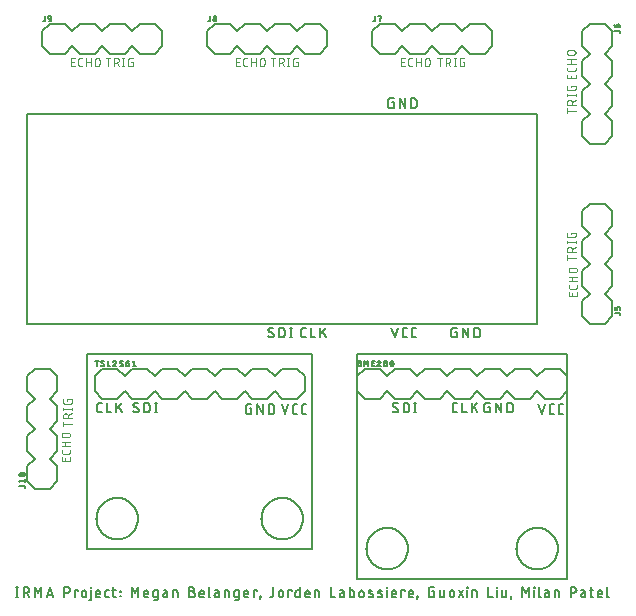
<source format=gto>
G75*
%MOIN*%
%OFA0B0*%
%FSLAX25Y25*%
%IPPOS*%
%LPD*%
%AMOC8*
5,1,8,0,0,1.08239X$1,22.5*
%
%ADD10C,0.00600*%
%ADD11C,0.00700*%
%ADD12C,0.00400*%
%ADD13C,0.00800*%
%ADD14C,0.00500*%
D10*
X0073342Y0086000D02*
X0073342Y0151000D01*
X0148342Y0151000D01*
X0148342Y0086000D01*
X0073342Y0086000D01*
X0163342Y0076000D02*
X0163342Y0151000D01*
X0233342Y0151000D01*
X0233342Y0076000D01*
X0163342Y0076000D01*
X0223342Y0161000D02*
X0053342Y0161000D01*
X0053342Y0231000D01*
X0223342Y0231000D01*
X0223342Y0161000D01*
D11*
X0074009Y0068750D02*
X0073826Y0068750D01*
X0074009Y0068750D02*
X0074054Y0068752D01*
X0074100Y0068758D01*
X0074144Y0068767D01*
X0074188Y0068780D01*
X0074230Y0068796D01*
X0074271Y0068816D01*
X0074310Y0068840D01*
X0074347Y0068866D01*
X0074382Y0068895D01*
X0074414Y0068927D01*
X0074443Y0068962D01*
X0074469Y0068999D01*
X0074493Y0069038D01*
X0074513Y0069079D01*
X0074529Y0069121D01*
X0074542Y0069165D01*
X0074551Y0069209D01*
X0074557Y0069255D01*
X0074559Y0069300D01*
X0074559Y0072050D01*
X0074651Y0072967D02*
X0074467Y0072967D01*
X0074467Y0073150D01*
X0074651Y0073150D01*
X0074651Y0072967D01*
X0073112Y0071317D02*
X0073112Y0070583D01*
X0073111Y0070583D02*
X0073109Y0070531D01*
X0073104Y0070479D01*
X0073094Y0070427D01*
X0073081Y0070376D01*
X0073065Y0070327D01*
X0073045Y0070279D01*
X0073021Y0070232D01*
X0072995Y0070187D01*
X0072965Y0070144D01*
X0072932Y0070103D01*
X0072896Y0070065D01*
X0072858Y0070029D01*
X0072817Y0069996D01*
X0072774Y0069966D01*
X0072729Y0069940D01*
X0072682Y0069916D01*
X0072634Y0069896D01*
X0072585Y0069880D01*
X0072534Y0069867D01*
X0072482Y0069857D01*
X0072430Y0069852D01*
X0072378Y0069850D01*
X0072326Y0069852D01*
X0072274Y0069857D01*
X0072222Y0069867D01*
X0072171Y0069880D01*
X0072122Y0069896D01*
X0072074Y0069916D01*
X0072027Y0069940D01*
X0071982Y0069966D01*
X0071939Y0069996D01*
X0071898Y0070029D01*
X0071860Y0070065D01*
X0071824Y0070103D01*
X0071791Y0070144D01*
X0071761Y0070187D01*
X0071735Y0070232D01*
X0071711Y0070279D01*
X0071691Y0070327D01*
X0071675Y0070376D01*
X0071662Y0070427D01*
X0071652Y0070479D01*
X0071647Y0070531D01*
X0071645Y0070583D01*
X0071645Y0071317D01*
X0071647Y0071369D01*
X0071652Y0071421D01*
X0071662Y0071473D01*
X0071675Y0071524D01*
X0071691Y0071573D01*
X0071711Y0071621D01*
X0071735Y0071668D01*
X0071761Y0071713D01*
X0071791Y0071756D01*
X0071824Y0071797D01*
X0071860Y0071835D01*
X0071898Y0071871D01*
X0071939Y0071904D01*
X0071982Y0071934D01*
X0072027Y0071960D01*
X0072074Y0071984D01*
X0072122Y0072004D01*
X0072171Y0072020D01*
X0072222Y0072033D01*
X0072274Y0072043D01*
X0072326Y0072048D01*
X0072378Y0072050D01*
X0072430Y0072048D01*
X0072482Y0072043D01*
X0072534Y0072033D01*
X0072585Y0072020D01*
X0072634Y0072004D01*
X0072682Y0071984D01*
X0072729Y0071960D01*
X0072774Y0071934D01*
X0072817Y0071904D01*
X0072858Y0071871D01*
X0072896Y0071835D01*
X0072932Y0071797D01*
X0072965Y0071756D01*
X0072995Y0071713D01*
X0073021Y0071668D01*
X0073045Y0071621D01*
X0073065Y0071573D01*
X0073081Y0071524D01*
X0073094Y0071473D01*
X0073104Y0071421D01*
X0073109Y0071369D01*
X0073111Y0071317D01*
X0070378Y0071683D02*
X0070378Y0072050D01*
X0069278Y0072050D01*
X0069278Y0069850D01*
X0066703Y0071317D02*
X0065787Y0071317D01*
X0066703Y0071316D02*
X0066762Y0071318D01*
X0066820Y0071324D01*
X0066878Y0071333D01*
X0066936Y0071346D01*
X0066992Y0071363D01*
X0067047Y0071383D01*
X0067101Y0071407D01*
X0067153Y0071434D01*
X0067203Y0071464D01*
X0067251Y0071498D01*
X0067297Y0071535D01*
X0067341Y0071574D01*
X0067382Y0071617D01*
X0067420Y0071661D01*
X0067455Y0071708D01*
X0067487Y0071758D01*
X0067516Y0071809D01*
X0067542Y0071862D01*
X0067564Y0071916D01*
X0067582Y0071972D01*
X0067597Y0072029D01*
X0067608Y0072087D01*
X0067616Y0072145D01*
X0067620Y0072204D01*
X0067620Y0072262D01*
X0067616Y0072321D01*
X0067608Y0072379D01*
X0067597Y0072437D01*
X0067582Y0072494D01*
X0067564Y0072550D01*
X0067542Y0072604D01*
X0067516Y0072657D01*
X0067487Y0072708D01*
X0067455Y0072758D01*
X0067420Y0072805D01*
X0067382Y0072849D01*
X0067341Y0072892D01*
X0067297Y0072931D01*
X0067251Y0072968D01*
X0067203Y0073002D01*
X0067153Y0073032D01*
X0067101Y0073059D01*
X0067047Y0073083D01*
X0066992Y0073103D01*
X0066936Y0073120D01*
X0066878Y0073133D01*
X0066820Y0073142D01*
X0066762Y0073148D01*
X0066703Y0073150D01*
X0065787Y0073150D01*
X0065787Y0069850D01*
X0062078Y0069850D02*
X0060978Y0073150D01*
X0059878Y0069850D01*
X0060153Y0070675D02*
X0061803Y0070675D01*
X0058118Y0069850D02*
X0058118Y0073150D01*
X0057018Y0071317D01*
X0055918Y0073150D01*
X0055918Y0069850D01*
X0054012Y0069850D02*
X0053279Y0071317D01*
X0053095Y0071317D02*
X0052179Y0071317D01*
X0053095Y0071316D02*
X0053154Y0071318D01*
X0053212Y0071324D01*
X0053270Y0071333D01*
X0053328Y0071346D01*
X0053384Y0071363D01*
X0053439Y0071383D01*
X0053493Y0071407D01*
X0053545Y0071434D01*
X0053595Y0071464D01*
X0053643Y0071498D01*
X0053689Y0071535D01*
X0053733Y0071574D01*
X0053774Y0071617D01*
X0053812Y0071661D01*
X0053847Y0071708D01*
X0053879Y0071758D01*
X0053908Y0071809D01*
X0053934Y0071862D01*
X0053956Y0071916D01*
X0053974Y0071972D01*
X0053989Y0072029D01*
X0054000Y0072087D01*
X0054008Y0072145D01*
X0054012Y0072204D01*
X0054012Y0072262D01*
X0054008Y0072321D01*
X0054000Y0072379D01*
X0053989Y0072437D01*
X0053974Y0072494D01*
X0053956Y0072550D01*
X0053934Y0072604D01*
X0053908Y0072657D01*
X0053879Y0072708D01*
X0053847Y0072758D01*
X0053812Y0072805D01*
X0053774Y0072849D01*
X0053733Y0072892D01*
X0053689Y0072931D01*
X0053643Y0072968D01*
X0053595Y0073002D01*
X0053545Y0073032D01*
X0053493Y0073059D01*
X0053439Y0073083D01*
X0053384Y0073103D01*
X0053328Y0073120D01*
X0053270Y0073133D01*
X0053212Y0073142D01*
X0053154Y0073148D01*
X0053095Y0073150D01*
X0052179Y0073150D01*
X0052179Y0069850D01*
X0050425Y0069850D02*
X0049692Y0069850D01*
X0050058Y0069850D02*
X0050058Y0073150D01*
X0049692Y0073150D02*
X0050425Y0073150D01*
X0076205Y0071317D02*
X0076205Y0070400D01*
X0076207Y0070355D01*
X0076213Y0070309D01*
X0076222Y0070265D01*
X0076235Y0070221D01*
X0076251Y0070179D01*
X0076271Y0070138D01*
X0076295Y0070099D01*
X0076321Y0070062D01*
X0076350Y0070027D01*
X0076382Y0069995D01*
X0076417Y0069966D01*
X0076454Y0069940D01*
X0076493Y0069916D01*
X0076534Y0069896D01*
X0076576Y0069880D01*
X0076620Y0069867D01*
X0076664Y0069858D01*
X0076710Y0069852D01*
X0076755Y0069850D01*
X0077672Y0069850D01*
X0077672Y0070950D02*
X0076205Y0070950D01*
X0076205Y0071317D02*
X0076207Y0071369D01*
X0076212Y0071421D01*
X0076222Y0071473D01*
X0076235Y0071524D01*
X0076251Y0071573D01*
X0076271Y0071621D01*
X0076295Y0071668D01*
X0076321Y0071713D01*
X0076351Y0071756D01*
X0076384Y0071797D01*
X0076420Y0071835D01*
X0076458Y0071871D01*
X0076499Y0071904D01*
X0076542Y0071934D01*
X0076587Y0071960D01*
X0076634Y0071984D01*
X0076682Y0072004D01*
X0076731Y0072020D01*
X0076782Y0072033D01*
X0076834Y0072043D01*
X0076886Y0072048D01*
X0076938Y0072050D01*
X0076990Y0072048D01*
X0077042Y0072043D01*
X0077094Y0072033D01*
X0077145Y0072020D01*
X0077194Y0072004D01*
X0077242Y0071984D01*
X0077289Y0071960D01*
X0077334Y0071934D01*
X0077377Y0071904D01*
X0077418Y0071871D01*
X0077456Y0071835D01*
X0077492Y0071797D01*
X0077525Y0071756D01*
X0077555Y0071713D01*
X0077581Y0071668D01*
X0077605Y0071621D01*
X0077625Y0071573D01*
X0077641Y0071524D01*
X0077654Y0071473D01*
X0077664Y0071421D01*
X0077669Y0071369D01*
X0077671Y0071317D01*
X0077672Y0071317D02*
X0077672Y0070950D01*
X0079332Y0070400D02*
X0079332Y0071500D01*
X0079334Y0071545D01*
X0079340Y0071591D01*
X0079349Y0071635D01*
X0079362Y0071679D01*
X0079378Y0071721D01*
X0079398Y0071762D01*
X0079422Y0071801D01*
X0079448Y0071838D01*
X0079477Y0071873D01*
X0079509Y0071905D01*
X0079544Y0071934D01*
X0079581Y0071960D01*
X0079620Y0071984D01*
X0079661Y0072004D01*
X0079703Y0072020D01*
X0079747Y0072033D01*
X0079791Y0072042D01*
X0079837Y0072048D01*
X0079882Y0072050D01*
X0080615Y0072050D01*
X0081742Y0072050D02*
X0082842Y0072050D01*
X0082109Y0073150D02*
X0082109Y0070400D01*
X0082111Y0070355D01*
X0082117Y0070309D01*
X0082126Y0070265D01*
X0082139Y0070221D01*
X0082155Y0070179D01*
X0082175Y0070138D01*
X0082199Y0070099D01*
X0082225Y0070062D01*
X0082254Y0070027D01*
X0082286Y0069995D01*
X0082321Y0069966D01*
X0082358Y0069940D01*
X0082397Y0069916D01*
X0082438Y0069896D01*
X0082480Y0069880D01*
X0082524Y0069867D01*
X0082568Y0069858D01*
X0082614Y0069852D01*
X0082659Y0069850D01*
X0082842Y0069850D01*
X0084287Y0070125D02*
X0084470Y0070125D01*
X0084470Y0070308D01*
X0084287Y0070308D01*
X0084287Y0070125D01*
X0084287Y0071592D02*
X0084470Y0071592D01*
X0084470Y0071775D01*
X0084287Y0071775D01*
X0084287Y0071592D01*
X0080615Y0069850D02*
X0079882Y0069850D01*
X0079837Y0069852D01*
X0079791Y0069858D01*
X0079747Y0069867D01*
X0079703Y0069880D01*
X0079661Y0069896D01*
X0079620Y0069916D01*
X0079581Y0069940D01*
X0079544Y0069966D01*
X0079509Y0069995D01*
X0079477Y0070027D01*
X0079448Y0070062D01*
X0079422Y0070099D01*
X0079398Y0070138D01*
X0079378Y0070179D01*
X0079362Y0070221D01*
X0079349Y0070265D01*
X0079340Y0070309D01*
X0079334Y0070355D01*
X0079332Y0070400D01*
X0088198Y0069850D02*
X0088198Y0073150D01*
X0089298Y0071317D01*
X0090398Y0073150D01*
X0090398Y0069850D01*
X0092285Y0070400D02*
X0092285Y0071317D01*
X0092285Y0070950D02*
X0093752Y0070950D01*
X0093752Y0071317D01*
X0093751Y0071317D02*
X0093749Y0071369D01*
X0093744Y0071421D01*
X0093734Y0071473D01*
X0093721Y0071524D01*
X0093705Y0071573D01*
X0093685Y0071621D01*
X0093661Y0071668D01*
X0093635Y0071713D01*
X0093605Y0071756D01*
X0093572Y0071797D01*
X0093536Y0071835D01*
X0093498Y0071871D01*
X0093457Y0071904D01*
X0093414Y0071934D01*
X0093369Y0071960D01*
X0093322Y0071984D01*
X0093274Y0072004D01*
X0093225Y0072020D01*
X0093174Y0072033D01*
X0093122Y0072043D01*
X0093070Y0072048D01*
X0093018Y0072050D01*
X0092966Y0072048D01*
X0092914Y0072043D01*
X0092862Y0072033D01*
X0092811Y0072020D01*
X0092762Y0072004D01*
X0092714Y0071984D01*
X0092667Y0071960D01*
X0092622Y0071934D01*
X0092579Y0071904D01*
X0092538Y0071871D01*
X0092500Y0071835D01*
X0092464Y0071797D01*
X0092431Y0071756D01*
X0092401Y0071713D01*
X0092375Y0071668D01*
X0092351Y0071621D01*
X0092331Y0071573D01*
X0092315Y0071524D01*
X0092302Y0071473D01*
X0092292Y0071421D01*
X0092287Y0071369D01*
X0092285Y0071317D01*
X0092285Y0070400D02*
X0092287Y0070355D01*
X0092293Y0070309D01*
X0092302Y0070265D01*
X0092315Y0070221D01*
X0092331Y0070179D01*
X0092351Y0070138D01*
X0092375Y0070099D01*
X0092401Y0070062D01*
X0092430Y0070027D01*
X0092462Y0069995D01*
X0092497Y0069966D01*
X0092534Y0069940D01*
X0092573Y0069916D01*
X0092614Y0069896D01*
X0092656Y0069880D01*
X0092700Y0069867D01*
X0092744Y0069858D01*
X0092790Y0069852D01*
X0092835Y0069850D01*
X0093752Y0069850D01*
X0095375Y0070400D02*
X0095375Y0071500D01*
X0095377Y0071545D01*
X0095383Y0071591D01*
X0095392Y0071635D01*
X0095405Y0071679D01*
X0095421Y0071721D01*
X0095441Y0071762D01*
X0095465Y0071801D01*
X0095491Y0071838D01*
X0095520Y0071873D01*
X0095552Y0071905D01*
X0095587Y0071934D01*
X0095624Y0071960D01*
X0095663Y0071984D01*
X0095704Y0072004D01*
X0095746Y0072020D01*
X0095790Y0072033D01*
X0095834Y0072042D01*
X0095880Y0072048D01*
X0095925Y0072050D01*
X0096842Y0072050D01*
X0096842Y0069300D01*
X0096842Y0069850D02*
X0095925Y0069850D01*
X0095880Y0069852D01*
X0095834Y0069858D01*
X0095790Y0069867D01*
X0095746Y0069880D01*
X0095704Y0069896D01*
X0095663Y0069916D01*
X0095624Y0069940D01*
X0095587Y0069966D01*
X0095552Y0069995D01*
X0095520Y0070027D01*
X0095491Y0070062D01*
X0095465Y0070099D01*
X0095441Y0070138D01*
X0095421Y0070179D01*
X0095405Y0070221D01*
X0095392Y0070265D01*
X0095383Y0070309D01*
X0095377Y0070355D01*
X0095375Y0070400D01*
X0096842Y0069300D02*
X0096840Y0069255D01*
X0096834Y0069209D01*
X0096825Y0069165D01*
X0096812Y0069121D01*
X0096796Y0069079D01*
X0096776Y0069038D01*
X0096752Y0068999D01*
X0096726Y0068962D01*
X0096697Y0068927D01*
X0096665Y0068895D01*
X0096630Y0068866D01*
X0096593Y0068840D01*
X0096554Y0068816D01*
X0096513Y0068796D01*
X0096471Y0068780D01*
X0096427Y0068767D01*
X0096383Y0068758D01*
X0096337Y0068752D01*
X0096292Y0068750D01*
X0095559Y0068750D01*
X0099257Y0069850D02*
X0100082Y0069850D01*
X0100082Y0071500D01*
X0100082Y0071133D02*
X0099257Y0071133D01*
X0100082Y0071500D02*
X0100080Y0071545D01*
X0100074Y0071591D01*
X0100065Y0071635D01*
X0100052Y0071679D01*
X0100036Y0071721D01*
X0100016Y0071762D01*
X0099992Y0071801D01*
X0099966Y0071838D01*
X0099937Y0071873D01*
X0099905Y0071905D01*
X0099870Y0071934D01*
X0099833Y0071960D01*
X0099794Y0071984D01*
X0099753Y0072004D01*
X0099711Y0072020D01*
X0099667Y0072033D01*
X0099623Y0072042D01*
X0099577Y0072048D01*
X0099532Y0072050D01*
X0098799Y0072050D01*
X0099257Y0071134D02*
X0099208Y0071132D01*
X0099159Y0071126D01*
X0099111Y0071117D01*
X0099063Y0071104D01*
X0099017Y0071087D01*
X0098972Y0071067D01*
X0098929Y0071044D01*
X0098888Y0071017D01*
X0098849Y0070987D01*
X0098812Y0070955D01*
X0098778Y0070919D01*
X0098746Y0070881D01*
X0098718Y0070841D01*
X0098693Y0070799D01*
X0098671Y0070755D01*
X0098653Y0070709D01*
X0098638Y0070662D01*
X0098627Y0070614D01*
X0098619Y0070566D01*
X0098615Y0070517D01*
X0098615Y0070467D01*
X0098619Y0070418D01*
X0098627Y0070370D01*
X0098638Y0070322D01*
X0098653Y0070275D01*
X0098671Y0070229D01*
X0098693Y0070185D01*
X0098718Y0070143D01*
X0098746Y0070103D01*
X0098778Y0070065D01*
X0098812Y0070029D01*
X0098849Y0069997D01*
X0098888Y0069967D01*
X0098929Y0069940D01*
X0098972Y0069917D01*
X0099017Y0069897D01*
X0099063Y0069880D01*
X0099111Y0069867D01*
X0099159Y0069858D01*
X0099208Y0069852D01*
X0099257Y0069850D01*
X0102005Y0069850D02*
X0102005Y0072050D01*
X0102921Y0072050D01*
X0102966Y0072048D01*
X0103012Y0072042D01*
X0103056Y0072033D01*
X0103100Y0072020D01*
X0103142Y0072004D01*
X0103183Y0071984D01*
X0103222Y0071960D01*
X0103259Y0071934D01*
X0103294Y0071905D01*
X0103326Y0071873D01*
X0103355Y0071838D01*
X0103381Y0071801D01*
X0103405Y0071762D01*
X0103425Y0071721D01*
X0103441Y0071679D01*
X0103454Y0071635D01*
X0103463Y0071591D01*
X0103469Y0071545D01*
X0103471Y0071500D01*
X0103471Y0069850D01*
X0107426Y0069850D02*
X0107426Y0073150D01*
X0108343Y0073150D01*
X0108395Y0073148D01*
X0108447Y0073143D01*
X0108499Y0073133D01*
X0108550Y0073120D01*
X0108599Y0073104D01*
X0108647Y0073084D01*
X0108694Y0073060D01*
X0108739Y0073034D01*
X0108782Y0073004D01*
X0108823Y0072971D01*
X0108861Y0072935D01*
X0108897Y0072897D01*
X0108930Y0072856D01*
X0108960Y0072813D01*
X0108986Y0072768D01*
X0109010Y0072721D01*
X0109030Y0072673D01*
X0109046Y0072624D01*
X0109059Y0072573D01*
X0109069Y0072521D01*
X0109074Y0072469D01*
X0109076Y0072417D01*
X0109074Y0072365D01*
X0109069Y0072313D01*
X0109059Y0072261D01*
X0109046Y0072210D01*
X0109030Y0072161D01*
X0109010Y0072113D01*
X0108986Y0072066D01*
X0108960Y0072021D01*
X0108930Y0071978D01*
X0108897Y0071937D01*
X0108861Y0071899D01*
X0108823Y0071863D01*
X0108782Y0071830D01*
X0108739Y0071800D01*
X0108694Y0071774D01*
X0108647Y0071750D01*
X0108599Y0071730D01*
X0108550Y0071714D01*
X0108499Y0071701D01*
X0108447Y0071691D01*
X0108395Y0071686D01*
X0108343Y0071684D01*
X0108343Y0071683D02*
X0107426Y0071683D01*
X0108343Y0071684D02*
X0108402Y0071682D01*
X0108460Y0071676D01*
X0108518Y0071667D01*
X0108576Y0071654D01*
X0108632Y0071637D01*
X0108687Y0071617D01*
X0108741Y0071593D01*
X0108793Y0071566D01*
X0108843Y0071536D01*
X0108891Y0071502D01*
X0108937Y0071465D01*
X0108981Y0071426D01*
X0109022Y0071383D01*
X0109060Y0071339D01*
X0109095Y0071292D01*
X0109127Y0071242D01*
X0109156Y0071191D01*
X0109182Y0071138D01*
X0109204Y0071084D01*
X0109222Y0071028D01*
X0109237Y0070971D01*
X0109248Y0070913D01*
X0109256Y0070855D01*
X0109260Y0070796D01*
X0109260Y0070738D01*
X0109256Y0070679D01*
X0109248Y0070621D01*
X0109237Y0070563D01*
X0109222Y0070506D01*
X0109204Y0070450D01*
X0109182Y0070396D01*
X0109156Y0070343D01*
X0109127Y0070292D01*
X0109095Y0070242D01*
X0109060Y0070195D01*
X0109022Y0070151D01*
X0108981Y0070108D01*
X0108937Y0070069D01*
X0108891Y0070032D01*
X0108843Y0069998D01*
X0108793Y0069968D01*
X0108741Y0069941D01*
X0108687Y0069917D01*
X0108632Y0069897D01*
X0108576Y0069880D01*
X0108518Y0069867D01*
X0108460Y0069858D01*
X0108402Y0069852D01*
X0108343Y0069850D01*
X0107426Y0069850D01*
X0110765Y0070400D02*
X0110765Y0071317D01*
X0110765Y0070950D02*
X0112231Y0070950D01*
X0112231Y0071317D01*
X0112229Y0071369D01*
X0112224Y0071421D01*
X0112214Y0071473D01*
X0112201Y0071524D01*
X0112185Y0071573D01*
X0112165Y0071621D01*
X0112141Y0071668D01*
X0112115Y0071713D01*
X0112085Y0071756D01*
X0112052Y0071797D01*
X0112016Y0071835D01*
X0111978Y0071871D01*
X0111937Y0071904D01*
X0111894Y0071934D01*
X0111849Y0071960D01*
X0111802Y0071984D01*
X0111754Y0072004D01*
X0111705Y0072020D01*
X0111654Y0072033D01*
X0111602Y0072043D01*
X0111550Y0072048D01*
X0111498Y0072050D01*
X0111446Y0072048D01*
X0111394Y0072043D01*
X0111342Y0072033D01*
X0111291Y0072020D01*
X0111242Y0072004D01*
X0111194Y0071984D01*
X0111147Y0071960D01*
X0111102Y0071934D01*
X0111059Y0071904D01*
X0111018Y0071871D01*
X0110980Y0071835D01*
X0110944Y0071797D01*
X0110911Y0071756D01*
X0110881Y0071713D01*
X0110855Y0071668D01*
X0110831Y0071621D01*
X0110811Y0071573D01*
X0110795Y0071524D01*
X0110782Y0071473D01*
X0110772Y0071421D01*
X0110767Y0071369D01*
X0110765Y0071317D01*
X0110765Y0070400D02*
X0110767Y0070355D01*
X0110773Y0070309D01*
X0110782Y0070265D01*
X0110795Y0070221D01*
X0110811Y0070179D01*
X0110831Y0070138D01*
X0110855Y0070099D01*
X0110881Y0070062D01*
X0110910Y0070027D01*
X0110942Y0069995D01*
X0110977Y0069966D01*
X0111014Y0069940D01*
X0111053Y0069916D01*
X0111094Y0069896D01*
X0111136Y0069880D01*
X0111180Y0069867D01*
X0111224Y0069858D01*
X0111270Y0069852D01*
X0111315Y0069850D01*
X0112231Y0069850D01*
X0113889Y0070400D02*
X0113889Y0073150D01*
X0115959Y0072050D02*
X0116692Y0072050D01*
X0116737Y0072048D01*
X0116783Y0072042D01*
X0116827Y0072033D01*
X0116871Y0072020D01*
X0116913Y0072004D01*
X0116954Y0071984D01*
X0116993Y0071960D01*
X0117030Y0071934D01*
X0117065Y0071905D01*
X0117097Y0071873D01*
X0117126Y0071838D01*
X0117152Y0071801D01*
X0117176Y0071762D01*
X0117196Y0071721D01*
X0117212Y0071679D01*
X0117225Y0071635D01*
X0117234Y0071591D01*
X0117240Y0071545D01*
X0117242Y0071500D01*
X0117242Y0069850D01*
X0116417Y0069850D01*
X0116368Y0069852D01*
X0116319Y0069858D01*
X0116271Y0069867D01*
X0116223Y0069880D01*
X0116177Y0069897D01*
X0116132Y0069917D01*
X0116089Y0069940D01*
X0116048Y0069967D01*
X0116009Y0069997D01*
X0115972Y0070029D01*
X0115938Y0070065D01*
X0115906Y0070103D01*
X0115878Y0070143D01*
X0115853Y0070185D01*
X0115831Y0070229D01*
X0115813Y0070275D01*
X0115798Y0070322D01*
X0115787Y0070370D01*
X0115779Y0070418D01*
X0115775Y0070467D01*
X0115775Y0070517D01*
X0115779Y0070566D01*
X0115787Y0070614D01*
X0115798Y0070662D01*
X0115813Y0070709D01*
X0115831Y0070755D01*
X0115853Y0070799D01*
X0115878Y0070841D01*
X0115906Y0070881D01*
X0115938Y0070919D01*
X0115972Y0070955D01*
X0116009Y0070987D01*
X0116048Y0071017D01*
X0116089Y0071044D01*
X0116132Y0071067D01*
X0116177Y0071087D01*
X0116223Y0071104D01*
X0116271Y0071117D01*
X0116319Y0071126D01*
X0116368Y0071132D01*
X0116417Y0071134D01*
X0116417Y0071133D02*
X0117242Y0071133D01*
X0119165Y0072050D02*
X0120081Y0072050D01*
X0120126Y0072048D01*
X0120172Y0072042D01*
X0120216Y0072033D01*
X0120260Y0072020D01*
X0120302Y0072004D01*
X0120343Y0071984D01*
X0120382Y0071960D01*
X0120419Y0071934D01*
X0120454Y0071905D01*
X0120486Y0071873D01*
X0120515Y0071838D01*
X0120541Y0071801D01*
X0120565Y0071762D01*
X0120585Y0071721D01*
X0120601Y0071679D01*
X0120614Y0071635D01*
X0120623Y0071591D01*
X0120629Y0071545D01*
X0120631Y0071500D01*
X0120631Y0069850D01*
X0119165Y0069850D02*
X0119165Y0072050D01*
X0122375Y0071500D02*
X0122375Y0070400D01*
X0122377Y0070355D01*
X0122383Y0070309D01*
X0122392Y0070265D01*
X0122405Y0070221D01*
X0122421Y0070179D01*
X0122441Y0070138D01*
X0122465Y0070099D01*
X0122491Y0070062D01*
X0122520Y0070027D01*
X0122552Y0069995D01*
X0122587Y0069966D01*
X0122624Y0069940D01*
X0122663Y0069916D01*
X0122704Y0069896D01*
X0122746Y0069880D01*
X0122790Y0069867D01*
X0122834Y0069858D01*
X0122880Y0069852D01*
X0122925Y0069850D01*
X0123842Y0069850D01*
X0123842Y0069300D02*
X0123842Y0072050D01*
X0122925Y0072050D01*
X0122880Y0072048D01*
X0122834Y0072042D01*
X0122790Y0072033D01*
X0122746Y0072020D01*
X0122704Y0072004D01*
X0122663Y0071984D01*
X0122624Y0071960D01*
X0122587Y0071934D01*
X0122552Y0071905D01*
X0122520Y0071873D01*
X0122491Y0071838D01*
X0122465Y0071801D01*
X0122441Y0071762D01*
X0122421Y0071721D01*
X0122405Y0071679D01*
X0122392Y0071635D01*
X0122383Y0071591D01*
X0122377Y0071545D01*
X0122375Y0071500D01*
X0123842Y0069300D02*
X0123840Y0069255D01*
X0123834Y0069209D01*
X0123825Y0069165D01*
X0123812Y0069121D01*
X0123796Y0069079D01*
X0123776Y0069038D01*
X0123752Y0068999D01*
X0123726Y0068962D01*
X0123697Y0068927D01*
X0123665Y0068895D01*
X0123630Y0068866D01*
X0123593Y0068840D01*
X0123554Y0068816D01*
X0123513Y0068796D01*
X0123471Y0068780D01*
X0123427Y0068767D01*
X0123383Y0068758D01*
X0123337Y0068752D01*
X0123292Y0068750D01*
X0122558Y0068750D01*
X0125645Y0070400D02*
X0125645Y0071317D01*
X0125645Y0070950D02*
X0127111Y0070950D01*
X0127111Y0071317D01*
X0127109Y0071369D01*
X0127104Y0071421D01*
X0127094Y0071473D01*
X0127081Y0071524D01*
X0127065Y0071573D01*
X0127045Y0071621D01*
X0127021Y0071668D01*
X0126995Y0071713D01*
X0126965Y0071756D01*
X0126932Y0071797D01*
X0126896Y0071835D01*
X0126858Y0071871D01*
X0126817Y0071904D01*
X0126774Y0071934D01*
X0126729Y0071960D01*
X0126682Y0071984D01*
X0126634Y0072004D01*
X0126585Y0072020D01*
X0126534Y0072033D01*
X0126482Y0072043D01*
X0126430Y0072048D01*
X0126378Y0072050D01*
X0126326Y0072048D01*
X0126274Y0072043D01*
X0126222Y0072033D01*
X0126171Y0072020D01*
X0126122Y0072004D01*
X0126074Y0071984D01*
X0126027Y0071960D01*
X0125982Y0071934D01*
X0125939Y0071904D01*
X0125898Y0071871D01*
X0125860Y0071835D01*
X0125824Y0071797D01*
X0125791Y0071756D01*
X0125761Y0071713D01*
X0125735Y0071668D01*
X0125711Y0071621D01*
X0125691Y0071573D01*
X0125675Y0071524D01*
X0125662Y0071473D01*
X0125652Y0071421D01*
X0125647Y0071369D01*
X0125645Y0071317D01*
X0125645Y0070400D02*
X0125647Y0070355D01*
X0125653Y0070309D01*
X0125662Y0070265D01*
X0125675Y0070221D01*
X0125691Y0070179D01*
X0125711Y0070138D01*
X0125735Y0070099D01*
X0125761Y0070062D01*
X0125790Y0070027D01*
X0125822Y0069995D01*
X0125857Y0069966D01*
X0125894Y0069940D01*
X0125933Y0069916D01*
X0125974Y0069896D01*
X0126016Y0069880D01*
X0126060Y0069867D01*
X0126104Y0069858D01*
X0126150Y0069852D01*
X0126195Y0069850D01*
X0127111Y0069850D01*
X0128918Y0069850D02*
X0128918Y0072050D01*
X0130018Y0072050D01*
X0130018Y0071683D01*
X0131065Y0070033D02*
X0131248Y0070033D01*
X0131248Y0069850D01*
X0130973Y0069117D01*
X0131065Y0069850D02*
X0131065Y0070033D01*
X0131065Y0069850D02*
X0131248Y0069850D01*
X0134258Y0069850D02*
X0134625Y0069850D01*
X0134677Y0069852D01*
X0134729Y0069857D01*
X0134781Y0069867D01*
X0134832Y0069880D01*
X0134881Y0069896D01*
X0134929Y0069916D01*
X0134976Y0069940D01*
X0135021Y0069966D01*
X0135064Y0069996D01*
X0135105Y0070029D01*
X0135143Y0070065D01*
X0135179Y0070103D01*
X0135212Y0070144D01*
X0135242Y0070187D01*
X0135268Y0070232D01*
X0135292Y0070278D01*
X0135312Y0070327D01*
X0135328Y0070376D01*
X0135341Y0070427D01*
X0135351Y0070479D01*
X0135356Y0070531D01*
X0135358Y0070583D01*
X0135358Y0073150D01*
X0137165Y0071317D02*
X0137165Y0070583D01*
X0137167Y0070531D01*
X0137172Y0070479D01*
X0137182Y0070427D01*
X0137195Y0070376D01*
X0137211Y0070327D01*
X0137231Y0070279D01*
X0137255Y0070232D01*
X0137281Y0070187D01*
X0137311Y0070144D01*
X0137344Y0070103D01*
X0137380Y0070065D01*
X0137418Y0070029D01*
X0137459Y0069996D01*
X0137502Y0069966D01*
X0137547Y0069940D01*
X0137594Y0069916D01*
X0137642Y0069896D01*
X0137691Y0069880D01*
X0137742Y0069867D01*
X0137794Y0069857D01*
X0137846Y0069852D01*
X0137898Y0069850D01*
X0137950Y0069852D01*
X0138002Y0069857D01*
X0138054Y0069867D01*
X0138105Y0069880D01*
X0138154Y0069896D01*
X0138202Y0069916D01*
X0138249Y0069940D01*
X0138294Y0069966D01*
X0138337Y0069996D01*
X0138378Y0070029D01*
X0138416Y0070065D01*
X0138452Y0070103D01*
X0138485Y0070144D01*
X0138515Y0070187D01*
X0138541Y0070232D01*
X0138565Y0070279D01*
X0138585Y0070327D01*
X0138601Y0070376D01*
X0138614Y0070427D01*
X0138624Y0070479D01*
X0138629Y0070531D01*
X0138631Y0070583D01*
X0138631Y0071317D01*
X0138629Y0071369D01*
X0138624Y0071421D01*
X0138614Y0071473D01*
X0138601Y0071524D01*
X0138585Y0071573D01*
X0138565Y0071621D01*
X0138541Y0071668D01*
X0138515Y0071713D01*
X0138485Y0071756D01*
X0138452Y0071797D01*
X0138416Y0071835D01*
X0138378Y0071871D01*
X0138337Y0071904D01*
X0138294Y0071934D01*
X0138249Y0071960D01*
X0138202Y0071984D01*
X0138154Y0072004D01*
X0138105Y0072020D01*
X0138054Y0072033D01*
X0138002Y0072043D01*
X0137950Y0072048D01*
X0137898Y0072050D01*
X0137846Y0072048D01*
X0137794Y0072043D01*
X0137742Y0072033D01*
X0137691Y0072020D01*
X0137642Y0072004D01*
X0137594Y0071984D01*
X0137547Y0071960D01*
X0137502Y0071934D01*
X0137459Y0071904D01*
X0137418Y0071871D01*
X0137380Y0071835D01*
X0137344Y0071797D01*
X0137311Y0071756D01*
X0137281Y0071713D01*
X0137255Y0071668D01*
X0137231Y0071621D01*
X0137211Y0071573D01*
X0137195Y0071524D01*
X0137182Y0071473D01*
X0137172Y0071421D01*
X0137167Y0071369D01*
X0137165Y0071317D01*
X0140438Y0072050D02*
X0141538Y0072050D01*
X0141538Y0071683D01*
X0140438Y0072050D02*
X0140438Y0069850D01*
X0142775Y0070400D02*
X0142775Y0071500D01*
X0142777Y0071545D01*
X0142783Y0071591D01*
X0142792Y0071635D01*
X0142805Y0071679D01*
X0142821Y0071721D01*
X0142841Y0071762D01*
X0142865Y0071801D01*
X0142891Y0071838D01*
X0142920Y0071873D01*
X0142952Y0071905D01*
X0142987Y0071934D01*
X0143024Y0071960D01*
X0143063Y0071984D01*
X0143104Y0072004D01*
X0143146Y0072020D01*
X0143190Y0072033D01*
X0143234Y0072042D01*
X0143280Y0072048D01*
X0143325Y0072050D01*
X0144242Y0072050D01*
X0144242Y0073150D02*
X0144242Y0069850D01*
X0143325Y0069850D01*
X0143280Y0069852D01*
X0143234Y0069858D01*
X0143190Y0069867D01*
X0143146Y0069880D01*
X0143104Y0069896D01*
X0143063Y0069916D01*
X0143024Y0069940D01*
X0142987Y0069966D01*
X0142952Y0069995D01*
X0142920Y0070027D01*
X0142891Y0070062D01*
X0142865Y0070099D01*
X0142841Y0070138D01*
X0142821Y0070179D01*
X0142805Y0070221D01*
X0142792Y0070265D01*
X0142783Y0070309D01*
X0142777Y0070355D01*
X0142775Y0070400D01*
X0146045Y0070400D02*
X0146045Y0071317D01*
X0146045Y0070950D02*
X0147511Y0070950D01*
X0147511Y0071317D01*
X0147509Y0071369D01*
X0147504Y0071421D01*
X0147494Y0071473D01*
X0147481Y0071524D01*
X0147465Y0071573D01*
X0147445Y0071621D01*
X0147421Y0071668D01*
X0147395Y0071713D01*
X0147365Y0071756D01*
X0147332Y0071797D01*
X0147296Y0071835D01*
X0147258Y0071871D01*
X0147217Y0071904D01*
X0147174Y0071934D01*
X0147129Y0071960D01*
X0147082Y0071984D01*
X0147034Y0072004D01*
X0146985Y0072020D01*
X0146934Y0072033D01*
X0146882Y0072043D01*
X0146830Y0072048D01*
X0146778Y0072050D01*
X0146726Y0072048D01*
X0146674Y0072043D01*
X0146622Y0072033D01*
X0146571Y0072020D01*
X0146522Y0072004D01*
X0146474Y0071984D01*
X0146427Y0071960D01*
X0146382Y0071934D01*
X0146339Y0071904D01*
X0146298Y0071871D01*
X0146260Y0071835D01*
X0146224Y0071797D01*
X0146191Y0071756D01*
X0146161Y0071713D01*
X0146135Y0071668D01*
X0146111Y0071621D01*
X0146091Y0071573D01*
X0146075Y0071524D01*
X0146062Y0071473D01*
X0146052Y0071421D01*
X0146047Y0071369D01*
X0146045Y0071317D01*
X0146045Y0070400D02*
X0146047Y0070355D01*
X0146053Y0070309D01*
X0146062Y0070265D01*
X0146075Y0070221D01*
X0146091Y0070179D01*
X0146111Y0070138D01*
X0146135Y0070099D01*
X0146161Y0070062D01*
X0146190Y0070027D01*
X0146222Y0069995D01*
X0146257Y0069966D01*
X0146294Y0069940D01*
X0146333Y0069916D01*
X0146374Y0069896D01*
X0146416Y0069880D01*
X0146460Y0069867D01*
X0146504Y0069858D01*
X0146550Y0069852D01*
X0146595Y0069850D01*
X0147511Y0069850D01*
X0149285Y0069850D02*
X0149285Y0072050D01*
X0150201Y0072050D01*
X0150246Y0072048D01*
X0150292Y0072042D01*
X0150336Y0072033D01*
X0150380Y0072020D01*
X0150422Y0072004D01*
X0150463Y0071984D01*
X0150502Y0071960D01*
X0150539Y0071934D01*
X0150574Y0071905D01*
X0150606Y0071873D01*
X0150635Y0071838D01*
X0150661Y0071801D01*
X0150685Y0071762D01*
X0150705Y0071721D01*
X0150721Y0071679D01*
X0150734Y0071635D01*
X0150743Y0071591D01*
X0150749Y0071545D01*
X0150751Y0071500D01*
X0150751Y0069850D01*
X0154632Y0069850D02*
X0154632Y0073150D01*
X0157718Y0072050D02*
X0158452Y0072050D01*
X0158497Y0072048D01*
X0158543Y0072042D01*
X0158587Y0072033D01*
X0158631Y0072020D01*
X0158673Y0072004D01*
X0158714Y0071984D01*
X0158753Y0071960D01*
X0158790Y0071934D01*
X0158825Y0071905D01*
X0158857Y0071873D01*
X0158886Y0071838D01*
X0158912Y0071801D01*
X0158936Y0071762D01*
X0158956Y0071721D01*
X0158972Y0071679D01*
X0158985Y0071635D01*
X0158994Y0071591D01*
X0159000Y0071545D01*
X0159002Y0071500D01*
X0159002Y0069850D01*
X0158177Y0069850D01*
X0158128Y0069852D01*
X0158079Y0069858D01*
X0158031Y0069867D01*
X0157983Y0069880D01*
X0157937Y0069897D01*
X0157892Y0069917D01*
X0157849Y0069940D01*
X0157808Y0069967D01*
X0157769Y0069997D01*
X0157732Y0070029D01*
X0157698Y0070065D01*
X0157666Y0070103D01*
X0157638Y0070143D01*
X0157613Y0070185D01*
X0157591Y0070229D01*
X0157573Y0070275D01*
X0157558Y0070322D01*
X0157547Y0070370D01*
X0157539Y0070418D01*
X0157535Y0070467D01*
X0157535Y0070517D01*
X0157539Y0070566D01*
X0157547Y0070614D01*
X0157558Y0070662D01*
X0157573Y0070709D01*
X0157591Y0070755D01*
X0157613Y0070799D01*
X0157638Y0070841D01*
X0157666Y0070881D01*
X0157698Y0070919D01*
X0157732Y0070955D01*
X0157769Y0070987D01*
X0157808Y0071017D01*
X0157849Y0071044D01*
X0157892Y0071067D01*
X0157937Y0071087D01*
X0157983Y0071104D01*
X0158031Y0071117D01*
X0158079Y0071126D01*
X0158128Y0071132D01*
X0158177Y0071134D01*
X0158177Y0071133D02*
X0159002Y0071133D01*
X0160954Y0072050D02*
X0161871Y0072050D01*
X0161916Y0072048D01*
X0161962Y0072042D01*
X0162006Y0072033D01*
X0162050Y0072020D01*
X0162092Y0072004D01*
X0162133Y0071984D01*
X0162172Y0071960D01*
X0162209Y0071934D01*
X0162244Y0071905D01*
X0162276Y0071873D01*
X0162305Y0071838D01*
X0162331Y0071801D01*
X0162355Y0071762D01*
X0162375Y0071721D01*
X0162391Y0071679D01*
X0162404Y0071635D01*
X0162413Y0071591D01*
X0162419Y0071545D01*
X0162421Y0071500D01*
X0162421Y0070400D01*
X0162419Y0070355D01*
X0162413Y0070309D01*
X0162404Y0070265D01*
X0162391Y0070221D01*
X0162375Y0070179D01*
X0162355Y0070138D01*
X0162331Y0070099D01*
X0162305Y0070062D01*
X0162276Y0070027D01*
X0162244Y0069995D01*
X0162209Y0069966D01*
X0162172Y0069940D01*
X0162133Y0069916D01*
X0162092Y0069896D01*
X0162050Y0069880D01*
X0162006Y0069867D01*
X0161962Y0069858D01*
X0161916Y0069852D01*
X0161871Y0069850D01*
X0160954Y0069850D01*
X0160954Y0073150D01*
X0164044Y0071317D02*
X0164044Y0070583D01*
X0164045Y0070583D02*
X0164047Y0070531D01*
X0164052Y0070479D01*
X0164062Y0070427D01*
X0164075Y0070376D01*
X0164091Y0070327D01*
X0164111Y0070279D01*
X0164135Y0070232D01*
X0164161Y0070187D01*
X0164191Y0070144D01*
X0164224Y0070103D01*
X0164260Y0070065D01*
X0164298Y0070029D01*
X0164339Y0069996D01*
X0164382Y0069966D01*
X0164427Y0069940D01*
X0164474Y0069916D01*
X0164522Y0069896D01*
X0164571Y0069880D01*
X0164622Y0069867D01*
X0164674Y0069857D01*
X0164726Y0069852D01*
X0164778Y0069850D01*
X0164830Y0069852D01*
X0164882Y0069857D01*
X0164934Y0069867D01*
X0164985Y0069880D01*
X0165034Y0069896D01*
X0165082Y0069916D01*
X0165129Y0069940D01*
X0165174Y0069966D01*
X0165217Y0069996D01*
X0165258Y0070029D01*
X0165296Y0070065D01*
X0165332Y0070103D01*
X0165365Y0070144D01*
X0165395Y0070187D01*
X0165421Y0070232D01*
X0165445Y0070279D01*
X0165465Y0070327D01*
X0165481Y0070376D01*
X0165494Y0070427D01*
X0165504Y0070479D01*
X0165509Y0070531D01*
X0165511Y0070583D01*
X0165511Y0071317D01*
X0165509Y0071369D01*
X0165504Y0071421D01*
X0165494Y0071473D01*
X0165481Y0071524D01*
X0165465Y0071573D01*
X0165445Y0071621D01*
X0165421Y0071668D01*
X0165395Y0071713D01*
X0165365Y0071756D01*
X0165332Y0071797D01*
X0165296Y0071835D01*
X0165258Y0071871D01*
X0165217Y0071904D01*
X0165174Y0071934D01*
X0165129Y0071960D01*
X0165082Y0071984D01*
X0165034Y0072004D01*
X0164985Y0072020D01*
X0164934Y0072033D01*
X0164882Y0072043D01*
X0164830Y0072048D01*
X0164778Y0072050D01*
X0164726Y0072048D01*
X0164674Y0072043D01*
X0164622Y0072033D01*
X0164571Y0072020D01*
X0164522Y0072004D01*
X0164474Y0071984D01*
X0164427Y0071960D01*
X0164382Y0071934D01*
X0164339Y0071904D01*
X0164298Y0071871D01*
X0164260Y0071835D01*
X0164224Y0071797D01*
X0164191Y0071756D01*
X0164161Y0071713D01*
X0164135Y0071668D01*
X0164111Y0071621D01*
X0164091Y0071573D01*
X0164075Y0071524D01*
X0164062Y0071473D01*
X0164052Y0071421D01*
X0164047Y0071369D01*
X0164045Y0071317D01*
X0167439Y0071133D02*
X0168356Y0070767D01*
X0168356Y0070766D02*
X0168395Y0070748D01*
X0168432Y0070728D01*
X0168467Y0070703D01*
X0168500Y0070676D01*
X0168530Y0070646D01*
X0168557Y0070614D01*
X0168582Y0070579D01*
X0168603Y0070542D01*
X0168620Y0070503D01*
X0168634Y0070463D01*
X0168645Y0070422D01*
X0168652Y0070380D01*
X0168655Y0070338D01*
X0168654Y0070295D01*
X0168649Y0070253D01*
X0168641Y0070211D01*
X0168629Y0070170D01*
X0168613Y0070131D01*
X0168594Y0070093D01*
X0168572Y0070057D01*
X0168546Y0070023D01*
X0168518Y0069991D01*
X0168487Y0069962D01*
X0168453Y0069936D01*
X0168417Y0069913D01*
X0168379Y0069894D01*
X0168340Y0069878D01*
X0168299Y0069865D01*
X0168258Y0069856D01*
X0168216Y0069851D01*
X0168173Y0069850D01*
X0168448Y0071866D02*
X0168369Y0071900D01*
X0168290Y0071930D01*
X0168209Y0071957D01*
X0168127Y0071980D01*
X0168045Y0072000D01*
X0167961Y0072017D01*
X0167877Y0072031D01*
X0167793Y0072040D01*
X0167708Y0072047D01*
X0167623Y0072050D01*
X0167580Y0072049D01*
X0167538Y0072044D01*
X0167497Y0072035D01*
X0167456Y0072022D01*
X0167417Y0072006D01*
X0167379Y0071987D01*
X0167343Y0071964D01*
X0167309Y0071938D01*
X0167278Y0071909D01*
X0167250Y0071877D01*
X0167224Y0071843D01*
X0167202Y0071807D01*
X0167183Y0071769D01*
X0167167Y0071730D01*
X0167155Y0071689D01*
X0167147Y0071647D01*
X0167142Y0071605D01*
X0167141Y0071562D01*
X0167144Y0071520D01*
X0167151Y0071478D01*
X0167162Y0071437D01*
X0167176Y0071397D01*
X0167193Y0071358D01*
X0167214Y0071321D01*
X0167239Y0071286D01*
X0167266Y0071254D01*
X0167296Y0071224D01*
X0167329Y0071197D01*
X0167364Y0071172D01*
X0167401Y0071152D01*
X0167440Y0071134D01*
X0167164Y0070034D02*
X0167262Y0070000D01*
X0167360Y0069970D01*
X0167460Y0069944D01*
X0167560Y0069920D01*
X0167661Y0069900D01*
X0167762Y0069883D01*
X0167864Y0069870D01*
X0167967Y0069860D01*
X0168070Y0069853D01*
X0168173Y0069850D01*
X0170743Y0072050D02*
X0170828Y0072047D01*
X0170913Y0072040D01*
X0170997Y0072031D01*
X0171081Y0072017D01*
X0171165Y0072000D01*
X0171247Y0071980D01*
X0171329Y0071957D01*
X0171410Y0071930D01*
X0171489Y0071900D01*
X0171568Y0071866D01*
X0170743Y0072050D02*
X0170700Y0072049D01*
X0170658Y0072044D01*
X0170617Y0072035D01*
X0170576Y0072022D01*
X0170537Y0072006D01*
X0170499Y0071987D01*
X0170463Y0071964D01*
X0170429Y0071938D01*
X0170398Y0071909D01*
X0170370Y0071877D01*
X0170344Y0071843D01*
X0170322Y0071807D01*
X0170303Y0071769D01*
X0170287Y0071730D01*
X0170275Y0071689D01*
X0170267Y0071647D01*
X0170262Y0071605D01*
X0170261Y0071562D01*
X0170264Y0071520D01*
X0170271Y0071478D01*
X0170282Y0071437D01*
X0170296Y0071397D01*
X0170313Y0071358D01*
X0170334Y0071321D01*
X0170359Y0071286D01*
X0170386Y0071254D01*
X0170416Y0071224D01*
X0170449Y0071197D01*
X0170484Y0071172D01*
X0170521Y0071152D01*
X0170560Y0071134D01*
X0170559Y0071133D02*
X0171476Y0070767D01*
X0171476Y0070766D02*
X0171515Y0070748D01*
X0171552Y0070728D01*
X0171587Y0070703D01*
X0171620Y0070676D01*
X0171650Y0070646D01*
X0171677Y0070614D01*
X0171702Y0070579D01*
X0171723Y0070542D01*
X0171740Y0070503D01*
X0171754Y0070463D01*
X0171765Y0070422D01*
X0171772Y0070380D01*
X0171775Y0070338D01*
X0171774Y0070295D01*
X0171769Y0070253D01*
X0171761Y0070211D01*
X0171749Y0070170D01*
X0171733Y0070131D01*
X0171714Y0070093D01*
X0171692Y0070057D01*
X0171666Y0070023D01*
X0171638Y0069991D01*
X0171607Y0069962D01*
X0171573Y0069936D01*
X0171537Y0069913D01*
X0171499Y0069894D01*
X0171460Y0069878D01*
X0171419Y0069865D01*
X0171378Y0069856D01*
X0171336Y0069851D01*
X0171293Y0069850D01*
X0173298Y0069850D02*
X0173298Y0072050D01*
X0173389Y0072967D02*
X0173206Y0072967D01*
X0173206Y0073150D01*
X0173389Y0073150D01*
X0173389Y0072967D01*
X0171293Y0069850D02*
X0171190Y0069853D01*
X0171087Y0069860D01*
X0170984Y0069870D01*
X0170882Y0069883D01*
X0170781Y0069900D01*
X0170680Y0069920D01*
X0170580Y0069944D01*
X0170480Y0069970D01*
X0170382Y0070000D01*
X0170284Y0070034D01*
X0174844Y0070400D02*
X0174844Y0071317D01*
X0174844Y0070950D02*
X0176311Y0070950D01*
X0176311Y0071317D01*
X0176309Y0071369D01*
X0176304Y0071421D01*
X0176294Y0071473D01*
X0176281Y0071524D01*
X0176265Y0071573D01*
X0176245Y0071621D01*
X0176221Y0071668D01*
X0176195Y0071713D01*
X0176165Y0071756D01*
X0176132Y0071797D01*
X0176096Y0071835D01*
X0176058Y0071871D01*
X0176017Y0071904D01*
X0175974Y0071934D01*
X0175929Y0071960D01*
X0175882Y0071984D01*
X0175834Y0072004D01*
X0175785Y0072020D01*
X0175734Y0072033D01*
X0175682Y0072043D01*
X0175630Y0072048D01*
X0175578Y0072050D01*
X0175526Y0072048D01*
X0175474Y0072043D01*
X0175422Y0072033D01*
X0175371Y0072020D01*
X0175322Y0072004D01*
X0175274Y0071984D01*
X0175227Y0071960D01*
X0175182Y0071934D01*
X0175139Y0071904D01*
X0175098Y0071871D01*
X0175060Y0071835D01*
X0175024Y0071797D01*
X0174991Y0071756D01*
X0174961Y0071713D01*
X0174935Y0071668D01*
X0174911Y0071621D01*
X0174891Y0071573D01*
X0174875Y0071524D01*
X0174862Y0071473D01*
X0174852Y0071421D01*
X0174847Y0071369D01*
X0174845Y0071317D01*
X0174844Y0070400D02*
X0174846Y0070355D01*
X0174852Y0070309D01*
X0174861Y0070265D01*
X0174874Y0070221D01*
X0174890Y0070179D01*
X0174910Y0070138D01*
X0174934Y0070099D01*
X0174960Y0070062D01*
X0174989Y0070027D01*
X0175021Y0069995D01*
X0175056Y0069966D01*
X0175093Y0069940D01*
X0175132Y0069916D01*
X0175173Y0069896D01*
X0175215Y0069880D01*
X0175259Y0069867D01*
X0175303Y0069858D01*
X0175349Y0069852D01*
X0175394Y0069850D01*
X0176311Y0069850D01*
X0178118Y0069850D02*
X0178118Y0072050D01*
X0179218Y0072050D01*
X0179218Y0071683D01*
X0180484Y0071317D02*
X0180484Y0070400D01*
X0180484Y0070950D02*
X0181951Y0070950D01*
X0181951Y0071317D01*
X0181949Y0071369D01*
X0181944Y0071421D01*
X0181934Y0071473D01*
X0181921Y0071524D01*
X0181905Y0071573D01*
X0181885Y0071621D01*
X0181861Y0071668D01*
X0181835Y0071713D01*
X0181805Y0071756D01*
X0181772Y0071797D01*
X0181736Y0071835D01*
X0181698Y0071871D01*
X0181657Y0071904D01*
X0181614Y0071934D01*
X0181569Y0071960D01*
X0181522Y0071984D01*
X0181474Y0072004D01*
X0181425Y0072020D01*
X0181374Y0072033D01*
X0181322Y0072043D01*
X0181270Y0072048D01*
X0181218Y0072050D01*
X0181166Y0072048D01*
X0181114Y0072043D01*
X0181062Y0072033D01*
X0181011Y0072020D01*
X0180962Y0072004D01*
X0180914Y0071984D01*
X0180867Y0071960D01*
X0180822Y0071934D01*
X0180779Y0071904D01*
X0180738Y0071871D01*
X0180700Y0071835D01*
X0180664Y0071797D01*
X0180631Y0071756D01*
X0180601Y0071713D01*
X0180575Y0071668D01*
X0180551Y0071621D01*
X0180531Y0071573D01*
X0180515Y0071524D01*
X0180502Y0071473D01*
X0180492Y0071421D01*
X0180487Y0071369D01*
X0180485Y0071317D01*
X0180484Y0070400D02*
X0180486Y0070355D01*
X0180492Y0070309D01*
X0180501Y0070265D01*
X0180514Y0070221D01*
X0180530Y0070179D01*
X0180550Y0070138D01*
X0180574Y0070099D01*
X0180600Y0070062D01*
X0180629Y0070027D01*
X0180661Y0069995D01*
X0180696Y0069966D01*
X0180733Y0069940D01*
X0180772Y0069916D01*
X0180813Y0069896D01*
X0180855Y0069880D01*
X0180899Y0069867D01*
X0180943Y0069858D01*
X0180989Y0069852D01*
X0181034Y0069850D01*
X0181951Y0069850D01*
X0183384Y0069850D02*
X0183384Y0070033D01*
X0183568Y0070033D01*
X0183568Y0069850D01*
X0183293Y0069117D01*
X0183384Y0069850D02*
X0183568Y0069850D01*
X0187141Y0070583D02*
X0187141Y0072417D01*
X0187143Y0072469D01*
X0187148Y0072521D01*
X0187158Y0072573D01*
X0187171Y0072624D01*
X0187187Y0072673D01*
X0187207Y0072721D01*
X0187231Y0072768D01*
X0187257Y0072813D01*
X0187287Y0072856D01*
X0187320Y0072897D01*
X0187356Y0072935D01*
X0187394Y0072971D01*
X0187435Y0073004D01*
X0187478Y0073034D01*
X0187523Y0073060D01*
X0187569Y0073084D01*
X0187618Y0073104D01*
X0187667Y0073120D01*
X0187718Y0073133D01*
X0187770Y0073143D01*
X0187822Y0073148D01*
X0187874Y0073150D01*
X0188974Y0073150D01*
X0188974Y0071683D02*
X0188974Y0069850D01*
X0187874Y0069850D01*
X0187822Y0069852D01*
X0187770Y0069857D01*
X0187718Y0069867D01*
X0187667Y0069880D01*
X0187618Y0069896D01*
X0187570Y0069916D01*
X0187523Y0069940D01*
X0187478Y0069966D01*
X0187435Y0069996D01*
X0187394Y0070029D01*
X0187356Y0070065D01*
X0187320Y0070103D01*
X0187287Y0070144D01*
X0187257Y0070187D01*
X0187231Y0070232D01*
X0187207Y0070279D01*
X0187187Y0070327D01*
X0187171Y0070376D01*
X0187158Y0070427D01*
X0187148Y0070479D01*
X0187143Y0070531D01*
X0187141Y0070583D01*
X0188424Y0071683D02*
X0188974Y0071683D01*
X0190924Y0072050D02*
X0190924Y0070400D01*
X0190926Y0070355D01*
X0190932Y0070309D01*
X0190941Y0070265D01*
X0190954Y0070221D01*
X0190970Y0070179D01*
X0190990Y0070138D01*
X0191014Y0070099D01*
X0191040Y0070062D01*
X0191069Y0070027D01*
X0191101Y0069995D01*
X0191136Y0069966D01*
X0191173Y0069940D01*
X0191212Y0069916D01*
X0191253Y0069896D01*
X0191295Y0069880D01*
X0191339Y0069867D01*
X0191383Y0069858D01*
X0191429Y0069852D01*
X0191474Y0069850D01*
X0192391Y0069850D01*
X0192391Y0072050D01*
X0194164Y0071317D02*
X0194164Y0070583D01*
X0194165Y0070583D02*
X0194167Y0070531D01*
X0194172Y0070479D01*
X0194182Y0070427D01*
X0194195Y0070376D01*
X0194211Y0070327D01*
X0194231Y0070279D01*
X0194255Y0070232D01*
X0194281Y0070187D01*
X0194311Y0070144D01*
X0194344Y0070103D01*
X0194380Y0070065D01*
X0194418Y0070029D01*
X0194459Y0069996D01*
X0194502Y0069966D01*
X0194547Y0069940D01*
X0194594Y0069916D01*
X0194642Y0069896D01*
X0194691Y0069880D01*
X0194742Y0069867D01*
X0194794Y0069857D01*
X0194846Y0069852D01*
X0194898Y0069850D01*
X0194950Y0069852D01*
X0195002Y0069857D01*
X0195054Y0069867D01*
X0195105Y0069880D01*
X0195154Y0069896D01*
X0195202Y0069916D01*
X0195249Y0069940D01*
X0195294Y0069966D01*
X0195337Y0069996D01*
X0195378Y0070029D01*
X0195416Y0070065D01*
X0195452Y0070103D01*
X0195485Y0070144D01*
X0195515Y0070187D01*
X0195541Y0070232D01*
X0195565Y0070279D01*
X0195585Y0070327D01*
X0195601Y0070376D01*
X0195614Y0070427D01*
X0195624Y0070479D01*
X0195629Y0070531D01*
X0195631Y0070583D01*
X0195631Y0071317D01*
X0195629Y0071369D01*
X0195624Y0071421D01*
X0195614Y0071473D01*
X0195601Y0071524D01*
X0195585Y0071573D01*
X0195565Y0071621D01*
X0195541Y0071668D01*
X0195515Y0071713D01*
X0195485Y0071756D01*
X0195452Y0071797D01*
X0195416Y0071835D01*
X0195378Y0071871D01*
X0195337Y0071904D01*
X0195294Y0071934D01*
X0195249Y0071960D01*
X0195202Y0071984D01*
X0195154Y0072004D01*
X0195105Y0072020D01*
X0195054Y0072033D01*
X0195002Y0072043D01*
X0194950Y0072048D01*
X0194898Y0072050D01*
X0194846Y0072048D01*
X0194794Y0072043D01*
X0194742Y0072033D01*
X0194691Y0072020D01*
X0194642Y0072004D01*
X0194594Y0071984D01*
X0194547Y0071960D01*
X0194502Y0071934D01*
X0194459Y0071904D01*
X0194418Y0071871D01*
X0194380Y0071835D01*
X0194344Y0071797D01*
X0194311Y0071756D01*
X0194281Y0071713D01*
X0194255Y0071668D01*
X0194231Y0071621D01*
X0194211Y0071573D01*
X0194195Y0071524D01*
X0194182Y0071473D01*
X0194172Y0071421D01*
X0194167Y0071369D01*
X0194165Y0071317D01*
X0197164Y0072050D02*
X0198631Y0069850D01*
X0200058Y0069850D02*
X0200058Y0072050D01*
X0200149Y0072967D02*
X0199966Y0072967D01*
X0199966Y0073150D01*
X0200149Y0073150D01*
X0200149Y0072967D01*
X0198631Y0072050D02*
X0197164Y0069850D01*
X0201724Y0069850D02*
X0201724Y0072050D01*
X0202641Y0072050D01*
X0202686Y0072048D01*
X0202732Y0072042D01*
X0202776Y0072033D01*
X0202820Y0072020D01*
X0202862Y0072004D01*
X0202903Y0071984D01*
X0202942Y0071960D01*
X0202979Y0071934D01*
X0203014Y0071905D01*
X0203046Y0071873D01*
X0203075Y0071838D01*
X0203101Y0071801D01*
X0203125Y0071762D01*
X0203145Y0071721D01*
X0203161Y0071679D01*
X0203174Y0071635D01*
X0203183Y0071591D01*
X0203189Y0071545D01*
X0203191Y0071500D01*
X0203191Y0069850D01*
X0207072Y0069850D02*
X0208539Y0069850D01*
X0209897Y0069850D02*
X0209897Y0072050D01*
X0209989Y0072967D02*
X0209806Y0072967D01*
X0209806Y0073150D01*
X0209989Y0073150D01*
X0209989Y0072967D01*
X0211564Y0072050D02*
X0211564Y0070400D01*
X0211566Y0070355D01*
X0211572Y0070309D01*
X0211581Y0070265D01*
X0211594Y0070221D01*
X0211610Y0070179D01*
X0211630Y0070138D01*
X0211654Y0070099D01*
X0211680Y0070062D01*
X0211709Y0070027D01*
X0211741Y0069995D01*
X0211776Y0069966D01*
X0211813Y0069940D01*
X0211852Y0069916D01*
X0211893Y0069896D01*
X0211935Y0069880D01*
X0211979Y0069867D01*
X0212023Y0069858D01*
X0212069Y0069852D01*
X0212114Y0069850D01*
X0213031Y0069850D01*
X0213031Y0072050D01*
X0214584Y0070033D02*
X0214767Y0070033D01*
X0214767Y0069850D01*
X0214492Y0069117D01*
X0214584Y0069850D02*
X0214584Y0070033D01*
X0214584Y0069850D02*
X0214767Y0069850D01*
X0218397Y0069850D02*
X0218397Y0073150D01*
X0219497Y0071317D01*
X0220597Y0073150D01*
X0220597Y0069850D01*
X0222377Y0069850D02*
X0222377Y0072050D01*
X0222469Y0072967D02*
X0222286Y0072967D01*
X0222286Y0073150D01*
X0222469Y0073150D01*
X0222469Y0072967D01*
X0223928Y0073150D02*
X0223928Y0070400D01*
X0223930Y0070355D01*
X0223936Y0070309D01*
X0223945Y0070265D01*
X0223958Y0070221D01*
X0223974Y0070179D01*
X0223994Y0070138D01*
X0224018Y0070099D01*
X0224044Y0070062D01*
X0224073Y0070027D01*
X0224105Y0069995D01*
X0224140Y0069966D01*
X0224177Y0069940D01*
X0224216Y0069916D01*
X0224257Y0069896D01*
X0224299Y0069880D01*
X0224343Y0069867D01*
X0224387Y0069858D01*
X0224433Y0069852D01*
X0224478Y0069850D01*
X0226456Y0069850D02*
X0227281Y0069850D01*
X0227281Y0071500D01*
X0227281Y0071133D02*
X0226456Y0071133D01*
X0227281Y0071500D02*
X0227279Y0071545D01*
X0227273Y0071591D01*
X0227264Y0071635D01*
X0227251Y0071679D01*
X0227235Y0071721D01*
X0227215Y0071762D01*
X0227191Y0071801D01*
X0227165Y0071838D01*
X0227136Y0071873D01*
X0227104Y0071905D01*
X0227069Y0071934D01*
X0227032Y0071960D01*
X0226993Y0071984D01*
X0226952Y0072004D01*
X0226910Y0072020D01*
X0226866Y0072033D01*
X0226822Y0072042D01*
X0226776Y0072048D01*
X0226731Y0072050D01*
X0225998Y0072050D01*
X0226456Y0071134D02*
X0226407Y0071132D01*
X0226358Y0071126D01*
X0226310Y0071117D01*
X0226262Y0071104D01*
X0226216Y0071087D01*
X0226171Y0071067D01*
X0226128Y0071044D01*
X0226087Y0071017D01*
X0226048Y0070987D01*
X0226011Y0070955D01*
X0225977Y0070919D01*
X0225945Y0070881D01*
X0225917Y0070841D01*
X0225892Y0070799D01*
X0225870Y0070755D01*
X0225852Y0070709D01*
X0225837Y0070662D01*
X0225826Y0070614D01*
X0225818Y0070566D01*
X0225814Y0070517D01*
X0225814Y0070467D01*
X0225818Y0070418D01*
X0225826Y0070370D01*
X0225837Y0070322D01*
X0225852Y0070275D01*
X0225870Y0070229D01*
X0225892Y0070185D01*
X0225917Y0070143D01*
X0225945Y0070103D01*
X0225977Y0070065D01*
X0226011Y0070029D01*
X0226048Y0069997D01*
X0226087Y0069967D01*
X0226128Y0069940D01*
X0226171Y0069917D01*
X0226216Y0069897D01*
X0226262Y0069880D01*
X0226310Y0069867D01*
X0226358Y0069858D01*
X0226407Y0069852D01*
X0226456Y0069850D01*
X0229204Y0069850D02*
X0229204Y0072050D01*
X0230121Y0072050D01*
X0230166Y0072048D01*
X0230212Y0072042D01*
X0230256Y0072033D01*
X0230300Y0072020D01*
X0230342Y0072004D01*
X0230383Y0071984D01*
X0230422Y0071960D01*
X0230459Y0071934D01*
X0230494Y0071905D01*
X0230526Y0071873D01*
X0230555Y0071838D01*
X0230581Y0071801D01*
X0230605Y0071762D01*
X0230625Y0071721D01*
X0230641Y0071679D01*
X0230654Y0071635D01*
X0230663Y0071591D01*
X0230669Y0071545D01*
X0230671Y0071500D01*
X0230671Y0069850D01*
X0234626Y0069850D02*
X0234626Y0073150D01*
X0235542Y0073150D01*
X0235601Y0073148D01*
X0235659Y0073142D01*
X0235717Y0073133D01*
X0235775Y0073120D01*
X0235831Y0073103D01*
X0235886Y0073083D01*
X0235940Y0073059D01*
X0235992Y0073032D01*
X0236042Y0073002D01*
X0236090Y0072968D01*
X0236136Y0072931D01*
X0236180Y0072892D01*
X0236221Y0072849D01*
X0236259Y0072805D01*
X0236294Y0072758D01*
X0236326Y0072708D01*
X0236355Y0072657D01*
X0236381Y0072604D01*
X0236403Y0072550D01*
X0236421Y0072494D01*
X0236436Y0072437D01*
X0236447Y0072379D01*
X0236455Y0072321D01*
X0236459Y0072262D01*
X0236459Y0072204D01*
X0236455Y0072145D01*
X0236447Y0072087D01*
X0236436Y0072029D01*
X0236421Y0071972D01*
X0236403Y0071916D01*
X0236381Y0071862D01*
X0236355Y0071809D01*
X0236326Y0071758D01*
X0236294Y0071708D01*
X0236259Y0071661D01*
X0236221Y0071617D01*
X0236180Y0071574D01*
X0236136Y0071535D01*
X0236090Y0071498D01*
X0236042Y0071464D01*
X0235992Y0071434D01*
X0235940Y0071407D01*
X0235886Y0071383D01*
X0235831Y0071363D01*
X0235775Y0071346D01*
X0235717Y0071333D01*
X0235659Y0071324D01*
X0235601Y0071318D01*
X0235542Y0071316D01*
X0235542Y0071317D02*
X0234626Y0071317D01*
X0238118Y0072050D02*
X0238851Y0072050D01*
X0238896Y0072048D01*
X0238942Y0072042D01*
X0238986Y0072033D01*
X0239030Y0072020D01*
X0239072Y0072004D01*
X0239113Y0071984D01*
X0239152Y0071960D01*
X0239189Y0071934D01*
X0239224Y0071905D01*
X0239256Y0071873D01*
X0239285Y0071838D01*
X0239311Y0071801D01*
X0239335Y0071762D01*
X0239355Y0071721D01*
X0239371Y0071679D01*
X0239384Y0071635D01*
X0239393Y0071591D01*
X0239399Y0071545D01*
X0239401Y0071500D01*
X0239401Y0069850D01*
X0238576Y0069850D01*
X0238527Y0069852D01*
X0238478Y0069858D01*
X0238430Y0069867D01*
X0238382Y0069880D01*
X0238336Y0069897D01*
X0238291Y0069917D01*
X0238248Y0069940D01*
X0238207Y0069967D01*
X0238168Y0069997D01*
X0238131Y0070029D01*
X0238097Y0070065D01*
X0238065Y0070103D01*
X0238037Y0070143D01*
X0238012Y0070185D01*
X0237990Y0070229D01*
X0237972Y0070275D01*
X0237957Y0070322D01*
X0237946Y0070370D01*
X0237938Y0070418D01*
X0237934Y0070467D01*
X0237934Y0070517D01*
X0237938Y0070566D01*
X0237946Y0070614D01*
X0237957Y0070662D01*
X0237972Y0070709D01*
X0237990Y0070755D01*
X0238012Y0070799D01*
X0238037Y0070841D01*
X0238065Y0070881D01*
X0238097Y0070919D01*
X0238131Y0070955D01*
X0238168Y0070987D01*
X0238207Y0071017D01*
X0238248Y0071044D01*
X0238291Y0071067D01*
X0238336Y0071087D01*
X0238382Y0071104D01*
X0238430Y0071117D01*
X0238478Y0071126D01*
X0238527Y0071132D01*
X0238576Y0071134D01*
X0238576Y0071133D02*
X0239401Y0071133D01*
X0240861Y0072050D02*
X0241961Y0072050D01*
X0241228Y0073150D02*
X0241228Y0070400D01*
X0241230Y0070355D01*
X0241236Y0070309D01*
X0241245Y0070265D01*
X0241258Y0070221D01*
X0241274Y0070179D01*
X0241294Y0070138D01*
X0241318Y0070099D01*
X0241344Y0070062D01*
X0241373Y0070027D01*
X0241405Y0069995D01*
X0241440Y0069966D01*
X0241477Y0069940D01*
X0241516Y0069916D01*
X0241557Y0069896D01*
X0241599Y0069880D01*
X0241643Y0069867D01*
X0241687Y0069858D01*
X0241733Y0069852D01*
X0241778Y0069850D01*
X0241961Y0069850D01*
X0243484Y0070400D02*
X0243484Y0071317D01*
X0243484Y0070950D02*
X0244951Y0070950D01*
X0244951Y0071317D01*
X0244950Y0071317D02*
X0244948Y0071369D01*
X0244943Y0071421D01*
X0244933Y0071473D01*
X0244920Y0071524D01*
X0244904Y0071573D01*
X0244884Y0071621D01*
X0244860Y0071668D01*
X0244834Y0071713D01*
X0244804Y0071756D01*
X0244771Y0071797D01*
X0244735Y0071835D01*
X0244697Y0071871D01*
X0244656Y0071904D01*
X0244613Y0071934D01*
X0244568Y0071960D01*
X0244521Y0071984D01*
X0244473Y0072004D01*
X0244424Y0072020D01*
X0244373Y0072033D01*
X0244321Y0072043D01*
X0244269Y0072048D01*
X0244217Y0072050D01*
X0244165Y0072048D01*
X0244113Y0072043D01*
X0244061Y0072033D01*
X0244010Y0072020D01*
X0243961Y0072004D01*
X0243913Y0071984D01*
X0243866Y0071960D01*
X0243821Y0071934D01*
X0243778Y0071904D01*
X0243737Y0071871D01*
X0243699Y0071835D01*
X0243663Y0071797D01*
X0243630Y0071756D01*
X0243600Y0071713D01*
X0243574Y0071668D01*
X0243550Y0071621D01*
X0243530Y0071573D01*
X0243514Y0071524D01*
X0243501Y0071473D01*
X0243491Y0071421D01*
X0243486Y0071369D01*
X0243484Y0071317D01*
X0243484Y0070400D02*
X0243486Y0070355D01*
X0243492Y0070309D01*
X0243501Y0070265D01*
X0243514Y0070221D01*
X0243530Y0070179D01*
X0243550Y0070138D01*
X0243574Y0070099D01*
X0243600Y0070062D01*
X0243629Y0070027D01*
X0243661Y0069995D01*
X0243696Y0069966D01*
X0243733Y0069940D01*
X0243772Y0069916D01*
X0243813Y0069896D01*
X0243855Y0069880D01*
X0243899Y0069867D01*
X0243943Y0069858D01*
X0243989Y0069852D01*
X0244034Y0069850D01*
X0244951Y0069850D01*
X0246608Y0070400D02*
X0246608Y0073150D01*
X0246608Y0070400D02*
X0246610Y0070355D01*
X0246616Y0070309D01*
X0246625Y0070265D01*
X0246638Y0070221D01*
X0246654Y0070179D01*
X0246674Y0070138D01*
X0246698Y0070099D01*
X0246724Y0070062D01*
X0246753Y0070027D01*
X0246785Y0069995D01*
X0246820Y0069966D01*
X0246857Y0069940D01*
X0246896Y0069916D01*
X0246937Y0069896D01*
X0246979Y0069880D01*
X0247023Y0069867D01*
X0247067Y0069858D01*
X0247113Y0069852D01*
X0247158Y0069850D01*
X0207072Y0069850D02*
X0207072Y0073150D01*
X0156099Y0069850D02*
X0154632Y0069850D01*
X0114439Y0069850D02*
X0114394Y0069852D01*
X0114348Y0069858D01*
X0114304Y0069867D01*
X0114260Y0069880D01*
X0114218Y0069896D01*
X0114177Y0069916D01*
X0114138Y0069940D01*
X0114101Y0069966D01*
X0114066Y0069995D01*
X0114034Y0070027D01*
X0114005Y0070062D01*
X0113979Y0070099D01*
X0113955Y0070138D01*
X0113935Y0070179D01*
X0113919Y0070221D01*
X0113906Y0070265D01*
X0113897Y0070309D01*
X0113891Y0070355D01*
X0113889Y0070400D01*
X0126925Y0130850D02*
X0128025Y0130850D01*
X0128025Y0132683D01*
X0127475Y0132683D01*
X0126192Y0133417D02*
X0126194Y0133469D01*
X0126199Y0133521D01*
X0126209Y0133573D01*
X0126222Y0133624D01*
X0126238Y0133673D01*
X0126258Y0133721D01*
X0126282Y0133768D01*
X0126308Y0133813D01*
X0126338Y0133856D01*
X0126371Y0133897D01*
X0126407Y0133935D01*
X0126445Y0133971D01*
X0126486Y0134004D01*
X0126529Y0134034D01*
X0126574Y0134060D01*
X0126620Y0134084D01*
X0126669Y0134104D01*
X0126718Y0134120D01*
X0126769Y0134133D01*
X0126821Y0134143D01*
X0126873Y0134148D01*
X0126925Y0134150D01*
X0128025Y0134150D01*
X0126192Y0133417D02*
X0126192Y0131583D01*
X0126194Y0131531D01*
X0126199Y0131479D01*
X0126209Y0131427D01*
X0126222Y0131376D01*
X0126238Y0131327D01*
X0126258Y0131279D01*
X0126282Y0131232D01*
X0126308Y0131187D01*
X0126338Y0131144D01*
X0126371Y0131103D01*
X0126407Y0131065D01*
X0126445Y0131029D01*
X0126486Y0130996D01*
X0126529Y0130966D01*
X0126574Y0130940D01*
X0126621Y0130916D01*
X0126669Y0130896D01*
X0126718Y0130880D01*
X0126769Y0130867D01*
X0126821Y0130857D01*
X0126873Y0130852D01*
X0126925Y0130850D01*
X0130032Y0130850D02*
X0130032Y0134150D01*
X0131865Y0130850D01*
X0131865Y0134150D01*
X0133872Y0134150D02*
X0134788Y0134150D01*
X0133872Y0134150D02*
X0133872Y0130850D01*
X0134788Y0130850D01*
X0134846Y0130852D01*
X0134903Y0130857D01*
X0134960Y0130866D01*
X0135016Y0130879D01*
X0135071Y0130895D01*
X0135126Y0130914D01*
X0135178Y0130937D01*
X0135230Y0130963D01*
X0135279Y0130993D01*
X0135327Y0131025D01*
X0135373Y0131060D01*
X0135416Y0131099D01*
X0135456Y0131139D01*
X0135495Y0131182D01*
X0135530Y0131228D01*
X0135562Y0131276D01*
X0135592Y0131325D01*
X0135618Y0131377D01*
X0135641Y0131429D01*
X0135660Y0131484D01*
X0135676Y0131539D01*
X0135689Y0131595D01*
X0135698Y0131652D01*
X0135703Y0131709D01*
X0135705Y0131767D01*
X0135705Y0133233D01*
X0135703Y0133291D01*
X0135698Y0133348D01*
X0135689Y0133405D01*
X0135676Y0133461D01*
X0135660Y0133516D01*
X0135641Y0133571D01*
X0135618Y0133623D01*
X0135592Y0133675D01*
X0135562Y0133724D01*
X0135530Y0133772D01*
X0135495Y0133818D01*
X0135456Y0133861D01*
X0135416Y0133901D01*
X0135373Y0133940D01*
X0135327Y0133975D01*
X0135279Y0134007D01*
X0135230Y0134037D01*
X0135178Y0134063D01*
X0135126Y0134086D01*
X0135071Y0134105D01*
X0135016Y0134121D01*
X0134960Y0134134D01*
X0134903Y0134143D01*
X0134846Y0134148D01*
X0134788Y0134150D01*
X0138192Y0134150D02*
X0139292Y0130850D01*
X0140392Y0134150D01*
X0141958Y0133417D02*
X0141958Y0131583D01*
X0141959Y0131583D02*
X0141961Y0131531D01*
X0141966Y0131479D01*
X0141976Y0131427D01*
X0141989Y0131376D01*
X0142005Y0131327D01*
X0142025Y0131279D01*
X0142049Y0131232D01*
X0142075Y0131187D01*
X0142105Y0131144D01*
X0142138Y0131103D01*
X0142174Y0131065D01*
X0142212Y0131029D01*
X0142253Y0130996D01*
X0142296Y0130966D01*
X0142341Y0130940D01*
X0142388Y0130916D01*
X0142436Y0130896D01*
X0142485Y0130880D01*
X0142536Y0130867D01*
X0142588Y0130857D01*
X0142640Y0130852D01*
X0142692Y0130850D01*
X0143425Y0130850D01*
X0144958Y0131583D02*
X0144958Y0133417D01*
X0144959Y0133417D02*
X0144961Y0133469D01*
X0144966Y0133521D01*
X0144976Y0133573D01*
X0144989Y0133624D01*
X0145005Y0133673D01*
X0145025Y0133721D01*
X0145049Y0133768D01*
X0145075Y0133813D01*
X0145105Y0133856D01*
X0145138Y0133897D01*
X0145174Y0133935D01*
X0145212Y0133971D01*
X0145253Y0134004D01*
X0145296Y0134034D01*
X0145341Y0134060D01*
X0145387Y0134084D01*
X0145436Y0134104D01*
X0145485Y0134120D01*
X0145536Y0134133D01*
X0145588Y0134143D01*
X0145640Y0134148D01*
X0145692Y0134150D01*
X0146425Y0134150D01*
X0144959Y0131583D02*
X0144961Y0131531D01*
X0144966Y0131479D01*
X0144976Y0131427D01*
X0144989Y0131376D01*
X0145005Y0131327D01*
X0145025Y0131279D01*
X0145049Y0131232D01*
X0145075Y0131187D01*
X0145105Y0131144D01*
X0145138Y0131103D01*
X0145174Y0131065D01*
X0145212Y0131029D01*
X0145253Y0130996D01*
X0145296Y0130966D01*
X0145341Y0130940D01*
X0145388Y0130916D01*
X0145436Y0130896D01*
X0145485Y0130880D01*
X0145536Y0130867D01*
X0145588Y0130857D01*
X0145640Y0130852D01*
X0145692Y0130850D01*
X0146425Y0130850D01*
X0143425Y0134150D02*
X0142692Y0134150D01*
X0142640Y0134148D01*
X0142588Y0134143D01*
X0142536Y0134133D01*
X0142485Y0134120D01*
X0142436Y0134104D01*
X0142387Y0134084D01*
X0142341Y0134060D01*
X0142296Y0134034D01*
X0142253Y0134004D01*
X0142212Y0133971D01*
X0142174Y0133935D01*
X0142138Y0133897D01*
X0142105Y0133856D01*
X0142075Y0133813D01*
X0142049Y0133768D01*
X0142025Y0133721D01*
X0142005Y0133673D01*
X0141989Y0133624D01*
X0141976Y0133573D01*
X0141966Y0133521D01*
X0141961Y0133469D01*
X0141959Y0133417D01*
X0141575Y0156350D02*
X0140842Y0156350D01*
X0141208Y0156350D02*
X0141208Y0159650D01*
X0140842Y0159650D02*
X0141575Y0159650D01*
X0139125Y0158733D02*
X0139125Y0157267D01*
X0139123Y0157209D01*
X0139118Y0157152D01*
X0139109Y0157095D01*
X0139096Y0157039D01*
X0139080Y0156984D01*
X0139061Y0156929D01*
X0139038Y0156877D01*
X0139012Y0156825D01*
X0138982Y0156776D01*
X0138950Y0156728D01*
X0138915Y0156682D01*
X0138876Y0156639D01*
X0138836Y0156599D01*
X0138793Y0156560D01*
X0138747Y0156525D01*
X0138699Y0156493D01*
X0138650Y0156463D01*
X0138598Y0156437D01*
X0138546Y0156414D01*
X0138491Y0156395D01*
X0138436Y0156379D01*
X0138380Y0156366D01*
X0138323Y0156357D01*
X0138266Y0156352D01*
X0138208Y0156350D01*
X0137292Y0156350D01*
X0137292Y0159650D01*
X0138208Y0159650D01*
X0138266Y0159648D01*
X0138323Y0159643D01*
X0138380Y0159634D01*
X0138436Y0159621D01*
X0138491Y0159605D01*
X0138546Y0159586D01*
X0138598Y0159563D01*
X0138650Y0159537D01*
X0138699Y0159507D01*
X0138747Y0159475D01*
X0138793Y0159440D01*
X0138836Y0159401D01*
X0138876Y0159361D01*
X0138915Y0159318D01*
X0138950Y0159272D01*
X0138982Y0159224D01*
X0139012Y0159175D01*
X0139038Y0159123D01*
X0139061Y0159071D01*
X0139080Y0159016D01*
X0139096Y0158961D01*
X0139109Y0158905D01*
X0139118Y0158848D01*
X0139123Y0158791D01*
X0139125Y0158733D01*
X0135158Y0157725D02*
X0134150Y0158275D01*
X0134517Y0159650D02*
X0134591Y0159648D01*
X0134664Y0159642D01*
X0134737Y0159632D01*
X0134810Y0159618D01*
X0134881Y0159601D01*
X0134952Y0159579D01*
X0135021Y0159554D01*
X0135089Y0159525D01*
X0135155Y0159493D01*
X0135220Y0159457D01*
X0135282Y0159418D01*
X0135342Y0159375D01*
X0134150Y0158275D02*
X0134106Y0158303D01*
X0134065Y0158333D01*
X0134026Y0158367D01*
X0133989Y0158403D01*
X0133954Y0158442D01*
X0133923Y0158482D01*
X0133894Y0158525D01*
X0133869Y0158570D01*
X0133846Y0158616D01*
X0133827Y0158664D01*
X0133811Y0158713D01*
X0133799Y0158763D01*
X0133790Y0158814D01*
X0133785Y0158865D01*
X0133783Y0158917D01*
X0133784Y0158917D02*
X0133786Y0158969D01*
X0133791Y0159021D01*
X0133801Y0159073D01*
X0133814Y0159124D01*
X0133830Y0159173D01*
X0133850Y0159221D01*
X0133874Y0159268D01*
X0133900Y0159313D01*
X0133930Y0159356D01*
X0133963Y0159397D01*
X0133999Y0159435D01*
X0134037Y0159471D01*
X0134078Y0159504D01*
X0134121Y0159534D01*
X0134166Y0159560D01*
X0134213Y0159584D01*
X0134261Y0159604D01*
X0134310Y0159620D01*
X0134361Y0159633D01*
X0134413Y0159643D01*
X0134465Y0159648D01*
X0134517Y0159650D01*
X0133692Y0156808D02*
X0133747Y0156755D01*
X0133805Y0156705D01*
X0133865Y0156658D01*
X0133927Y0156614D01*
X0133992Y0156573D01*
X0134058Y0156535D01*
X0134126Y0156500D01*
X0134196Y0156469D01*
X0134267Y0156442D01*
X0134340Y0156417D01*
X0134414Y0156397D01*
X0134488Y0156380D01*
X0134564Y0156367D01*
X0134639Y0156358D01*
X0134716Y0156352D01*
X0134792Y0156350D01*
X0134844Y0156352D01*
X0134896Y0156357D01*
X0134948Y0156367D01*
X0134999Y0156380D01*
X0135048Y0156396D01*
X0135097Y0156416D01*
X0135143Y0156440D01*
X0135188Y0156466D01*
X0135231Y0156496D01*
X0135272Y0156529D01*
X0135310Y0156565D01*
X0135346Y0156603D01*
X0135379Y0156644D01*
X0135409Y0156687D01*
X0135435Y0156732D01*
X0135459Y0156779D01*
X0135479Y0156827D01*
X0135495Y0156876D01*
X0135508Y0156927D01*
X0135518Y0156979D01*
X0135523Y0157031D01*
X0135525Y0157083D01*
X0135523Y0157135D01*
X0135518Y0157186D01*
X0135509Y0157237D01*
X0135497Y0157287D01*
X0135481Y0157336D01*
X0135462Y0157384D01*
X0135439Y0157430D01*
X0135414Y0157475D01*
X0135385Y0157518D01*
X0135354Y0157558D01*
X0135319Y0157597D01*
X0135282Y0157633D01*
X0135243Y0157667D01*
X0135202Y0157697D01*
X0135158Y0157725D01*
X0144692Y0157083D02*
X0144692Y0158917D01*
X0144694Y0158969D01*
X0144699Y0159021D01*
X0144709Y0159073D01*
X0144722Y0159124D01*
X0144738Y0159173D01*
X0144758Y0159221D01*
X0144782Y0159268D01*
X0144808Y0159313D01*
X0144838Y0159356D01*
X0144871Y0159397D01*
X0144907Y0159435D01*
X0144945Y0159471D01*
X0144986Y0159504D01*
X0145029Y0159534D01*
X0145074Y0159560D01*
X0145120Y0159584D01*
X0145169Y0159604D01*
X0145218Y0159620D01*
X0145269Y0159633D01*
X0145321Y0159643D01*
X0145373Y0159648D01*
X0145425Y0159650D01*
X0146158Y0159650D01*
X0147840Y0159650D02*
X0147840Y0156350D01*
X0149306Y0156350D01*
X0151033Y0156350D02*
X0151033Y0159650D01*
X0151767Y0158367D02*
X0152867Y0156350D01*
X0151033Y0157633D02*
X0152867Y0159650D01*
X0146158Y0156350D02*
X0145425Y0156350D01*
X0145373Y0156352D01*
X0145321Y0156357D01*
X0145269Y0156367D01*
X0145218Y0156380D01*
X0145169Y0156396D01*
X0145121Y0156416D01*
X0145074Y0156440D01*
X0145029Y0156466D01*
X0144986Y0156496D01*
X0144945Y0156529D01*
X0144907Y0156565D01*
X0144871Y0156603D01*
X0144838Y0156644D01*
X0144808Y0156687D01*
X0144782Y0156732D01*
X0144758Y0156779D01*
X0144738Y0156827D01*
X0144722Y0156876D01*
X0144709Y0156927D01*
X0144699Y0156979D01*
X0144694Y0157031D01*
X0144692Y0157083D01*
X0174692Y0159650D02*
X0175792Y0156350D01*
X0176892Y0159650D01*
X0178458Y0158917D02*
X0178458Y0157083D01*
X0178459Y0157083D02*
X0178461Y0157031D01*
X0178466Y0156979D01*
X0178476Y0156927D01*
X0178489Y0156876D01*
X0178505Y0156827D01*
X0178525Y0156779D01*
X0178549Y0156732D01*
X0178575Y0156687D01*
X0178605Y0156644D01*
X0178638Y0156603D01*
X0178674Y0156565D01*
X0178712Y0156529D01*
X0178753Y0156496D01*
X0178796Y0156466D01*
X0178841Y0156440D01*
X0178888Y0156416D01*
X0178936Y0156396D01*
X0178985Y0156380D01*
X0179036Y0156367D01*
X0179088Y0156357D01*
X0179140Y0156352D01*
X0179192Y0156350D01*
X0179925Y0156350D01*
X0181458Y0157083D02*
X0181458Y0158917D01*
X0181459Y0158917D02*
X0181461Y0158969D01*
X0181466Y0159021D01*
X0181476Y0159073D01*
X0181489Y0159124D01*
X0181505Y0159173D01*
X0181525Y0159221D01*
X0181549Y0159268D01*
X0181575Y0159313D01*
X0181605Y0159356D01*
X0181638Y0159397D01*
X0181674Y0159435D01*
X0181712Y0159471D01*
X0181753Y0159504D01*
X0181796Y0159534D01*
X0181841Y0159560D01*
X0181887Y0159584D01*
X0181936Y0159604D01*
X0181985Y0159620D01*
X0182036Y0159633D01*
X0182088Y0159643D01*
X0182140Y0159648D01*
X0182192Y0159650D01*
X0182925Y0159650D01*
X0181459Y0157083D02*
X0181461Y0157031D01*
X0181466Y0156979D01*
X0181476Y0156927D01*
X0181489Y0156876D01*
X0181505Y0156827D01*
X0181525Y0156779D01*
X0181549Y0156732D01*
X0181575Y0156687D01*
X0181605Y0156644D01*
X0181638Y0156603D01*
X0181674Y0156565D01*
X0181712Y0156529D01*
X0181753Y0156496D01*
X0181796Y0156466D01*
X0181841Y0156440D01*
X0181888Y0156416D01*
X0181936Y0156396D01*
X0181985Y0156380D01*
X0182036Y0156367D01*
X0182088Y0156357D01*
X0182140Y0156352D01*
X0182192Y0156350D01*
X0182925Y0156350D01*
X0179925Y0159650D02*
X0179192Y0159650D01*
X0179140Y0159648D01*
X0179088Y0159643D01*
X0179036Y0159633D01*
X0178985Y0159620D01*
X0178936Y0159604D01*
X0178887Y0159584D01*
X0178841Y0159560D01*
X0178796Y0159534D01*
X0178753Y0159504D01*
X0178712Y0159471D01*
X0178674Y0159435D01*
X0178638Y0159397D01*
X0178605Y0159356D01*
X0178575Y0159313D01*
X0178549Y0159268D01*
X0178525Y0159221D01*
X0178505Y0159173D01*
X0178489Y0159124D01*
X0178476Y0159073D01*
X0178466Y0159021D01*
X0178461Y0158969D01*
X0178459Y0158917D01*
X0194692Y0158917D02*
X0194692Y0157083D01*
X0194694Y0157031D01*
X0194699Y0156979D01*
X0194709Y0156927D01*
X0194722Y0156876D01*
X0194738Y0156827D01*
X0194758Y0156779D01*
X0194782Y0156732D01*
X0194808Y0156687D01*
X0194838Y0156644D01*
X0194871Y0156603D01*
X0194907Y0156565D01*
X0194945Y0156529D01*
X0194986Y0156496D01*
X0195029Y0156466D01*
X0195074Y0156440D01*
X0195121Y0156416D01*
X0195169Y0156396D01*
X0195218Y0156380D01*
X0195269Y0156367D01*
X0195321Y0156357D01*
X0195373Y0156352D01*
X0195425Y0156350D01*
X0196525Y0156350D01*
X0196525Y0158183D01*
X0195975Y0158183D01*
X0194692Y0158917D02*
X0194694Y0158969D01*
X0194699Y0159021D01*
X0194709Y0159073D01*
X0194722Y0159124D01*
X0194738Y0159173D01*
X0194758Y0159221D01*
X0194782Y0159268D01*
X0194808Y0159313D01*
X0194838Y0159356D01*
X0194871Y0159397D01*
X0194907Y0159435D01*
X0194945Y0159471D01*
X0194986Y0159504D01*
X0195029Y0159534D01*
X0195074Y0159560D01*
X0195120Y0159584D01*
X0195169Y0159604D01*
X0195218Y0159620D01*
X0195269Y0159633D01*
X0195321Y0159643D01*
X0195373Y0159648D01*
X0195425Y0159650D01*
X0196525Y0159650D01*
X0198532Y0159650D02*
X0200365Y0156350D01*
X0200365Y0159650D01*
X0198532Y0159650D02*
X0198532Y0156350D01*
X0202372Y0156350D02*
X0202372Y0159650D01*
X0203288Y0159650D01*
X0203346Y0159648D01*
X0203403Y0159643D01*
X0203460Y0159634D01*
X0203516Y0159621D01*
X0203571Y0159605D01*
X0203626Y0159586D01*
X0203678Y0159563D01*
X0203730Y0159537D01*
X0203779Y0159507D01*
X0203827Y0159475D01*
X0203873Y0159440D01*
X0203916Y0159401D01*
X0203956Y0159361D01*
X0203995Y0159318D01*
X0204030Y0159272D01*
X0204062Y0159224D01*
X0204092Y0159175D01*
X0204118Y0159123D01*
X0204141Y0159071D01*
X0204160Y0159016D01*
X0204176Y0158961D01*
X0204189Y0158905D01*
X0204198Y0158848D01*
X0204203Y0158791D01*
X0204205Y0158733D01*
X0204205Y0157267D01*
X0204203Y0157209D01*
X0204198Y0157152D01*
X0204189Y0157095D01*
X0204176Y0157039D01*
X0204160Y0156984D01*
X0204141Y0156929D01*
X0204118Y0156877D01*
X0204092Y0156825D01*
X0204062Y0156776D01*
X0204030Y0156728D01*
X0203995Y0156682D01*
X0203956Y0156639D01*
X0203916Y0156599D01*
X0203873Y0156560D01*
X0203827Y0156525D01*
X0203779Y0156493D01*
X0203730Y0156463D01*
X0203678Y0156437D01*
X0203626Y0156414D01*
X0203571Y0156395D01*
X0203516Y0156379D01*
X0203460Y0156366D01*
X0203403Y0156357D01*
X0203346Y0156352D01*
X0203288Y0156350D01*
X0202372Y0156350D01*
X0201533Y0134650D02*
X0201533Y0131350D01*
X0201533Y0132633D02*
X0203367Y0134650D01*
X0202267Y0133367D02*
X0203367Y0131350D01*
X0205692Y0132083D02*
X0205692Y0133917D01*
X0205694Y0133969D01*
X0205699Y0134021D01*
X0205709Y0134073D01*
X0205722Y0134124D01*
X0205738Y0134173D01*
X0205758Y0134221D01*
X0205782Y0134268D01*
X0205808Y0134313D01*
X0205838Y0134356D01*
X0205871Y0134397D01*
X0205907Y0134435D01*
X0205945Y0134471D01*
X0205986Y0134504D01*
X0206029Y0134534D01*
X0206074Y0134560D01*
X0206120Y0134584D01*
X0206169Y0134604D01*
X0206218Y0134620D01*
X0206269Y0134633D01*
X0206321Y0134643D01*
X0206373Y0134648D01*
X0206425Y0134650D01*
X0207525Y0134650D01*
X0207525Y0133183D02*
X0207525Y0131350D01*
X0206425Y0131350D01*
X0206373Y0131352D01*
X0206321Y0131357D01*
X0206269Y0131367D01*
X0206218Y0131380D01*
X0206169Y0131396D01*
X0206121Y0131416D01*
X0206074Y0131440D01*
X0206029Y0131466D01*
X0205986Y0131496D01*
X0205945Y0131529D01*
X0205907Y0131565D01*
X0205871Y0131603D01*
X0205838Y0131644D01*
X0205808Y0131687D01*
X0205782Y0131732D01*
X0205758Y0131779D01*
X0205738Y0131827D01*
X0205722Y0131876D01*
X0205709Y0131927D01*
X0205699Y0131979D01*
X0205694Y0132031D01*
X0205692Y0132083D01*
X0206975Y0133183D02*
X0207525Y0133183D01*
X0209532Y0134650D02*
X0211365Y0131350D01*
X0211365Y0134650D01*
X0209532Y0134650D02*
X0209532Y0131350D01*
X0213372Y0131350D02*
X0213372Y0134650D01*
X0214288Y0134650D01*
X0214346Y0134648D01*
X0214403Y0134643D01*
X0214460Y0134634D01*
X0214516Y0134621D01*
X0214571Y0134605D01*
X0214626Y0134586D01*
X0214678Y0134563D01*
X0214730Y0134537D01*
X0214779Y0134507D01*
X0214827Y0134475D01*
X0214873Y0134440D01*
X0214916Y0134401D01*
X0214956Y0134361D01*
X0214995Y0134318D01*
X0215030Y0134272D01*
X0215062Y0134224D01*
X0215092Y0134175D01*
X0215118Y0134123D01*
X0215141Y0134071D01*
X0215160Y0134016D01*
X0215176Y0133961D01*
X0215189Y0133905D01*
X0215198Y0133848D01*
X0215203Y0133791D01*
X0215205Y0133733D01*
X0215205Y0132267D01*
X0215203Y0132209D01*
X0215198Y0132152D01*
X0215189Y0132095D01*
X0215176Y0132039D01*
X0215160Y0131984D01*
X0215141Y0131929D01*
X0215118Y0131877D01*
X0215092Y0131825D01*
X0215062Y0131776D01*
X0215030Y0131728D01*
X0214995Y0131682D01*
X0214956Y0131639D01*
X0214916Y0131599D01*
X0214873Y0131560D01*
X0214827Y0131525D01*
X0214779Y0131493D01*
X0214730Y0131463D01*
X0214678Y0131437D01*
X0214626Y0131414D01*
X0214571Y0131395D01*
X0214516Y0131379D01*
X0214460Y0131366D01*
X0214403Y0131357D01*
X0214346Y0131352D01*
X0214288Y0131350D01*
X0213372Y0131350D01*
X0223692Y0134150D02*
X0224792Y0130850D01*
X0225892Y0134150D01*
X0227458Y0133417D02*
X0227458Y0131583D01*
X0227459Y0131583D02*
X0227461Y0131531D01*
X0227466Y0131479D01*
X0227476Y0131427D01*
X0227489Y0131376D01*
X0227505Y0131327D01*
X0227525Y0131279D01*
X0227549Y0131232D01*
X0227575Y0131187D01*
X0227605Y0131144D01*
X0227638Y0131103D01*
X0227674Y0131065D01*
X0227712Y0131029D01*
X0227753Y0130996D01*
X0227796Y0130966D01*
X0227841Y0130940D01*
X0227888Y0130916D01*
X0227936Y0130896D01*
X0227985Y0130880D01*
X0228036Y0130867D01*
X0228088Y0130857D01*
X0228140Y0130852D01*
X0228192Y0130850D01*
X0228925Y0130850D01*
X0230458Y0131583D02*
X0230458Y0133417D01*
X0230459Y0133417D02*
X0230461Y0133469D01*
X0230466Y0133521D01*
X0230476Y0133573D01*
X0230489Y0133624D01*
X0230505Y0133673D01*
X0230525Y0133721D01*
X0230549Y0133768D01*
X0230575Y0133813D01*
X0230605Y0133856D01*
X0230638Y0133897D01*
X0230674Y0133935D01*
X0230712Y0133971D01*
X0230753Y0134004D01*
X0230796Y0134034D01*
X0230841Y0134060D01*
X0230887Y0134084D01*
X0230936Y0134104D01*
X0230985Y0134120D01*
X0231036Y0134133D01*
X0231088Y0134143D01*
X0231140Y0134148D01*
X0231192Y0134150D01*
X0231925Y0134150D01*
X0230459Y0131583D02*
X0230461Y0131531D01*
X0230466Y0131479D01*
X0230476Y0131427D01*
X0230489Y0131376D01*
X0230505Y0131327D01*
X0230525Y0131279D01*
X0230549Y0131232D01*
X0230575Y0131187D01*
X0230605Y0131144D01*
X0230638Y0131103D01*
X0230674Y0131065D01*
X0230712Y0131029D01*
X0230753Y0130996D01*
X0230796Y0130966D01*
X0230841Y0130940D01*
X0230888Y0130916D01*
X0230936Y0130896D01*
X0230985Y0130880D01*
X0231036Y0130867D01*
X0231088Y0130857D01*
X0231140Y0130852D01*
X0231192Y0130850D01*
X0231925Y0130850D01*
X0228925Y0134150D02*
X0228192Y0134150D01*
X0228140Y0134148D01*
X0228088Y0134143D01*
X0228036Y0134133D01*
X0227985Y0134120D01*
X0227936Y0134104D01*
X0227887Y0134084D01*
X0227841Y0134060D01*
X0227796Y0134034D01*
X0227753Y0134004D01*
X0227712Y0133971D01*
X0227674Y0133935D01*
X0227638Y0133897D01*
X0227605Y0133856D01*
X0227575Y0133813D01*
X0227549Y0133768D01*
X0227525Y0133721D01*
X0227505Y0133673D01*
X0227489Y0133624D01*
X0227476Y0133573D01*
X0227466Y0133521D01*
X0227461Y0133469D01*
X0227459Y0133417D01*
X0199806Y0131350D02*
X0198340Y0131350D01*
X0198340Y0134650D01*
X0196658Y0134650D02*
X0195925Y0134650D01*
X0195873Y0134648D01*
X0195821Y0134643D01*
X0195769Y0134633D01*
X0195718Y0134620D01*
X0195669Y0134604D01*
X0195620Y0134584D01*
X0195574Y0134560D01*
X0195529Y0134534D01*
X0195486Y0134504D01*
X0195445Y0134471D01*
X0195407Y0134435D01*
X0195371Y0134397D01*
X0195338Y0134356D01*
X0195308Y0134313D01*
X0195282Y0134268D01*
X0195258Y0134221D01*
X0195238Y0134173D01*
X0195222Y0134124D01*
X0195209Y0134073D01*
X0195199Y0134021D01*
X0195194Y0133969D01*
X0195192Y0133917D01*
X0195192Y0132083D01*
X0195194Y0132031D01*
X0195199Y0131979D01*
X0195209Y0131927D01*
X0195222Y0131876D01*
X0195238Y0131827D01*
X0195258Y0131779D01*
X0195282Y0131732D01*
X0195308Y0131687D01*
X0195338Y0131644D01*
X0195371Y0131603D01*
X0195407Y0131565D01*
X0195445Y0131529D01*
X0195486Y0131496D01*
X0195529Y0131466D01*
X0195574Y0131440D01*
X0195621Y0131416D01*
X0195669Y0131396D01*
X0195718Y0131380D01*
X0195769Y0131367D01*
X0195821Y0131357D01*
X0195873Y0131352D01*
X0195925Y0131350D01*
X0196658Y0131350D01*
X0183075Y0131350D02*
X0182342Y0131350D01*
X0182708Y0131350D02*
X0182708Y0134650D01*
X0182342Y0134650D02*
X0183075Y0134650D01*
X0180625Y0133733D02*
X0180625Y0132267D01*
X0180623Y0132209D01*
X0180618Y0132152D01*
X0180609Y0132095D01*
X0180596Y0132039D01*
X0180580Y0131984D01*
X0180561Y0131929D01*
X0180538Y0131877D01*
X0180512Y0131825D01*
X0180482Y0131776D01*
X0180450Y0131728D01*
X0180415Y0131682D01*
X0180376Y0131639D01*
X0180336Y0131599D01*
X0180293Y0131560D01*
X0180247Y0131525D01*
X0180199Y0131493D01*
X0180150Y0131463D01*
X0180098Y0131437D01*
X0180046Y0131414D01*
X0179991Y0131395D01*
X0179936Y0131379D01*
X0179880Y0131366D01*
X0179823Y0131357D01*
X0179766Y0131352D01*
X0179708Y0131350D01*
X0178792Y0131350D01*
X0178792Y0134650D01*
X0179708Y0134650D01*
X0179766Y0134648D01*
X0179823Y0134643D01*
X0179880Y0134634D01*
X0179936Y0134621D01*
X0179991Y0134605D01*
X0180046Y0134586D01*
X0180098Y0134563D01*
X0180150Y0134537D01*
X0180199Y0134507D01*
X0180247Y0134475D01*
X0180293Y0134440D01*
X0180336Y0134401D01*
X0180376Y0134361D01*
X0180415Y0134318D01*
X0180450Y0134272D01*
X0180482Y0134224D01*
X0180512Y0134175D01*
X0180538Y0134123D01*
X0180561Y0134071D01*
X0180580Y0134016D01*
X0180596Y0133961D01*
X0180609Y0133905D01*
X0180618Y0133848D01*
X0180623Y0133791D01*
X0180625Y0133733D01*
X0176658Y0132725D02*
X0175650Y0133275D01*
X0176017Y0134650D02*
X0176091Y0134648D01*
X0176164Y0134642D01*
X0176237Y0134632D01*
X0176310Y0134618D01*
X0176381Y0134601D01*
X0176452Y0134579D01*
X0176521Y0134554D01*
X0176589Y0134525D01*
X0176655Y0134493D01*
X0176720Y0134457D01*
X0176782Y0134418D01*
X0176842Y0134375D01*
X0175650Y0133275D02*
X0175606Y0133303D01*
X0175565Y0133333D01*
X0175526Y0133367D01*
X0175489Y0133403D01*
X0175454Y0133442D01*
X0175423Y0133482D01*
X0175394Y0133525D01*
X0175369Y0133570D01*
X0175346Y0133616D01*
X0175327Y0133664D01*
X0175311Y0133713D01*
X0175299Y0133763D01*
X0175290Y0133814D01*
X0175285Y0133865D01*
X0175283Y0133917D01*
X0175284Y0133917D02*
X0175286Y0133969D01*
X0175291Y0134021D01*
X0175301Y0134073D01*
X0175314Y0134124D01*
X0175330Y0134173D01*
X0175350Y0134221D01*
X0175374Y0134268D01*
X0175400Y0134313D01*
X0175430Y0134356D01*
X0175463Y0134397D01*
X0175499Y0134435D01*
X0175537Y0134471D01*
X0175578Y0134504D01*
X0175621Y0134534D01*
X0175666Y0134560D01*
X0175713Y0134584D01*
X0175761Y0134604D01*
X0175810Y0134620D01*
X0175861Y0134633D01*
X0175913Y0134643D01*
X0175965Y0134648D01*
X0176017Y0134650D01*
X0175192Y0131808D02*
X0175247Y0131755D01*
X0175305Y0131705D01*
X0175365Y0131658D01*
X0175427Y0131614D01*
X0175492Y0131573D01*
X0175558Y0131535D01*
X0175626Y0131500D01*
X0175696Y0131469D01*
X0175767Y0131442D01*
X0175840Y0131417D01*
X0175914Y0131397D01*
X0175988Y0131380D01*
X0176064Y0131367D01*
X0176139Y0131358D01*
X0176216Y0131352D01*
X0176292Y0131350D01*
X0176344Y0131352D01*
X0176396Y0131357D01*
X0176448Y0131367D01*
X0176499Y0131380D01*
X0176548Y0131396D01*
X0176597Y0131416D01*
X0176643Y0131440D01*
X0176688Y0131466D01*
X0176731Y0131496D01*
X0176772Y0131529D01*
X0176810Y0131565D01*
X0176846Y0131603D01*
X0176879Y0131644D01*
X0176909Y0131687D01*
X0176935Y0131732D01*
X0176959Y0131779D01*
X0176979Y0131827D01*
X0176995Y0131876D01*
X0177008Y0131927D01*
X0177018Y0131979D01*
X0177023Y0132031D01*
X0177025Y0132083D01*
X0177023Y0132135D01*
X0177018Y0132186D01*
X0177009Y0132237D01*
X0176997Y0132287D01*
X0176981Y0132336D01*
X0176962Y0132384D01*
X0176939Y0132430D01*
X0176914Y0132475D01*
X0176885Y0132518D01*
X0176854Y0132558D01*
X0176819Y0132597D01*
X0176782Y0132633D01*
X0176743Y0132667D01*
X0176702Y0132697D01*
X0176658Y0132725D01*
X0096575Y0131350D02*
X0095842Y0131350D01*
X0096208Y0131350D02*
X0096208Y0134650D01*
X0095842Y0134650D02*
X0096575Y0134650D01*
X0094125Y0133733D02*
X0094125Y0132267D01*
X0094123Y0132209D01*
X0094118Y0132152D01*
X0094109Y0132095D01*
X0094096Y0132039D01*
X0094080Y0131984D01*
X0094061Y0131929D01*
X0094038Y0131877D01*
X0094012Y0131825D01*
X0093982Y0131776D01*
X0093950Y0131728D01*
X0093915Y0131682D01*
X0093876Y0131639D01*
X0093836Y0131599D01*
X0093793Y0131560D01*
X0093747Y0131525D01*
X0093699Y0131493D01*
X0093650Y0131463D01*
X0093598Y0131437D01*
X0093546Y0131414D01*
X0093491Y0131395D01*
X0093436Y0131379D01*
X0093380Y0131366D01*
X0093323Y0131357D01*
X0093266Y0131352D01*
X0093208Y0131350D01*
X0092292Y0131350D01*
X0092292Y0134650D01*
X0093208Y0134650D01*
X0093266Y0134648D01*
X0093323Y0134643D01*
X0093380Y0134634D01*
X0093436Y0134621D01*
X0093491Y0134605D01*
X0093546Y0134586D01*
X0093598Y0134563D01*
X0093650Y0134537D01*
X0093699Y0134507D01*
X0093747Y0134475D01*
X0093793Y0134440D01*
X0093836Y0134401D01*
X0093876Y0134361D01*
X0093915Y0134318D01*
X0093950Y0134272D01*
X0093982Y0134224D01*
X0094012Y0134175D01*
X0094038Y0134123D01*
X0094061Y0134071D01*
X0094080Y0134016D01*
X0094096Y0133961D01*
X0094109Y0133905D01*
X0094118Y0133848D01*
X0094123Y0133791D01*
X0094125Y0133733D01*
X0090158Y0132725D02*
X0089150Y0133275D01*
X0089517Y0134650D02*
X0089591Y0134648D01*
X0089664Y0134642D01*
X0089737Y0134632D01*
X0089810Y0134618D01*
X0089881Y0134601D01*
X0089952Y0134579D01*
X0090021Y0134554D01*
X0090089Y0134525D01*
X0090155Y0134493D01*
X0090220Y0134457D01*
X0090282Y0134418D01*
X0090342Y0134375D01*
X0089150Y0133275D02*
X0089106Y0133303D01*
X0089065Y0133333D01*
X0089026Y0133367D01*
X0088989Y0133403D01*
X0088954Y0133442D01*
X0088923Y0133482D01*
X0088894Y0133525D01*
X0088869Y0133570D01*
X0088846Y0133616D01*
X0088827Y0133664D01*
X0088811Y0133713D01*
X0088799Y0133763D01*
X0088790Y0133814D01*
X0088785Y0133865D01*
X0088783Y0133917D01*
X0088784Y0133917D02*
X0088786Y0133969D01*
X0088791Y0134021D01*
X0088801Y0134073D01*
X0088814Y0134124D01*
X0088830Y0134173D01*
X0088850Y0134221D01*
X0088874Y0134268D01*
X0088900Y0134313D01*
X0088930Y0134356D01*
X0088963Y0134397D01*
X0088999Y0134435D01*
X0089037Y0134471D01*
X0089078Y0134504D01*
X0089121Y0134534D01*
X0089166Y0134560D01*
X0089213Y0134584D01*
X0089261Y0134604D01*
X0089310Y0134620D01*
X0089361Y0134633D01*
X0089413Y0134643D01*
X0089465Y0134648D01*
X0089517Y0134650D01*
X0088692Y0131808D02*
X0088747Y0131755D01*
X0088805Y0131705D01*
X0088865Y0131658D01*
X0088927Y0131614D01*
X0088992Y0131573D01*
X0089058Y0131535D01*
X0089126Y0131500D01*
X0089196Y0131469D01*
X0089267Y0131442D01*
X0089340Y0131417D01*
X0089414Y0131397D01*
X0089488Y0131380D01*
X0089564Y0131367D01*
X0089639Y0131358D01*
X0089716Y0131352D01*
X0089792Y0131350D01*
X0089844Y0131352D01*
X0089896Y0131357D01*
X0089948Y0131367D01*
X0089999Y0131380D01*
X0090048Y0131396D01*
X0090097Y0131416D01*
X0090143Y0131440D01*
X0090188Y0131466D01*
X0090231Y0131496D01*
X0090272Y0131529D01*
X0090310Y0131565D01*
X0090346Y0131603D01*
X0090379Y0131644D01*
X0090409Y0131687D01*
X0090435Y0131732D01*
X0090459Y0131779D01*
X0090479Y0131827D01*
X0090495Y0131876D01*
X0090508Y0131927D01*
X0090518Y0131979D01*
X0090523Y0132031D01*
X0090525Y0132083D01*
X0090523Y0132135D01*
X0090518Y0132186D01*
X0090509Y0132237D01*
X0090497Y0132287D01*
X0090481Y0132336D01*
X0090462Y0132384D01*
X0090439Y0132430D01*
X0090414Y0132475D01*
X0090385Y0132518D01*
X0090354Y0132558D01*
X0090319Y0132597D01*
X0090282Y0132633D01*
X0090243Y0132667D01*
X0090202Y0132697D01*
X0090158Y0132725D01*
X0084867Y0131350D02*
X0083767Y0133367D01*
X0083033Y0132633D02*
X0084867Y0134650D01*
X0083033Y0134650D02*
X0083033Y0131350D01*
X0081306Y0131350D02*
X0079840Y0131350D01*
X0079840Y0134650D01*
X0078158Y0134650D02*
X0077425Y0134650D01*
X0077373Y0134648D01*
X0077321Y0134643D01*
X0077269Y0134633D01*
X0077218Y0134620D01*
X0077169Y0134604D01*
X0077120Y0134584D01*
X0077074Y0134560D01*
X0077029Y0134534D01*
X0076986Y0134504D01*
X0076945Y0134471D01*
X0076907Y0134435D01*
X0076871Y0134397D01*
X0076838Y0134356D01*
X0076808Y0134313D01*
X0076782Y0134268D01*
X0076758Y0134221D01*
X0076738Y0134173D01*
X0076722Y0134124D01*
X0076709Y0134073D01*
X0076699Y0134021D01*
X0076694Y0133969D01*
X0076692Y0133917D01*
X0076692Y0132083D01*
X0076694Y0132031D01*
X0076699Y0131979D01*
X0076709Y0131927D01*
X0076722Y0131876D01*
X0076738Y0131827D01*
X0076758Y0131779D01*
X0076782Y0131732D01*
X0076808Y0131687D01*
X0076838Y0131644D01*
X0076871Y0131603D01*
X0076907Y0131565D01*
X0076945Y0131529D01*
X0076986Y0131496D01*
X0077029Y0131466D01*
X0077074Y0131440D01*
X0077121Y0131416D01*
X0077169Y0131396D01*
X0077218Y0131380D01*
X0077269Y0131367D01*
X0077321Y0131357D01*
X0077373Y0131352D01*
X0077425Y0131350D01*
X0078158Y0131350D01*
X0174425Y0232850D02*
X0175525Y0232850D01*
X0175525Y0234683D01*
X0174975Y0234683D01*
X0173692Y0235417D02*
X0173694Y0235469D01*
X0173699Y0235521D01*
X0173709Y0235573D01*
X0173722Y0235624D01*
X0173738Y0235673D01*
X0173758Y0235721D01*
X0173782Y0235768D01*
X0173808Y0235813D01*
X0173838Y0235856D01*
X0173871Y0235897D01*
X0173907Y0235935D01*
X0173945Y0235971D01*
X0173986Y0236004D01*
X0174029Y0236034D01*
X0174074Y0236060D01*
X0174120Y0236084D01*
X0174169Y0236104D01*
X0174218Y0236120D01*
X0174269Y0236133D01*
X0174321Y0236143D01*
X0174373Y0236148D01*
X0174425Y0236150D01*
X0175525Y0236150D01*
X0173692Y0235417D02*
X0173692Y0233583D01*
X0173694Y0233531D01*
X0173699Y0233479D01*
X0173709Y0233427D01*
X0173722Y0233376D01*
X0173738Y0233327D01*
X0173758Y0233279D01*
X0173782Y0233232D01*
X0173808Y0233187D01*
X0173838Y0233144D01*
X0173871Y0233103D01*
X0173907Y0233065D01*
X0173945Y0233029D01*
X0173986Y0232996D01*
X0174029Y0232966D01*
X0174074Y0232940D01*
X0174121Y0232916D01*
X0174169Y0232896D01*
X0174218Y0232880D01*
X0174269Y0232867D01*
X0174321Y0232857D01*
X0174373Y0232852D01*
X0174425Y0232850D01*
X0177532Y0232850D02*
X0177532Y0236150D01*
X0179365Y0232850D01*
X0179365Y0236150D01*
X0181372Y0236150D02*
X0182288Y0236150D01*
X0181372Y0236150D02*
X0181372Y0232850D01*
X0182288Y0232850D01*
X0182346Y0232852D01*
X0182403Y0232857D01*
X0182460Y0232866D01*
X0182516Y0232879D01*
X0182571Y0232895D01*
X0182626Y0232914D01*
X0182678Y0232937D01*
X0182730Y0232963D01*
X0182779Y0232993D01*
X0182827Y0233025D01*
X0182873Y0233060D01*
X0182916Y0233099D01*
X0182956Y0233139D01*
X0182995Y0233182D01*
X0183030Y0233228D01*
X0183062Y0233276D01*
X0183092Y0233325D01*
X0183118Y0233377D01*
X0183141Y0233429D01*
X0183160Y0233484D01*
X0183176Y0233539D01*
X0183189Y0233595D01*
X0183198Y0233652D01*
X0183203Y0233709D01*
X0183205Y0233767D01*
X0183205Y0235233D01*
X0183203Y0235291D01*
X0183198Y0235348D01*
X0183189Y0235405D01*
X0183176Y0235461D01*
X0183160Y0235516D01*
X0183141Y0235571D01*
X0183118Y0235623D01*
X0183092Y0235675D01*
X0183062Y0235724D01*
X0183030Y0235772D01*
X0182995Y0235818D01*
X0182956Y0235861D01*
X0182916Y0235901D01*
X0182873Y0235940D01*
X0182827Y0235975D01*
X0182779Y0236007D01*
X0182730Y0236037D01*
X0182678Y0236063D01*
X0182626Y0236086D01*
X0182571Y0236105D01*
X0182516Y0236121D01*
X0182460Y0236134D01*
X0182403Y0236143D01*
X0182346Y0236148D01*
X0182288Y0236150D01*
D12*
X0181668Y0246700D02*
X0181046Y0246700D01*
X0180997Y0246702D01*
X0180949Y0246708D01*
X0180901Y0246717D01*
X0180854Y0246730D01*
X0180808Y0246747D01*
X0180764Y0246768D01*
X0180721Y0246792D01*
X0180680Y0246819D01*
X0180642Y0246849D01*
X0180606Y0246882D01*
X0180573Y0246918D01*
X0180543Y0246956D01*
X0180516Y0246997D01*
X0180492Y0247040D01*
X0180471Y0247084D01*
X0180454Y0247130D01*
X0180441Y0247177D01*
X0180432Y0247225D01*
X0180426Y0247273D01*
X0180424Y0247322D01*
X0180424Y0248878D01*
X0180426Y0248927D01*
X0180432Y0248975D01*
X0180441Y0249023D01*
X0180454Y0249070D01*
X0180471Y0249116D01*
X0180492Y0249160D01*
X0180516Y0249203D01*
X0180543Y0249244D01*
X0180573Y0249282D01*
X0180606Y0249318D01*
X0180642Y0249351D01*
X0180680Y0249381D01*
X0180721Y0249408D01*
X0180764Y0249432D01*
X0180808Y0249453D01*
X0180854Y0249470D01*
X0180901Y0249483D01*
X0180949Y0249492D01*
X0180997Y0249498D01*
X0181046Y0249500D01*
X0181668Y0249500D01*
X0182930Y0249500D02*
X0182930Y0246700D01*
X0182930Y0248256D02*
X0184486Y0248256D01*
X0184486Y0249500D02*
X0184486Y0246700D01*
X0185906Y0247478D02*
X0185906Y0248722D01*
X0185908Y0248778D01*
X0185914Y0248833D01*
X0185924Y0248887D01*
X0185938Y0248941D01*
X0185955Y0248994D01*
X0185976Y0249045D01*
X0186001Y0249095D01*
X0186030Y0249143D01*
X0186061Y0249188D01*
X0186096Y0249231D01*
X0186134Y0249272D01*
X0186175Y0249310D01*
X0186218Y0249345D01*
X0186263Y0249376D01*
X0186311Y0249405D01*
X0186361Y0249430D01*
X0186412Y0249451D01*
X0186465Y0249468D01*
X0186519Y0249482D01*
X0186573Y0249492D01*
X0186628Y0249498D01*
X0186684Y0249500D01*
X0186740Y0249498D01*
X0186795Y0249492D01*
X0186849Y0249482D01*
X0186903Y0249468D01*
X0186956Y0249451D01*
X0187007Y0249430D01*
X0187057Y0249405D01*
X0187105Y0249376D01*
X0187150Y0249345D01*
X0187193Y0249310D01*
X0187234Y0249272D01*
X0187272Y0249231D01*
X0187307Y0249188D01*
X0187338Y0249143D01*
X0187367Y0249095D01*
X0187392Y0249045D01*
X0187413Y0248994D01*
X0187430Y0248941D01*
X0187444Y0248887D01*
X0187454Y0248833D01*
X0187460Y0248778D01*
X0187462Y0248722D01*
X0187462Y0247478D01*
X0187460Y0247422D01*
X0187454Y0247367D01*
X0187444Y0247313D01*
X0187430Y0247259D01*
X0187413Y0247206D01*
X0187392Y0247155D01*
X0187367Y0247105D01*
X0187338Y0247057D01*
X0187307Y0247012D01*
X0187272Y0246969D01*
X0187234Y0246928D01*
X0187193Y0246890D01*
X0187150Y0246855D01*
X0187105Y0246824D01*
X0187057Y0246795D01*
X0187007Y0246770D01*
X0186956Y0246749D01*
X0186903Y0246732D01*
X0186849Y0246718D01*
X0186795Y0246708D01*
X0186740Y0246702D01*
X0186684Y0246700D01*
X0186628Y0246702D01*
X0186573Y0246708D01*
X0186519Y0246718D01*
X0186465Y0246732D01*
X0186412Y0246749D01*
X0186361Y0246770D01*
X0186311Y0246795D01*
X0186263Y0246824D01*
X0186218Y0246855D01*
X0186175Y0246890D01*
X0186134Y0246928D01*
X0186096Y0246969D01*
X0186061Y0247012D01*
X0186030Y0247057D01*
X0186001Y0247105D01*
X0185976Y0247155D01*
X0185955Y0247206D01*
X0185938Y0247259D01*
X0185924Y0247313D01*
X0185914Y0247367D01*
X0185908Y0247422D01*
X0185906Y0247478D01*
X0190042Y0249500D02*
X0191597Y0249500D01*
X0190820Y0249500D02*
X0190820Y0246700D01*
X0192850Y0246700D02*
X0192850Y0249500D01*
X0193627Y0249500D01*
X0193683Y0249498D01*
X0193738Y0249492D01*
X0193792Y0249482D01*
X0193846Y0249468D01*
X0193899Y0249451D01*
X0193950Y0249430D01*
X0194000Y0249405D01*
X0194048Y0249376D01*
X0194093Y0249345D01*
X0194136Y0249310D01*
X0194177Y0249272D01*
X0194215Y0249231D01*
X0194250Y0249188D01*
X0194281Y0249143D01*
X0194310Y0249095D01*
X0194335Y0249045D01*
X0194356Y0248994D01*
X0194373Y0248941D01*
X0194387Y0248887D01*
X0194397Y0248833D01*
X0194403Y0248778D01*
X0194405Y0248722D01*
X0194403Y0248666D01*
X0194397Y0248611D01*
X0194387Y0248557D01*
X0194373Y0248503D01*
X0194356Y0248450D01*
X0194335Y0248399D01*
X0194310Y0248349D01*
X0194281Y0248301D01*
X0194250Y0248256D01*
X0194215Y0248213D01*
X0194177Y0248172D01*
X0194136Y0248134D01*
X0194093Y0248099D01*
X0194048Y0248068D01*
X0194000Y0248039D01*
X0193950Y0248014D01*
X0193899Y0247993D01*
X0193846Y0247976D01*
X0193792Y0247962D01*
X0193738Y0247952D01*
X0193683Y0247946D01*
X0193627Y0247944D01*
X0192850Y0247944D01*
X0193783Y0247944D02*
X0194405Y0246700D01*
X0195596Y0246700D02*
X0196219Y0246700D01*
X0195908Y0246700D02*
X0195908Y0249500D01*
X0196219Y0249500D02*
X0195596Y0249500D01*
X0197530Y0248878D02*
X0197530Y0247322D01*
X0197532Y0247273D01*
X0197538Y0247225D01*
X0197547Y0247177D01*
X0197560Y0247130D01*
X0197577Y0247084D01*
X0197598Y0247040D01*
X0197622Y0246997D01*
X0197649Y0246956D01*
X0197679Y0246918D01*
X0197712Y0246882D01*
X0197748Y0246849D01*
X0197786Y0246819D01*
X0197827Y0246792D01*
X0197870Y0246768D01*
X0197914Y0246747D01*
X0197960Y0246730D01*
X0198007Y0246717D01*
X0198055Y0246708D01*
X0198103Y0246702D01*
X0198152Y0246700D01*
X0199085Y0246700D01*
X0199085Y0248256D01*
X0198619Y0248256D01*
X0197530Y0248878D02*
X0197532Y0248927D01*
X0197538Y0248975D01*
X0197547Y0249023D01*
X0197560Y0249070D01*
X0197577Y0249116D01*
X0197598Y0249160D01*
X0197622Y0249203D01*
X0197649Y0249244D01*
X0197679Y0249282D01*
X0197712Y0249318D01*
X0197748Y0249351D01*
X0197786Y0249381D01*
X0197827Y0249408D01*
X0197870Y0249432D01*
X0197914Y0249453D01*
X0197960Y0249470D01*
X0198007Y0249483D01*
X0198055Y0249492D01*
X0198103Y0249498D01*
X0198152Y0249500D01*
X0199085Y0249500D01*
X0179286Y0249500D02*
X0178042Y0249500D01*
X0178042Y0246700D01*
X0179286Y0246700D01*
X0178975Y0248256D02*
X0178042Y0248256D01*
X0143585Y0248256D02*
X0143585Y0246700D01*
X0142652Y0246700D01*
X0142603Y0246702D01*
X0142555Y0246708D01*
X0142507Y0246717D01*
X0142460Y0246730D01*
X0142414Y0246747D01*
X0142370Y0246768D01*
X0142327Y0246792D01*
X0142286Y0246819D01*
X0142248Y0246849D01*
X0142212Y0246882D01*
X0142179Y0246918D01*
X0142149Y0246956D01*
X0142122Y0246997D01*
X0142098Y0247040D01*
X0142077Y0247084D01*
X0142060Y0247130D01*
X0142047Y0247177D01*
X0142038Y0247225D01*
X0142032Y0247273D01*
X0142030Y0247322D01*
X0142030Y0248878D01*
X0142032Y0248927D01*
X0142038Y0248975D01*
X0142047Y0249023D01*
X0142060Y0249070D01*
X0142077Y0249116D01*
X0142098Y0249160D01*
X0142122Y0249203D01*
X0142149Y0249244D01*
X0142179Y0249282D01*
X0142212Y0249318D01*
X0142248Y0249351D01*
X0142286Y0249381D01*
X0142327Y0249408D01*
X0142370Y0249432D01*
X0142414Y0249453D01*
X0142460Y0249470D01*
X0142507Y0249483D01*
X0142555Y0249492D01*
X0142603Y0249498D01*
X0142652Y0249500D01*
X0143585Y0249500D01*
X0143585Y0248256D02*
X0143119Y0248256D01*
X0140719Y0249500D02*
X0140096Y0249500D01*
X0140408Y0249500D02*
X0140408Y0246700D01*
X0140719Y0246700D02*
X0140096Y0246700D01*
X0138905Y0246700D02*
X0138283Y0247944D01*
X0138127Y0247944D02*
X0137350Y0247944D01*
X0138127Y0247944D02*
X0138183Y0247946D01*
X0138238Y0247952D01*
X0138292Y0247962D01*
X0138346Y0247976D01*
X0138399Y0247993D01*
X0138450Y0248014D01*
X0138500Y0248039D01*
X0138548Y0248068D01*
X0138593Y0248099D01*
X0138636Y0248134D01*
X0138677Y0248172D01*
X0138715Y0248213D01*
X0138750Y0248256D01*
X0138781Y0248301D01*
X0138810Y0248349D01*
X0138835Y0248399D01*
X0138856Y0248450D01*
X0138873Y0248503D01*
X0138887Y0248557D01*
X0138897Y0248611D01*
X0138903Y0248666D01*
X0138905Y0248722D01*
X0138903Y0248778D01*
X0138897Y0248833D01*
X0138887Y0248887D01*
X0138873Y0248941D01*
X0138856Y0248994D01*
X0138835Y0249045D01*
X0138810Y0249095D01*
X0138781Y0249143D01*
X0138750Y0249188D01*
X0138715Y0249231D01*
X0138677Y0249272D01*
X0138636Y0249310D01*
X0138593Y0249345D01*
X0138548Y0249376D01*
X0138500Y0249405D01*
X0138450Y0249430D01*
X0138399Y0249451D01*
X0138346Y0249468D01*
X0138292Y0249482D01*
X0138238Y0249492D01*
X0138183Y0249498D01*
X0138127Y0249500D01*
X0137350Y0249500D01*
X0137350Y0246700D01*
X0135320Y0246700D02*
X0135320Y0249500D01*
X0136097Y0249500D02*
X0134542Y0249500D01*
X0132462Y0248722D02*
X0132462Y0247478D01*
X0132460Y0247422D01*
X0132454Y0247367D01*
X0132444Y0247313D01*
X0132430Y0247259D01*
X0132413Y0247206D01*
X0132392Y0247155D01*
X0132367Y0247105D01*
X0132338Y0247057D01*
X0132307Y0247012D01*
X0132272Y0246969D01*
X0132234Y0246928D01*
X0132193Y0246890D01*
X0132150Y0246855D01*
X0132105Y0246824D01*
X0132057Y0246795D01*
X0132007Y0246770D01*
X0131956Y0246749D01*
X0131903Y0246732D01*
X0131849Y0246718D01*
X0131795Y0246708D01*
X0131740Y0246702D01*
X0131684Y0246700D01*
X0131628Y0246702D01*
X0131573Y0246708D01*
X0131519Y0246718D01*
X0131465Y0246732D01*
X0131412Y0246749D01*
X0131361Y0246770D01*
X0131311Y0246795D01*
X0131263Y0246824D01*
X0131218Y0246855D01*
X0131175Y0246890D01*
X0131134Y0246928D01*
X0131096Y0246969D01*
X0131061Y0247012D01*
X0131030Y0247057D01*
X0131001Y0247105D01*
X0130976Y0247155D01*
X0130955Y0247206D01*
X0130938Y0247259D01*
X0130924Y0247313D01*
X0130914Y0247367D01*
X0130908Y0247422D01*
X0130906Y0247478D01*
X0130906Y0248722D01*
X0130908Y0248778D01*
X0130914Y0248833D01*
X0130924Y0248887D01*
X0130938Y0248941D01*
X0130955Y0248994D01*
X0130976Y0249045D01*
X0131001Y0249095D01*
X0131030Y0249143D01*
X0131061Y0249188D01*
X0131096Y0249231D01*
X0131134Y0249272D01*
X0131175Y0249310D01*
X0131218Y0249345D01*
X0131263Y0249376D01*
X0131311Y0249405D01*
X0131361Y0249430D01*
X0131412Y0249451D01*
X0131465Y0249468D01*
X0131519Y0249482D01*
X0131573Y0249492D01*
X0131628Y0249498D01*
X0131684Y0249500D01*
X0131740Y0249498D01*
X0131795Y0249492D01*
X0131849Y0249482D01*
X0131903Y0249468D01*
X0131956Y0249451D01*
X0132007Y0249430D01*
X0132057Y0249405D01*
X0132105Y0249376D01*
X0132150Y0249345D01*
X0132193Y0249310D01*
X0132234Y0249272D01*
X0132272Y0249231D01*
X0132307Y0249188D01*
X0132338Y0249143D01*
X0132367Y0249095D01*
X0132392Y0249045D01*
X0132413Y0248994D01*
X0132430Y0248941D01*
X0132444Y0248887D01*
X0132454Y0248833D01*
X0132460Y0248778D01*
X0132462Y0248722D01*
X0129486Y0248256D02*
X0127930Y0248256D01*
X0127930Y0249500D02*
X0127930Y0246700D01*
X0126668Y0246700D02*
X0126046Y0246700D01*
X0125997Y0246702D01*
X0125949Y0246708D01*
X0125901Y0246717D01*
X0125854Y0246730D01*
X0125808Y0246747D01*
X0125764Y0246768D01*
X0125721Y0246792D01*
X0125680Y0246819D01*
X0125642Y0246849D01*
X0125606Y0246882D01*
X0125573Y0246918D01*
X0125543Y0246956D01*
X0125516Y0246997D01*
X0125492Y0247040D01*
X0125471Y0247084D01*
X0125454Y0247130D01*
X0125441Y0247177D01*
X0125432Y0247225D01*
X0125426Y0247273D01*
X0125424Y0247322D01*
X0125424Y0248878D01*
X0125426Y0248927D01*
X0125432Y0248975D01*
X0125441Y0249023D01*
X0125454Y0249070D01*
X0125471Y0249116D01*
X0125492Y0249160D01*
X0125516Y0249203D01*
X0125543Y0249244D01*
X0125573Y0249282D01*
X0125606Y0249318D01*
X0125642Y0249351D01*
X0125680Y0249381D01*
X0125721Y0249408D01*
X0125764Y0249432D01*
X0125808Y0249453D01*
X0125854Y0249470D01*
X0125901Y0249483D01*
X0125949Y0249492D01*
X0125997Y0249498D01*
X0126046Y0249500D01*
X0126668Y0249500D01*
X0124286Y0249500D02*
X0123042Y0249500D01*
X0123042Y0246700D01*
X0124286Y0246700D01*
X0123975Y0248256D02*
X0123042Y0248256D01*
X0129486Y0249500D02*
X0129486Y0246700D01*
X0088585Y0246700D02*
X0087652Y0246700D01*
X0087603Y0246702D01*
X0087555Y0246708D01*
X0087507Y0246717D01*
X0087460Y0246730D01*
X0087414Y0246747D01*
X0087370Y0246768D01*
X0087327Y0246792D01*
X0087286Y0246819D01*
X0087248Y0246849D01*
X0087212Y0246882D01*
X0087179Y0246918D01*
X0087149Y0246956D01*
X0087122Y0246997D01*
X0087098Y0247040D01*
X0087077Y0247084D01*
X0087060Y0247130D01*
X0087047Y0247177D01*
X0087038Y0247225D01*
X0087032Y0247273D01*
X0087030Y0247322D01*
X0087030Y0248878D01*
X0087032Y0248927D01*
X0087038Y0248975D01*
X0087047Y0249023D01*
X0087060Y0249070D01*
X0087077Y0249116D01*
X0087098Y0249160D01*
X0087122Y0249203D01*
X0087149Y0249244D01*
X0087179Y0249282D01*
X0087212Y0249318D01*
X0087248Y0249351D01*
X0087286Y0249381D01*
X0087327Y0249408D01*
X0087370Y0249432D01*
X0087414Y0249453D01*
X0087460Y0249470D01*
X0087507Y0249483D01*
X0087555Y0249492D01*
X0087603Y0249498D01*
X0087652Y0249500D01*
X0088585Y0249500D01*
X0088585Y0248256D02*
X0088585Y0246700D01*
X0088585Y0248256D02*
X0088119Y0248256D01*
X0085719Y0249500D02*
X0085096Y0249500D01*
X0085408Y0249500D02*
X0085408Y0246700D01*
X0085719Y0246700D02*
X0085096Y0246700D01*
X0083905Y0246700D02*
X0083283Y0247944D01*
X0083127Y0247944D02*
X0082350Y0247944D01*
X0083127Y0247944D02*
X0083183Y0247946D01*
X0083238Y0247952D01*
X0083292Y0247962D01*
X0083346Y0247976D01*
X0083399Y0247993D01*
X0083450Y0248014D01*
X0083500Y0248039D01*
X0083548Y0248068D01*
X0083593Y0248099D01*
X0083636Y0248134D01*
X0083677Y0248172D01*
X0083715Y0248213D01*
X0083750Y0248256D01*
X0083781Y0248301D01*
X0083810Y0248349D01*
X0083835Y0248399D01*
X0083856Y0248450D01*
X0083873Y0248503D01*
X0083887Y0248557D01*
X0083897Y0248611D01*
X0083903Y0248666D01*
X0083905Y0248722D01*
X0083903Y0248778D01*
X0083897Y0248833D01*
X0083887Y0248887D01*
X0083873Y0248941D01*
X0083856Y0248994D01*
X0083835Y0249045D01*
X0083810Y0249095D01*
X0083781Y0249143D01*
X0083750Y0249188D01*
X0083715Y0249231D01*
X0083677Y0249272D01*
X0083636Y0249310D01*
X0083593Y0249345D01*
X0083548Y0249376D01*
X0083500Y0249405D01*
X0083450Y0249430D01*
X0083399Y0249451D01*
X0083346Y0249468D01*
X0083292Y0249482D01*
X0083238Y0249492D01*
X0083183Y0249498D01*
X0083127Y0249500D01*
X0082350Y0249500D01*
X0082350Y0246700D01*
X0080320Y0246700D02*
X0080320Y0249500D01*
X0081097Y0249500D02*
X0079542Y0249500D01*
X0077462Y0248722D02*
X0077462Y0247478D01*
X0077460Y0247422D01*
X0077454Y0247367D01*
X0077444Y0247313D01*
X0077430Y0247259D01*
X0077413Y0247206D01*
X0077392Y0247155D01*
X0077367Y0247105D01*
X0077338Y0247057D01*
X0077307Y0247012D01*
X0077272Y0246969D01*
X0077234Y0246928D01*
X0077193Y0246890D01*
X0077150Y0246855D01*
X0077105Y0246824D01*
X0077057Y0246795D01*
X0077007Y0246770D01*
X0076956Y0246749D01*
X0076903Y0246732D01*
X0076849Y0246718D01*
X0076795Y0246708D01*
X0076740Y0246702D01*
X0076684Y0246700D01*
X0076628Y0246702D01*
X0076573Y0246708D01*
X0076519Y0246718D01*
X0076465Y0246732D01*
X0076412Y0246749D01*
X0076361Y0246770D01*
X0076311Y0246795D01*
X0076263Y0246824D01*
X0076218Y0246855D01*
X0076175Y0246890D01*
X0076134Y0246928D01*
X0076096Y0246969D01*
X0076061Y0247012D01*
X0076030Y0247057D01*
X0076001Y0247105D01*
X0075976Y0247155D01*
X0075955Y0247206D01*
X0075938Y0247259D01*
X0075924Y0247313D01*
X0075914Y0247367D01*
X0075908Y0247422D01*
X0075906Y0247478D01*
X0075906Y0248722D01*
X0075908Y0248778D01*
X0075914Y0248833D01*
X0075924Y0248887D01*
X0075938Y0248941D01*
X0075955Y0248994D01*
X0075976Y0249045D01*
X0076001Y0249095D01*
X0076030Y0249143D01*
X0076061Y0249188D01*
X0076096Y0249231D01*
X0076134Y0249272D01*
X0076175Y0249310D01*
X0076218Y0249345D01*
X0076263Y0249376D01*
X0076311Y0249405D01*
X0076361Y0249430D01*
X0076412Y0249451D01*
X0076465Y0249468D01*
X0076519Y0249482D01*
X0076573Y0249492D01*
X0076628Y0249498D01*
X0076684Y0249500D01*
X0076740Y0249498D01*
X0076795Y0249492D01*
X0076849Y0249482D01*
X0076903Y0249468D01*
X0076956Y0249451D01*
X0077007Y0249430D01*
X0077057Y0249405D01*
X0077105Y0249376D01*
X0077150Y0249345D01*
X0077193Y0249310D01*
X0077234Y0249272D01*
X0077272Y0249231D01*
X0077307Y0249188D01*
X0077338Y0249143D01*
X0077367Y0249095D01*
X0077392Y0249045D01*
X0077413Y0248994D01*
X0077430Y0248941D01*
X0077444Y0248887D01*
X0077454Y0248833D01*
X0077460Y0248778D01*
X0077462Y0248722D01*
X0074486Y0248256D02*
X0072930Y0248256D01*
X0072930Y0249500D02*
X0072930Y0246700D01*
X0071668Y0246700D02*
X0071046Y0246700D01*
X0070997Y0246702D01*
X0070949Y0246708D01*
X0070901Y0246717D01*
X0070854Y0246730D01*
X0070808Y0246747D01*
X0070764Y0246768D01*
X0070721Y0246792D01*
X0070680Y0246819D01*
X0070642Y0246849D01*
X0070606Y0246882D01*
X0070573Y0246918D01*
X0070543Y0246956D01*
X0070516Y0246997D01*
X0070492Y0247040D01*
X0070471Y0247084D01*
X0070454Y0247130D01*
X0070441Y0247177D01*
X0070432Y0247225D01*
X0070426Y0247273D01*
X0070424Y0247322D01*
X0070424Y0248878D01*
X0070426Y0248927D01*
X0070432Y0248975D01*
X0070441Y0249023D01*
X0070454Y0249070D01*
X0070471Y0249116D01*
X0070492Y0249160D01*
X0070516Y0249203D01*
X0070543Y0249244D01*
X0070573Y0249282D01*
X0070606Y0249318D01*
X0070642Y0249351D01*
X0070680Y0249381D01*
X0070721Y0249408D01*
X0070764Y0249432D01*
X0070808Y0249453D01*
X0070854Y0249470D01*
X0070901Y0249483D01*
X0070949Y0249492D01*
X0070997Y0249498D01*
X0071046Y0249500D01*
X0071668Y0249500D01*
X0069286Y0249500D02*
X0068042Y0249500D01*
X0068042Y0246700D01*
X0069286Y0246700D01*
X0068975Y0248256D02*
X0068042Y0248256D01*
X0074486Y0249500D02*
X0074486Y0246700D01*
X0068142Y0135744D02*
X0066586Y0135744D01*
X0066586Y0135277D01*
X0065964Y0134188D02*
X0065915Y0134190D01*
X0065867Y0134196D01*
X0065819Y0134205D01*
X0065772Y0134218D01*
X0065726Y0134235D01*
X0065682Y0134256D01*
X0065639Y0134280D01*
X0065598Y0134307D01*
X0065560Y0134337D01*
X0065524Y0134370D01*
X0065491Y0134406D01*
X0065461Y0134444D01*
X0065434Y0134485D01*
X0065410Y0134528D01*
X0065389Y0134572D01*
X0065372Y0134618D01*
X0065359Y0134665D01*
X0065350Y0134713D01*
X0065344Y0134761D01*
X0065342Y0134810D01*
X0065342Y0135744D01*
X0065964Y0134188D02*
X0067520Y0134188D01*
X0067569Y0134190D01*
X0067617Y0134196D01*
X0067665Y0134205D01*
X0067712Y0134218D01*
X0067758Y0134235D01*
X0067802Y0134256D01*
X0067845Y0134280D01*
X0067886Y0134307D01*
X0067924Y0134337D01*
X0067960Y0134370D01*
X0067993Y0134406D01*
X0068023Y0134444D01*
X0068050Y0134485D01*
X0068074Y0134528D01*
X0068095Y0134572D01*
X0068112Y0134618D01*
X0068125Y0134665D01*
X0068134Y0134713D01*
X0068140Y0134761D01*
X0068142Y0134810D01*
X0068142Y0135744D01*
X0068142Y0132877D02*
X0068142Y0132255D01*
X0068142Y0132566D02*
X0065342Y0132566D01*
X0065342Y0132255D02*
X0065342Y0132877D01*
X0065342Y0130286D02*
X0065342Y0129508D01*
X0068142Y0129508D01*
X0066897Y0129508D02*
X0066897Y0130286D01*
X0066897Y0130441D02*
X0068142Y0131063D01*
X0066898Y0130286D02*
X0066896Y0130342D01*
X0066890Y0130397D01*
X0066880Y0130451D01*
X0066866Y0130505D01*
X0066849Y0130558D01*
X0066828Y0130609D01*
X0066803Y0130659D01*
X0066774Y0130707D01*
X0066743Y0130752D01*
X0066708Y0130795D01*
X0066670Y0130836D01*
X0066629Y0130874D01*
X0066586Y0130909D01*
X0066541Y0130940D01*
X0066493Y0130969D01*
X0066443Y0130994D01*
X0066392Y0131015D01*
X0066339Y0131032D01*
X0066285Y0131046D01*
X0066231Y0131056D01*
X0066176Y0131062D01*
X0066120Y0131064D01*
X0066064Y0131062D01*
X0066009Y0131056D01*
X0065955Y0131046D01*
X0065901Y0131032D01*
X0065848Y0131015D01*
X0065797Y0130994D01*
X0065747Y0130969D01*
X0065699Y0130940D01*
X0065654Y0130909D01*
X0065611Y0130874D01*
X0065570Y0130836D01*
X0065532Y0130795D01*
X0065497Y0130752D01*
X0065466Y0130707D01*
X0065437Y0130659D01*
X0065412Y0130609D01*
X0065391Y0130558D01*
X0065374Y0130505D01*
X0065360Y0130451D01*
X0065350Y0130397D01*
X0065344Y0130342D01*
X0065342Y0130286D01*
X0065342Y0128256D02*
X0065342Y0126700D01*
X0065342Y0127478D02*
X0068142Y0127478D01*
X0066864Y0124620D02*
X0065620Y0124620D01*
X0065564Y0124618D01*
X0065509Y0124612D01*
X0065455Y0124602D01*
X0065401Y0124588D01*
X0065348Y0124571D01*
X0065297Y0124550D01*
X0065247Y0124525D01*
X0065199Y0124496D01*
X0065154Y0124465D01*
X0065111Y0124430D01*
X0065070Y0124392D01*
X0065032Y0124351D01*
X0064997Y0124308D01*
X0064966Y0124263D01*
X0064937Y0124215D01*
X0064912Y0124165D01*
X0064891Y0124114D01*
X0064874Y0124061D01*
X0064860Y0124007D01*
X0064850Y0123953D01*
X0064844Y0123898D01*
X0064842Y0123842D01*
X0064844Y0123786D01*
X0064850Y0123731D01*
X0064860Y0123677D01*
X0064874Y0123623D01*
X0064891Y0123570D01*
X0064912Y0123519D01*
X0064937Y0123469D01*
X0064966Y0123421D01*
X0064997Y0123376D01*
X0065032Y0123333D01*
X0065070Y0123292D01*
X0065111Y0123254D01*
X0065154Y0123219D01*
X0065199Y0123188D01*
X0065247Y0123159D01*
X0065297Y0123134D01*
X0065348Y0123113D01*
X0065401Y0123096D01*
X0065455Y0123082D01*
X0065509Y0123072D01*
X0065564Y0123066D01*
X0065620Y0123064D01*
X0065620Y0123065D02*
X0066864Y0123065D01*
X0066864Y0123064D02*
X0066920Y0123066D01*
X0066975Y0123072D01*
X0067029Y0123082D01*
X0067083Y0123096D01*
X0067136Y0123113D01*
X0067187Y0123134D01*
X0067237Y0123159D01*
X0067285Y0123188D01*
X0067330Y0123219D01*
X0067373Y0123254D01*
X0067414Y0123292D01*
X0067452Y0123333D01*
X0067487Y0123376D01*
X0067518Y0123421D01*
X0067547Y0123469D01*
X0067572Y0123519D01*
X0067593Y0123570D01*
X0067610Y0123623D01*
X0067624Y0123677D01*
X0067634Y0123731D01*
X0067640Y0123786D01*
X0067642Y0123842D01*
X0067640Y0123898D01*
X0067634Y0123953D01*
X0067624Y0124007D01*
X0067610Y0124061D01*
X0067593Y0124114D01*
X0067572Y0124165D01*
X0067547Y0124215D01*
X0067518Y0124263D01*
X0067487Y0124308D01*
X0067452Y0124351D01*
X0067414Y0124392D01*
X0067373Y0124430D01*
X0067330Y0124465D01*
X0067285Y0124496D01*
X0067237Y0124525D01*
X0067187Y0124550D01*
X0067136Y0124571D01*
X0067083Y0124588D01*
X0067029Y0124602D01*
X0066975Y0124612D01*
X0066920Y0124618D01*
X0066864Y0124620D01*
X0066086Y0121644D02*
X0066086Y0120089D01*
X0064842Y0120089D02*
X0067642Y0120089D01*
X0067642Y0118826D02*
X0067642Y0118204D01*
X0067640Y0118155D01*
X0067634Y0118107D01*
X0067625Y0118059D01*
X0067612Y0118012D01*
X0067595Y0117966D01*
X0067574Y0117922D01*
X0067550Y0117879D01*
X0067523Y0117838D01*
X0067493Y0117800D01*
X0067460Y0117764D01*
X0067424Y0117731D01*
X0067386Y0117701D01*
X0067345Y0117674D01*
X0067302Y0117650D01*
X0067258Y0117629D01*
X0067212Y0117612D01*
X0067165Y0117599D01*
X0067117Y0117590D01*
X0067069Y0117584D01*
X0067020Y0117582D01*
X0065464Y0117582D01*
X0065415Y0117584D01*
X0065367Y0117590D01*
X0065319Y0117599D01*
X0065272Y0117612D01*
X0065226Y0117629D01*
X0065182Y0117650D01*
X0065139Y0117674D01*
X0065098Y0117701D01*
X0065060Y0117731D01*
X0065024Y0117764D01*
X0064991Y0117800D01*
X0064961Y0117838D01*
X0064934Y0117879D01*
X0064910Y0117922D01*
X0064889Y0117966D01*
X0064872Y0118012D01*
X0064859Y0118059D01*
X0064850Y0118107D01*
X0064844Y0118155D01*
X0064842Y0118204D01*
X0064842Y0118826D01*
X0064842Y0116444D02*
X0064842Y0115200D01*
X0067642Y0115200D01*
X0067642Y0116444D01*
X0066086Y0116133D02*
X0066086Y0115200D01*
X0064842Y0121644D02*
X0067642Y0121644D01*
X0233842Y0170200D02*
X0233842Y0171444D01*
X0233842Y0170200D02*
X0236642Y0170200D01*
X0236642Y0171444D01*
X0236020Y0172582D02*
X0234464Y0172582D01*
X0234415Y0172584D01*
X0234367Y0172590D01*
X0234319Y0172599D01*
X0234272Y0172612D01*
X0234226Y0172629D01*
X0234182Y0172650D01*
X0234139Y0172674D01*
X0234098Y0172701D01*
X0234060Y0172731D01*
X0234024Y0172764D01*
X0233991Y0172800D01*
X0233961Y0172838D01*
X0233934Y0172879D01*
X0233910Y0172922D01*
X0233889Y0172966D01*
X0233872Y0173012D01*
X0233859Y0173059D01*
X0233850Y0173107D01*
X0233844Y0173155D01*
X0233842Y0173204D01*
X0233842Y0173826D01*
X0233842Y0175089D02*
X0236642Y0175089D01*
X0236642Y0173826D02*
X0236642Y0173204D01*
X0236640Y0173155D01*
X0236634Y0173107D01*
X0236625Y0173059D01*
X0236612Y0173012D01*
X0236595Y0172966D01*
X0236574Y0172922D01*
X0236550Y0172879D01*
X0236523Y0172838D01*
X0236493Y0172800D01*
X0236460Y0172764D01*
X0236424Y0172731D01*
X0236386Y0172701D01*
X0236345Y0172674D01*
X0236302Y0172650D01*
X0236258Y0172629D01*
X0236212Y0172612D01*
X0236165Y0172599D01*
X0236117Y0172590D01*
X0236069Y0172584D01*
X0236020Y0172582D01*
X0235086Y0171133D02*
X0235086Y0170200D01*
X0235086Y0175089D02*
X0235086Y0176644D01*
X0233842Y0176644D02*
X0236642Y0176644D01*
X0235864Y0178065D02*
X0234620Y0178065D01*
X0234620Y0178064D02*
X0234564Y0178066D01*
X0234509Y0178072D01*
X0234455Y0178082D01*
X0234401Y0178096D01*
X0234348Y0178113D01*
X0234297Y0178134D01*
X0234247Y0178159D01*
X0234199Y0178188D01*
X0234154Y0178219D01*
X0234111Y0178254D01*
X0234070Y0178292D01*
X0234032Y0178333D01*
X0233997Y0178376D01*
X0233966Y0178421D01*
X0233937Y0178469D01*
X0233912Y0178519D01*
X0233891Y0178570D01*
X0233874Y0178623D01*
X0233860Y0178677D01*
X0233850Y0178731D01*
X0233844Y0178786D01*
X0233842Y0178842D01*
X0233844Y0178898D01*
X0233850Y0178953D01*
X0233860Y0179007D01*
X0233874Y0179061D01*
X0233891Y0179114D01*
X0233912Y0179165D01*
X0233937Y0179215D01*
X0233966Y0179263D01*
X0233997Y0179308D01*
X0234032Y0179351D01*
X0234070Y0179392D01*
X0234111Y0179430D01*
X0234154Y0179465D01*
X0234199Y0179496D01*
X0234247Y0179525D01*
X0234297Y0179550D01*
X0234348Y0179571D01*
X0234401Y0179588D01*
X0234455Y0179602D01*
X0234509Y0179612D01*
X0234564Y0179618D01*
X0234620Y0179620D01*
X0235864Y0179620D01*
X0235920Y0179618D01*
X0235975Y0179612D01*
X0236029Y0179602D01*
X0236083Y0179588D01*
X0236136Y0179571D01*
X0236187Y0179550D01*
X0236237Y0179525D01*
X0236285Y0179496D01*
X0236330Y0179465D01*
X0236373Y0179430D01*
X0236414Y0179392D01*
X0236452Y0179351D01*
X0236487Y0179308D01*
X0236518Y0179263D01*
X0236547Y0179215D01*
X0236572Y0179165D01*
X0236593Y0179114D01*
X0236610Y0179061D01*
X0236624Y0179007D01*
X0236634Y0178953D01*
X0236640Y0178898D01*
X0236642Y0178842D01*
X0236640Y0178786D01*
X0236634Y0178731D01*
X0236624Y0178677D01*
X0236610Y0178623D01*
X0236593Y0178570D01*
X0236572Y0178519D01*
X0236547Y0178469D01*
X0236518Y0178421D01*
X0236487Y0178376D01*
X0236452Y0178333D01*
X0236414Y0178292D01*
X0236373Y0178254D01*
X0236330Y0178219D01*
X0236285Y0178188D01*
X0236237Y0178159D01*
X0236187Y0178134D01*
X0236136Y0178113D01*
X0236083Y0178096D01*
X0236029Y0178082D01*
X0235975Y0178072D01*
X0235920Y0178066D01*
X0235864Y0178064D01*
X0233342Y0182200D02*
X0233342Y0183756D01*
X0233342Y0182978D02*
X0236142Y0182978D01*
X0236142Y0185008D02*
X0233342Y0185008D01*
X0233342Y0185786D01*
X0233344Y0185842D01*
X0233350Y0185897D01*
X0233360Y0185951D01*
X0233374Y0186005D01*
X0233391Y0186058D01*
X0233412Y0186109D01*
X0233437Y0186159D01*
X0233466Y0186207D01*
X0233497Y0186252D01*
X0233532Y0186295D01*
X0233570Y0186336D01*
X0233611Y0186374D01*
X0233654Y0186409D01*
X0233699Y0186440D01*
X0233747Y0186469D01*
X0233797Y0186494D01*
X0233848Y0186515D01*
X0233901Y0186532D01*
X0233955Y0186546D01*
X0234009Y0186556D01*
X0234064Y0186562D01*
X0234120Y0186564D01*
X0234176Y0186562D01*
X0234231Y0186556D01*
X0234285Y0186546D01*
X0234339Y0186532D01*
X0234392Y0186515D01*
X0234443Y0186494D01*
X0234493Y0186469D01*
X0234541Y0186440D01*
X0234586Y0186409D01*
X0234629Y0186374D01*
X0234670Y0186336D01*
X0234708Y0186295D01*
X0234743Y0186252D01*
X0234774Y0186207D01*
X0234803Y0186159D01*
X0234828Y0186109D01*
X0234849Y0186058D01*
X0234866Y0186005D01*
X0234880Y0185951D01*
X0234890Y0185897D01*
X0234896Y0185842D01*
X0234898Y0185786D01*
X0234897Y0185786D02*
X0234897Y0185008D01*
X0234897Y0185941D02*
X0236142Y0186563D01*
X0236142Y0187755D02*
X0236142Y0188377D01*
X0236142Y0188066D02*
X0233342Y0188066D01*
X0233342Y0187755D02*
X0233342Y0188377D01*
X0233964Y0189688D02*
X0235520Y0189688D01*
X0235569Y0189690D01*
X0235617Y0189696D01*
X0235665Y0189705D01*
X0235712Y0189718D01*
X0235758Y0189735D01*
X0235802Y0189756D01*
X0235845Y0189780D01*
X0235886Y0189807D01*
X0235924Y0189837D01*
X0235960Y0189870D01*
X0235993Y0189906D01*
X0236023Y0189944D01*
X0236050Y0189985D01*
X0236074Y0190028D01*
X0236095Y0190072D01*
X0236112Y0190118D01*
X0236125Y0190165D01*
X0236134Y0190213D01*
X0236140Y0190261D01*
X0236142Y0190310D01*
X0236142Y0191244D01*
X0234586Y0191244D01*
X0234586Y0190777D01*
X0233964Y0189688D02*
X0233915Y0189690D01*
X0233867Y0189696D01*
X0233819Y0189705D01*
X0233772Y0189718D01*
X0233726Y0189735D01*
X0233682Y0189756D01*
X0233639Y0189780D01*
X0233598Y0189807D01*
X0233560Y0189837D01*
X0233524Y0189870D01*
X0233491Y0189906D01*
X0233461Y0189944D01*
X0233434Y0189985D01*
X0233410Y0190028D01*
X0233389Y0190072D01*
X0233372Y0190118D01*
X0233359Y0190165D01*
X0233350Y0190213D01*
X0233344Y0190261D01*
X0233342Y0190310D01*
X0233342Y0191244D01*
X0233342Y0231200D02*
X0233342Y0232756D01*
X0233342Y0231978D02*
X0236142Y0231978D01*
X0236142Y0234008D02*
X0233342Y0234008D01*
X0233342Y0234786D01*
X0233344Y0234842D01*
X0233350Y0234897D01*
X0233360Y0234951D01*
X0233374Y0235005D01*
X0233391Y0235058D01*
X0233412Y0235109D01*
X0233437Y0235159D01*
X0233466Y0235207D01*
X0233497Y0235252D01*
X0233532Y0235295D01*
X0233570Y0235336D01*
X0233611Y0235374D01*
X0233654Y0235409D01*
X0233699Y0235440D01*
X0233747Y0235469D01*
X0233797Y0235494D01*
X0233848Y0235515D01*
X0233901Y0235532D01*
X0233955Y0235546D01*
X0234009Y0235556D01*
X0234064Y0235562D01*
X0234120Y0235564D01*
X0234176Y0235562D01*
X0234231Y0235556D01*
X0234285Y0235546D01*
X0234339Y0235532D01*
X0234392Y0235515D01*
X0234443Y0235494D01*
X0234493Y0235469D01*
X0234541Y0235440D01*
X0234586Y0235409D01*
X0234629Y0235374D01*
X0234670Y0235336D01*
X0234708Y0235295D01*
X0234743Y0235252D01*
X0234774Y0235207D01*
X0234803Y0235159D01*
X0234828Y0235109D01*
X0234849Y0235058D01*
X0234866Y0235005D01*
X0234880Y0234951D01*
X0234890Y0234897D01*
X0234896Y0234842D01*
X0234898Y0234786D01*
X0234897Y0234786D02*
X0234897Y0234008D01*
X0234897Y0234941D02*
X0236142Y0235563D01*
X0236142Y0236755D02*
X0236142Y0237377D01*
X0236142Y0237066D02*
X0233342Y0237066D01*
X0233342Y0236755D02*
X0233342Y0237377D01*
X0233964Y0238688D02*
X0235520Y0238688D01*
X0235569Y0238690D01*
X0235617Y0238696D01*
X0235665Y0238705D01*
X0235712Y0238718D01*
X0235758Y0238735D01*
X0235802Y0238756D01*
X0235845Y0238780D01*
X0235886Y0238807D01*
X0235924Y0238837D01*
X0235960Y0238870D01*
X0235993Y0238906D01*
X0236023Y0238944D01*
X0236050Y0238985D01*
X0236074Y0239028D01*
X0236095Y0239072D01*
X0236112Y0239118D01*
X0236125Y0239165D01*
X0236134Y0239213D01*
X0236140Y0239261D01*
X0236142Y0239310D01*
X0236142Y0240244D01*
X0234586Y0240244D01*
X0234586Y0239777D01*
X0233964Y0238688D02*
X0233915Y0238690D01*
X0233867Y0238696D01*
X0233819Y0238705D01*
X0233772Y0238718D01*
X0233726Y0238735D01*
X0233682Y0238756D01*
X0233639Y0238780D01*
X0233598Y0238807D01*
X0233560Y0238837D01*
X0233524Y0238870D01*
X0233491Y0238906D01*
X0233461Y0238944D01*
X0233434Y0238985D01*
X0233410Y0239028D01*
X0233389Y0239072D01*
X0233372Y0239118D01*
X0233359Y0239165D01*
X0233350Y0239213D01*
X0233344Y0239261D01*
X0233342Y0239310D01*
X0233342Y0240244D01*
X0233342Y0242700D02*
X0233342Y0243944D01*
X0233342Y0242700D02*
X0236142Y0242700D01*
X0236142Y0243944D01*
X0235520Y0245082D02*
X0233964Y0245082D01*
X0233915Y0245084D01*
X0233867Y0245090D01*
X0233819Y0245099D01*
X0233772Y0245112D01*
X0233726Y0245129D01*
X0233682Y0245150D01*
X0233639Y0245174D01*
X0233598Y0245201D01*
X0233560Y0245231D01*
X0233524Y0245264D01*
X0233491Y0245300D01*
X0233461Y0245338D01*
X0233434Y0245379D01*
X0233410Y0245422D01*
X0233389Y0245466D01*
X0233372Y0245512D01*
X0233359Y0245559D01*
X0233350Y0245607D01*
X0233344Y0245655D01*
X0233342Y0245704D01*
X0233342Y0246326D01*
X0233342Y0247589D02*
X0236142Y0247589D01*
X0236142Y0246326D02*
X0236142Y0245704D01*
X0236140Y0245655D01*
X0236134Y0245607D01*
X0236125Y0245559D01*
X0236112Y0245512D01*
X0236095Y0245466D01*
X0236074Y0245422D01*
X0236050Y0245379D01*
X0236023Y0245338D01*
X0235993Y0245300D01*
X0235960Y0245264D01*
X0235924Y0245231D01*
X0235886Y0245201D01*
X0235845Y0245174D01*
X0235802Y0245150D01*
X0235758Y0245129D01*
X0235712Y0245112D01*
X0235665Y0245099D01*
X0235617Y0245090D01*
X0235569Y0245084D01*
X0235520Y0245082D01*
X0234586Y0243633D02*
X0234586Y0242700D01*
X0234586Y0247589D02*
X0234586Y0249144D01*
X0233342Y0249144D02*
X0236142Y0249144D01*
X0235364Y0250565D02*
X0234120Y0250565D01*
X0234120Y0250564D02*
X0234064Y0250566D01*
X0234009Y0250572D01*
X0233955Y0250582D01*
X0233901Y0250596D01*
X0233848Y0250613D01*
X0233797Y0250634D01*
X0233747Y0250659D01*
X0233699Y0250688D01*
X0233654Y0250719D01*
X0233611Y0250754D01*
X0233570Y0250792D01*
X0233532Y0250833D01*
X0233497Y0250876D01*
X0233466Y0250921D01*
X0233437Y0250969D01*
X0233412Y0251019D01*
X0233391Y0251070D01*
X0233374Y0251123D01*
X0233360Y0251177D01*
X0233350Y0251231D01*
X0233344Y0251286D01*
X0233342Y0251342D01*
X0233344Y0251398D01*
X0233350Y0251453D01*
X0233360Y0251507D01*
X0233374Y0251561D01*
X0233391Y0251614D01*
X0233412Y0251665D01*
X0233437Y0251715D01*
X0233466Y0251763D01*
X0233497Y0251808D01*
X0233532Y0251851D01*
X0233570Y0251892D01*
X0233611Y0251930D01*
X0233654Y0251965D01*
X0233699Y0251996D01*
X0233747Y0252025D01*
X0233797Y0252050D01*
X0233848Y0252071D01*
X0233901Y0252088D01*
X0233955Y0252102D01*
X0234009Y0252112D01*
X0234064Y0252118D01*
X0234120Y0252120D01*
X0235364Y0252120D01*
X0235420Y0252118D01*
X0235475Y0252112D01*
X0235529Y0252102D01*
X0235583Y0252088D01*
X0235636Y0252071D01*
X0235687Y0252050D01*
X0235737Y0252025D01*
X0235785Y0251996D01*
X0235830Y0251965D01*
X0235873Y0251930D01*
X0235914Y0251892D01*
X0235952Y0251851D01*
X0235987Y0251808D01*
X0236018Y0251763D01*
X0236047Y0251715D01*
X0236072Y0251665D01*
X0236093Y0251614D01*
X0236110Y0251561D01*
X0236124Y0251507D01*
X0236134Y0251453D01*
X0236140Y0251398D01*
X0236142Y0251342D01*
X0236140Y0251286D01*
X0236134Y0251231D01*
X0236124Y0251177D01*
X0236110Y0251123D01*
X0236093Y0251070D01*
X0236072Y0251019D01*
X0236047Y0250969D01*
X0236018Y0250921D01*
X0235987Y0250876D01*
X0235952Y0250833D01*
X0235914Y0250792D01*
X0235873Y0250754D01*
X0235830Y0250719D01*
X0235785Y0250688D01*
X0235737Y0250659D01*
X0235687Y0250634D01*
X0235636Y0250613D01*
X0235583Y0250596D01*
X0235529Y0250582D01*
X0235475Y0250572D01*
X0235420Y0250566D01*
X0235364Y0250564D01*
D13*
X0238342Y0248500D02*
X0240842Y0251000D01*
X0238342Y0253500D01*
X0238342Y0258500D01*
X0240842Y0261000D01*
X0245842Y0261000D01*
X0248342Y0258500D01*
X0248342Y0253500D01*
X0245842Y0251000D01*
X0248342Y0248500D01*
X0248342Y0243500D01*
X0245842Y0241000D01*
X0248342Y0238500D01*
X0248342Y0233500D01*
X0245842Y0231000D01*
X0248342Y0228500D01*
X0248342Y0223500D01*
X0245842Y0221000D01*
X0240842Y0221000D01*
X0238342Y0223500D01*
X0238342Y0228500D01*
X0240842Y0231000D01*
X0238342Y0233500D01*
X0238342Y0238500D01*
X0240842Y0241000D01*
X0238342Y0243500D01*
X0238342Y0248500D01*
X0208342Y0253500D02*
X0208342Y0258500D01*
X0205842Y0261000D01*
X0200842Y0261000D01*
X0198342Y0258500D01*
X0195842Y0261000D01*
X0190842Y0261000D01*
X0188342Y0258500D01*
X0185842Y0261000D01*
X0180842Y0261000D01*
X0178342Y0258500D01*
X0175842Y0261000D01*
X0170842Y0261000D01*
X0168342Y0258500D01*
X0168342Y0253500D01*
X0170842Y0251000D01*
X0175842Y0251000D01*
X0178342Y0253500D01*
X0180842Y0251000D01*
X0185842Y0251000D01*
X0188342Y0253500D01*
X0190842Y0251000D01*
X0195842Y0251000D01*
X0198342Y0253500D01*
X0200842Y0251000D01*
X0205842Y0251000D01*
X0208342Y0253500D01*
X0153342Y0253500D02*
X0153342Y0258500D01*
X0150842Y0261000D01*
X0145842Y0261000D01*
X0143342Y0258500D01*
X0140842Y0261000D01*
X0135842Y0261000D01*
X0133342Y0258500D01*
X0130842Y0261000D01*
X0125842Y0261000D01*
X0123342Y0258500D01*
X0120842Y0261000D01*
X0115842Y0261000D01*
X0113342Y0258500D01*
X0113342Y0253500D01*
X0115842Y0251000D01*
X0120842Y0251000D01*
X0123342Y0253500D01*
X0125842Y0251000D01*
X0130842Y0251000D01*
X0133342Y0253500D01*
X0135842Y0251000D01*
X0140842Y0251000D01*
X0143342Y0253500D01*
X0145842Y0251000D01*
X0150842Y0251000D01*
X0153342Y0253500D01*
X0098342Y0253500D02*
X0098342Y0258500D01*
X0095842Y0261000D01*
X0090842Y0261000D01*
X0088342Y0258500D01*
X0085842Y0261000D01*
X0080842Y0261000D01*
X0078342Y0258500D01*
X0075842Y0261000D01*
X0070842Y0261000D01*
X0068342Y0258500D01*
X0065842Y0261000D01*
X0060842Y0261000D01*
X0058342Y0258500D01*
X0058342Y0253500D01*
X0060842Y0251000D01*
X0065842Y0251000D01*
X0068342Y0253500D01*
X0070842Y0251000D01*
X0075842Y0251000D01*
X0078342Y0253500D01*
X0080842Y0251000D01*
X0085842Y0251000D01*
X0088342Y0253500D01*
X0090842Y0251000D01*
X0095842Y0251000D01*
X0098342Y0253500D01*
X0098342Y0146000D02*
X0103342Y0146000D01*
X0105842Y0143500D01*
X0108342Y0146000D01*
X0113342Y0146000D01*
X0115842Y0143500D01*
X0118342Y0146000D01*
X0123342Y0146000D01*
X0125842Y0143500D01*
X0128342Y0146000D01*
X0133342Y0146000D01*
X0135842Y0143500D01*
X0138342Y0146000D01*
X0143342Y0146000D01*
X0145842Y0143500D01*
X0145842Y0138500D01*
X0143342Y0136000D01*
X0138342Y0136000D01*
X0135842Y0138500D01*
X0133342Y0136000D01*
X0128342Y0136000D01*
X0125842Y0138500D01*
X0123342Y0136000D01*
X0118342Y0136000D01*
X0115842Y0138500D01*
X0113342Y0136000D01*
X0108342Y0136000D01*
X0105842Y0138500D01*
X0103342Y0136000D01*
X0098342Y0136000D01*
X0095842Y0138500D01*
X0093342Y0136000D01*
X0088342Y0136000D01*
X0085842Y0138500D01*
X0083342Y0136000D01*
X0078342Y0136000D01*
X0075842Y0138500D01*
X0075842Y0143500D01*
X0078342Y0146000D01*
X0083342Y0146000D01*
X0085842Y0143500D01*
X0088342Y0146000D01*
X0093342Y0146000D01*
X0095842Y0143500D01*
X0098342Y0146000D01*
X0063342Y0143500D02*
X0063342Y0138500D01*
X0060842Y0136000D01*
X0063342Y0133500D01*
X0063342Y0128500D01*
X0060842Y0126000D01*
X0063342Y0123500D01*
X0063342Y0118500D01*
X0060842Y0116000D01*
X0063342Y0113500D01*
X0063342Y0108500D01*
X0060842Y0106000D01*
X0055842Y0106000D01*
X0053342Y0108500D01*
X0053342Y0113500D01*
X0055842Y0116000D01*
X0053342Y0118500D01*
X0053342Y0123500D01*
X0055842Y0126000D01*
X0053342Y0128500D01*
X0053342Y0133500D01*
X0055842Y0136000D01*
X0053342Y0138500D01*
X0053342Y0143500D01*
X0055842Y0146000D01*
X0060842Y0146000D01*
X0063342Y0143500D01*
X0076452Y0096000D02*
X0076454Y0096169D01*
X0076460Y0096338D01*
X0076471Y0096507D01*
X0076485Y0096675D01*
X0076504Y0096843D01*
X0076527Y0097011D01*
X0076553Y0097178D01*
X0076584Y0097344D01*
X0076619Y0097510D01*
X0076658Y0097674D01*
X0076702Y0097838D01*
X0076749Y0098000D01*
X0076800Y0098161D01*
X0076855Y0098321D01*
X0076914Y0098480D01*
X0076976Y0098637D01*
X0077043Y0098792D01*
X0077114Y0098946D01*
X0077188Y0099098D01*
X0077266Y0099248D01*
X0077347Y0099396D01*
X0077432Y0099542D01*
X0077521Y0099686D01*
X0077613Y0099828D01*
X0077709Y0099967D01*
X0077808Y0100104D01*
X0077910Y0100239D01*
X0078016Y0100371D01*
X0078125Y0100500D01*
X0078237Y0100627D01*
X0078352Y0100751D01*
X0078470Y0100872D01*
X0078591Y0100990D01*
X0078715Y0101105D01*
X0078842Y0101217D01*
X0078971Y0101326D01*
X0079103Y0101432D01*
X0079238Y0101534D01*
X0079375Y0101633D01*
X0079514Y0101729D01*
X0079656Y0101821D01*
X0079800Y0101910D01*
X0079946Y0101995D01*
X0080094Y0102076D01*
X0080244Y0102154D01*
X0080396Y0102228D01*
X0080550Y0102299D01*
X0080705Y0102366D01*
X0080862Y0102428D01*
X0081021Y0102487D01*
X0081181Y0102542D01*
X0081342Y0102593D01*
X0081504Y0102640D01*
X0081668Y0102684D01*
X0081832Y0102723D01*
X0081998Y0102758D01*
X0082164Y0102789D01*
X0082331Y0102815D01*
X0082499Y0102838D01*
X0082667Y0102857D01*
X0082835Y0102871D01*
X0083004Y0102882D01*
X0083173Y0102888D01*
X0083342Y0102890D01*
X0083511Y0102888D01*
X0083680Y0102882D01*
X0083849Y0102871D01*
X0084017Y0102857D01*
X0084185Y0102838D01*
X0084353Y0102815D01*
X0084520Y0102789D01*
X0084686Y0102758D01*
X0084852Y0102723D01*
X0085016Y0102684D01*
X0085180Y0102640D01*
X0085342Y0102593D01*
X0085503Y0102542D01*
X0085663Y0102487D01*
X0085822Y0102428D01*
X0085979Y0102366D01*
X0086134Y0102299D01*
X0086288Y0102228D01*
X0086440Y0102154D01*
X0086590Y0102076D01*
X0086738Y0101995D01*
X0086884Y0101910D01*
X0087028Y0101821D01*
X0087170Y0101729D01*
X0087309Y0101633D01*
X0087446Y0101534D01*
X0087581Y0101432D01*
X0087713Y0101326D01*
X0087842Y0101217D01*
X0087969Y0101105D01*
X0088093Y0100990D01*
X0088214Y0100872D01*
X0088332Y0100751D01*
X0088447Y0100627D01*
X0088559Y0100500D01*
X0088668Y0100371D01*
X0088774Y0100239D01*
X0088876Y0100104D01*
X0088975Y0099967D01*
X0089071Y0099828D01*
X0089163Y0099686D01*
X0089252Y0099542D01*
X0089337Y0099396D01*
X0089418Y0099248D01*
X0089496Y0099098D01*
X0089570Y0098946D01*
X0089641Y0098792D01*
X0089708Y0098637D01*
X0089770Y0098480D01*
X0089829Y0098321D01*
X0089884Y0098161D01*
X0089935Y0098000D01*
X0089982Y0097838D01*
X0090026Y0097674D01*
X0090065Y0097510D01*
X0090100Y0097344D01*
X0090131Y0097178D01*
X0090157Y0097011D01*
X0090180Y0096843D01*
X0090199Y0096675D01*
X0090213Y0096507D01*
X0090224Y0096338D01*
X0090230Y0096169D01*
X0090232Y0096000D01*
X0090230Y0095831D01*
X0090224Y0095662D01*
X0090213Y0095493D01*
X0090199Y0095325D01*
X0090180Y0095157D01*
X0090157Y0094989D01*
X0090131Y0094822D01*
X0090100Y0094656D01*
X0090065Y0094490D01*
X0090026Y0094326D01*
X0089982Y0094162D01*
X0089935Y0094000D01*
X0089884Y0093839D01*
X0089829Y0093679D01*
X0089770Y0093520D01*
X0089708Y0093363D01*
X0089641Y0093208D01*
X0089570Y0093054D01*
X0089496Y0092902D01*
X0089418Y0092752D01*
X0089337Y0092604D01*
X0089252Y0092458D01*
X0089163Y0092314D01*
X0089071Y0092172D01*
X0088975Y0092033D01*
X0088876Y0091896D01*
X0088774Y0091761D01*
X0088668Y0091629D01*
X0088559Y0091500D01*
X0088447Y0091373D01*
X0088332Y0091249D01*
X0088214Y0091128D01*
X0088093Y0091010D01*
X0087969Y0090895D01*
X0087842Y0090783D01*
X0087713Y0090674D01*
X0087581Y0090568D01*
X0087446Y0090466D01*
X0087309Y0090367D01*
X0087170Y0090271D01*
X0087028Y0090179D01*
X0086884Y0090090D01*
X0086738Y0090005D01*
X0086590Y0089924D01*
X0086440Y0089846D01*
X0086288Y0089772D01*
X0086134Y0089701D01*
X0085979Y0089634D01*
X0085822Y0089572D01*
X0085663Y0089513D01*
X0085503Y0089458D01*
X0085342Y0089407D01*
X0085180Y0089360D01*
X0085016Y0089316D01*
X0084852Y0089277D01*
X0084686Y0089242D01*
X0084520Y0089211D01*
X0084353Y0089185D01*
X0084185Y0089162D01*
X0084017Y0089143D01*
X0083849Y0089129D01*
X0083680Y0089118D01*
X0083511Y0089112D01*
X0083342Y0089110D01*
X0083173Y0089112D01*
X0083004Y0089118D01*
X0082835Y0089129D01*
X0082667Y0089143D01*
X0082499Y0089162D01*
X0082331Y0089185D01*
X0082164Y0089211D01*
X0081998Y0089242D01*
X0081832Y0089277D01*
X0081668Y0089316D01*
X0081504Y0089360D01*
X0081342Y0089407D01*
X0081181Y0089458D01*
X0081021Y0089513D01*
X0080862Y0089572D01*
X0080705Y0089634D01*
X0080550Y0089701D01*
X0080396Y0089772D01*
X0080244Y0089846D01*
X0080094Y0089924D01*
X0079946Y0090005D01*
X0079800Y0090090D01*
X0079656Y0090179D01*
X0079514Y0090271D01*
X0079375Y0090367D01*
X0079238Y0090466D01*
X0079103Y0090568D01*
X0078971Y0090674D01*
X0078842Y0090783D01*
X0078715Y0090895D01*
X0078591Y0091010D01*
X0078470Y0091128D01*
X0078352Y0091249D01*
X0078237Y0091373D01*
X0078125Y0091500D01*
X0078016Y0091629D01*
X0077910Y0091761D01*
X0077808Y0091896D01*
X0077709Y0092033D01*
X0077613Y0092172D01*
X0077521Y0092314D01*
X0077432Y0092458D01*
X0077347Y0092604D01*
X0077266Y0092752D01*
X0077188Y0092902D01*
X0077114Y0093054D01*
X0077043Y0093208D01*
X0076976Y0093363D01*
X0076914Y0093520D01*
X0076855Y0093679D01*
X0076800Y0093839D01*
X0076749Y0094000D01*
X0076702Y0094162D01*
X0076658Y0094326D01*
X0076619Y0094490D01*
X0076584Y0094656D01*
X0076553Y0094822D01*
X0076527Y0094989D01*
X0076504Y0095157D01*
X0076485Y0095325D01*
X0076471Y0095493D01*
X0076460Y0095662D01*
X0076454Y0095831D01*
X0076452Y0096000D01*
X0131452Y0096000D02*
X0131454Y0096169D01*
X0131460Y0096338D01*
X0131471Y0096507D01*
X0131485Y0096675D01*
X0131504Y0096843D01*
X0131527Y0097011D01*
X0131553Y0097178D01*
X0131584Y0097344D01*
X0131619Y0097510D01*
X0131658Y0097674D01*
X0131702Y0097838D01*
X0131749Y0098000D01*
X0131800Y0098161D01*
X0131855Y0098321D01*
X0131914Y0098480D01*
X0131976Y0098637D01*
X0132043Y0098792D01*
X0132114Y0098946D01*
X0132188Y0099098D01*
X0132266Y0099248D01*
X0132347Y0099396D01*
X0132432Y0099542D01*
X0132521Y0099686D01*
X0132613Y0099828D01*
X0132709Y0099967D01*
X0132808Y0100104D01*
X0132910Y0100239D01*
X0133016Y0100371D01*
X0133125Y0100500D01*
X0133237Y0100627D01*
X0133352Y0100751D01*
X0133470Y0100872D01*
X0133591Y0100990D01*
X0133715Y0101105D01*
X0133842Y0101217D01*
X0133971Y0101326D01*
X0134103Y0101432D01*
X0134238Y0101534D01*
X0134375Y0101633D01*
X0134514Y0101729D01*
X0134656Y0101821D01*
X0134800Y0101910D01*
X0134946Y0101995D01*
X0135094Y0102076D01*
X0135244Y0102154D01*
X0135396Y0102228D01*
X0135550Y0102299D01*
X0135705Y0102366D01*
X0135862Y0102428D01*
X0136021Y0102487D01*
X0136181Y0102542D01*
X0136342Y0102593D01*
X0136504Y0102640D01*
X0136668Y0102684D01*
X0136832Y0102723D01*
X0136998Y0102758D01*
X0137164Y0102789D01*
X0137331Y0102815D01*
X0137499Y0102838D01*
X0137667Y0102857D01*
X0137835Y0102871D01*
X0138004Y0102882D01*
X0138173Y0102888D01*
X0138342Y0102890D01*
X0138511Y0102888D01*
X0138680Y0102882D01*
X0138849Y0102871D01*
X0139017Y0102857D01*
X0139185Y0102838D01*
X0139353Y0102815D01*
X0139520Y0102789D01*
X0139686Y0102758D01*
X0139852Y0102723D01*
X0140016Y0102684D01*
X0140180Y0102640D01*
X0140342Y0102593D01*
X0140503Y0102542D01*
X0140663Y0102487D01*
X0140822Y0102428D01*
X0140979Y0102366D01*
X0141134Y0102299D01*
X0141288Y0102228D01*
X0141440Y0102154D01*
X0141590Y0102076D01*
X0141738Y0101995D01*
X0141884Y0101910D01*
X0142028Y0101821D01*
X0142170Y0101729D01*
X0142309Y0101633D01*
X0142446Y0101534D01*
X0142581Y0101432D01*
X0142713Y0101326D01*
X0142842Y0101217D01*
X0142969Y0101105D01*
X0143093Y0100990D01*
X0143214Y0100872D01*
X0143332Y0100751D01*
X0143447Y0100627D01*
X0143559Y0100500D01*
X0143668Y0100371D01*
X0143774Y0100239D01*
X0143876Y0100104D01*
X0143975Y0099967D01*
X0144071Y0099828D01*
X0144163Y0099686D01*
X0144252Y0099542D01*
X0144337Y0099396D01*
X0144418Y0099248D01*
X0144496Y0099098D01*
X0144570Y0098946D01*
X0144641Y0098792D01*
X0144708Y0098637D01*
X0144770Y0098480D01*
X0144829Y0098321D01*
X0144884Y0098161D01*
X0144935Y0098000D01*
X0144982Y0097838D01*
X0145026Y0097674D01*
X0145065Y0097510D01*
X0145100Y0097344D01*
X0145131Y0097178D01*
X0145157Y0097011D01*
X0145180Y0096843D01*
X0145199Y0096675D01*
X0145213Y0096507D01*
X0145224Y0096338D01*
X0145230Y0096169D01*
X0145232Y0096000D01*
X0145230Y0095831D01*
X0145224Y0095662D01*
X0145213Y0095493D01*
X0145199Y0095325D01*
X0145180Y0095157D01*
X0145157Y0094989D01*
X0145131Y0094822D01*
X0145100Y0094656D01*
X0145065Y0094490D01*
X0145026Y0094326D01*
X0144982Y0094162D01*
X0144935Y0094000D01*
X0144884Y0093839D01*
X0144829Y0093679D01*
X0144770Y0093520D01*
X0144708Y0093363D01*
X0144641Y0093208D01*
X0144570Y0093054D01*
X0144496Y0092902D01*
X0144418Y0092752D01*
X0144337Y0092604D01*
X0144252Y0092458D01*
X0144163Y0092314D01*
X0144071Y0092172D01*
X0143975Y0092033D01*
X0143876Y0091896D01*
X0143774Y0091761D01*
X0143668Y0091629D01*
X0143559Y0091500D01*
X0143447Y0091373D01*
X0143332Y0091249D01*
X0143214Y0091128D01*
X0143093Y0091010D01*
X0142969Y0090895D01*
X0142842Y0090783D01*
X0142713Y0090674D01*
X0142581Y0090568D01*
X0142446Y0090466D01*
X0142309Y0090367D01*
X0142170Y0090271D01*
X0142028Y0090179D01*
X0141884Y0090090D01*
X0141738Y0090005D01*
X0141590Y0089924D01*
X0141440Y0089846D01*
X0141288Y0089772D01*
X0141134Y0089701D01*
X0140979Y0089634D01*
X0140822Y0089572D01*
X0140663Y0089513D01*
X0140503Y0089458D01*
X0140342Y0089407D01*
X0140180Y0089360D01*
X0140016Y0089316D01*
X0139852Y0089277D01*
X0139686Y0089242D01*
X0139520Y0089211D01*
X0139353Y0089185D01*
X0139185Y0089162D01*
X0139017Y0089143D01*
X0138849Y0089129D01*
X0138680Y0089118D01*
X0138511Y0089112D01*
X0138342Y0089110D01*
X0138173Y0089112D01*
X0138004Y0089118D01*
X0137835Y0089129D01*
X0137667Y0089143D01*
X0137499Y0089162D01*
X0137331Y0089185D01*
X0137164Y0089211D01*
X0136998Y0089242D01*
X0136832Y0089277D01*
X0136668Y0089316D01*
X0136504Y0089360D01*
X0136342Y0089407D01*
X0136181Y0089458D01*
X0136021Y0089513D01*
X0135862Y0089572D01*
X0135705Y0089634D01*
X0135550Y0089701D01*
X0135396Y0089772D01*
X0135244Y0089846D01*
X0135094Y0089924D01*
X0134946Y0090005D01*
X0134800Y0090090D01*
X0134656Y0090179D01*
X0134514Y0090271D01*
X0134375Y0090367D01*
X0134238Y0090466D01*
X0134103Y0090568D01*
X0133971Y0090674D01*
X0133842Y0090783D01*
X0133715Y0090895D01*
X0133591Y0091010D01*
X0133470Y0091128D01*
X0133352Y0091249D01*
X0133237Y0091373D01*
X0133125Y0091500D01*
X0133016Y0091629D01*
X0132910Y0091761D01*
X0132808Y0091896D01*
X0132709Y0092033D01*
X0132613Y0092172D01*
X0132521Y0092314D01*
X0132432Y0092458D01*
X0132347Y0092604D01*
X0132266Y0092752D01*
X0132188Y0092902D01*
X0132114Y0093054D01*
X0132043Y0093208D01*
X0131976Y0093363D01*
X0131914Y0093520D01*
X0131855Y0093679D01*
X0131800Y0093839D01*
X0131749Y0094000D01*
X0131702Y0094162D01*
X0131658Y0094326D01*
X0131619Y0094490D01*
X0131584Y0094656D01*
X0131553Y0094822D01*
X0131527Y0094989D01*
X0131504Y0095157D01*
X0131485Y0095325D01*
X0131471Y0095493D01*
X0131460Y0095662D01*
X0131454Y0095831D01*
X0131452Y0096000D01*
X0166452Y0086000D02*
X0166454Y0086169D01*
X0166460Y0086338D01*
X0166471Y0086507D01*
X0166485Y0086675D01*
X0166504Y0086843D01*
X0166527Y0087011D01*
X0166553Y0087178D01*
X0166584Y0087344D01*
X0166619Y0087510D01*
X0166658Y0087674D01*
X0166702Y0087838D01*
X0166749Y0088000D01*
X0166800Y0088161D01*
X0166855Y0088321D01*
X0166914Y0088480D01*
X0166976Y0088637D01*
X0167043Y0088792D01*
X0167114Y0088946D01*
X0167188Y0089098D01*
X0167266Y0089248D01*
X0167347Y0089396D01*
X0167432Y0089542D01*
X0167521Y0089686D01*
X0167613Y0089828D01*
X0167709Y0089967D01*
X0167808Y0090104D01*
X0167910Y0090239D01*
X0168016Y0090371D01*
X0168125Y0090500D01*
X0168237Y0090627D01*
X0168352Y0090751D01*
X0168470Y0090872D01*
X0168591Y0090990D01*
X0168715Y0091105D01*
X0168842Y0091217D01*
X0168971Y0091326D01*
X0169103Y0091432D01*
X0169238Y0091534D01*
X0169375Y0091633D01*
X0169514Y0091729D01*
X0169656Y0091821D01*
X0169800Y0091910D01*
X0169946Y0091995D01*
X0170094Y0092076D01*
X0170244Y0092154D01*
X0170396Y0092228D01*
X0170550Y0092299D01*
X0170705Y0092366D01*
X0170862Y0092428D01*
X0171021Y0092487D01*
X0171181Y0092542D01*
X0171342Y0092593D01*
X0171504Y0092640D01*
X0171668Y0092684D01*
X0171832Y0092723D01*
X0171998Y0092758D01*
X0172164Y0092789D01*
X0172331Y0092815D01*
X0172499Y0092838D01*
X0172667Y0092857D01*
X0172835Y0092871D01*
X0173004Y0092882D01*
X0173173Y0092888D01*
X0173342Y0092890D01*
X0173511Y0092888D01*
X0173680Y0092882D01*
X0173849Y0092871D01*
X0174017Y0092857D01*
X0174185Y0092838D01*
X0174353Y0092815D01*
X0174520Y0092789D01*
X0174686Y0092758D01*
X0174852Y0092723D01*
X0175016Y0092684D01*
X0175180Y0092640D01*
X0175342Y0092593D01*
X0175503Y0092542D01*
X0175663Y0092487D01*
X0175822Y0092428D01*
X0175979Y0092366D01*
X0176134Y0092299D01*
X0176288Y0092228D01*
X0176440Y0092154D01*
X0176590Y0092076D01*
X0176738Y0091995D01*
X0176884Y0091910D01*
X0177028Y0091821D01*
X0177170Y0091729D01*
X0177309Y0091633D01*
X0177446Y0091534D01*
X0177581Y0091432D01*
X0177713Y0091326D01*
X0177842Y0091217D01*
X0177969Y0091105D01*
X0178093Y0090990D01*
X0178214Y0090872D01*
X0178332Y0090751D01*
X0178447Y0090627D01*
X0178559Y0090500D01*
X0178668Y0090371D01*
X0178774Y0090239D01*
X0178876Y0090104D01*
X0178975Y0089967D01*
X0179071Y0089828D01*
X0179163Y0089686D01*
X0179252Y0089542D01*
X0179337Y0089396D01*
X0179418Y0089248D01*
X0179496Y0089098D01*
X0179570Y0088946D01*
X0179641Y0088792D01*
X0179708Y0088637D01*
X0179770Y0088480D01*
X0179829Y0088321D01*
X0179884Y0088161D01*
X0179935Y0088000D01*
X0179982Y0087838D01*
X0180026Y0087674D01*
X0180065Y0087510D01*
X0180100Y0087344D01*
X0180131Y0087178D01*
X0180157Y0087011D01*
X0180180Y0086843D01*
X0180199Y0086675D01*
X0180213Y0086507D01*
X0180224Y0086338D01*
X0180230Y0086169D01*
X0180232Y0086000D01*
X0180230Y0085831D01*
X0180224Y0085662D01*
X0180213Y0085493D01*
X0180199Y0085325D01*
X0180180Y0085157D01*
X0180157Y0084989D01*
X0180131Y0084822D01*
X0180100Y0084656D01*
X0180065Y0084490D01*
X0180026Y0084326D01*
X0179982Y0084162D01*
X0179935Y0084000D01*
X0179884Y0083839D01*
X0179829Y0083679D01*
X0179770Y0083520D01*
X0179708Y0083363D01*
X0179641Y0083208D01*
X0179570Y0083054D01*
X0179496Y0082902D01*
X0179418Y0082752D01*
X0179337Y0082604D01*
X0179252Y0082458D01*
X0179163Y0082314D01*
X0179071Y0082172D01*
X0178975Y0082033D01*
X0178876Y0081896D01*
X0178774Y0081761D01*
X0178668Y0081629D01*
X0178559Y0081500D01*
X0178447Y0081373D01*
X0178332Y0081249D01*
X0178214Y0081128D01*
X0178093Y0081010D01*
X0177969Y0080895D01*
X0177842Y0080783D01*
X0177713Y0080674D01*
X0177581Y0080568D01*
X0177446Y0080466D01*
X0177309Y0080367D01*
X0177170Y0080271D01*
X0177028Y0080179D01*
X0176884Y0080090D01*
X0176738Y0080005D01*
X0176590Y0079924D01*
X0176440Y0079846D01*
X0176288Y0079772D01*
X0176134Y0079701D01*
X0175979Y0079634D01*
X0175822Y0079572D01*
X0175663Y0079513D01*
X0175503Y0079458D01*
X0175342Y0079407D01*
X0175180Y0079360D01*
X0175016Y0079316D01*
X0174852Y0079277D01*
X0174686Y0079242D01*
X0174520Y0079211D01*
X0174353Y0079185D01*
X0174185Y0079162D01*
X0174017Y0079143D01*
X0173849Y0079129D01*
X0173680Y0079118D01*
X0173511Y0079112D01*
X0173342Y0079110D01*
X0173173Y0079112D01*
X0173004Y0079118D01*
X0172835Y0079129D01*
X0172667Y0079143D01*
X0172499Y0079162D01*
X0172331Y0079185D01*
X0172164Y0079211D01*
X0171998Y0079242D01*
X0171832Y0079277D01*
X0171668Y0079316D01*
X0171504Y0079360D01*
X0171342Y0079407D01*
X0171181Y0079458D01*
X0171021Y0079513D01*
X0170862Y0079572D01*
X0170705Y0079634D01*
X0170550Y0079701D01*
X0170396Y0079772D01*
X0170244Y0079846D01*
X0170094Y0079924D01*
X0169946Y0080005D01*
X0169800Y0080090D01*
X0169656Y0080179D01*
X0169514Y0080271D01*
X0169375Y0080367D01*
X0169238Y0080466D01*
X0169103Y0080568D01*
X0168971Y0080674D01*
X0168842Y0080783D01*
X0168715Y0080895D01*
X0168591Y0081010D01*
X0168470Y0081128D01*
X0168352Y0081249D01*
X0168237Y0081373D01*
X0168125Y0081500D01*
X0168016Y0081629D01*
X0167910Y0081761D01*
X0167808Y0081896D01*
X0167709Y0082033D01*
X0167613Y0082172D01*
X0167521Y0082314D01*
X0167432Y0082458D01*
X0167347Y0082604D01*
X0167266Y0082752D01*
X0167188Y0082902D01*
X0167114Y0083054D01*
X0167043Y0083208D01*
X0166976Y0083363D01*
X0166914Y0083520D01*
X0166855Y0083679D01*
X0166800Y0083839D01*
X0166749Y0084000D01*
X0166702Y0084162D01*
X0166658Y0084326D01*
X0166619Y0084490D01*
X0166584Y0084656D01*
X0166553Y0084822D01*
X0166527Y0084989D01*
X0166504Y0085157D01*
X0166485Y0085325D01*
X0166471Y0085493D01*
X0166460Y0085662D01*
X0166454Y0085831D01*
X0166452Y0086000D01*
X0216452Y0086000D02*
X0216454Y0086169D01*
X0216460Y0086338D01*
X0216471Y0086507D01*
X0216485Y0086675D01*
X0216504Y0086843D01*
X0216527Y0087011D01*
X0216553Y0087178D01*
X0216584Y0087344D01*
X0216619Y0087510D01*
X0216658Y0087674D01*
X0216702Y0087838D01*
X0216749Y0088000D01*
X0216800Y0088161D01*
X0216855Y0088321D01*
X0216914Y0088480D01*
X0216976Y0088637D01*
X0217043Y0088792D01*
X0217114Y0088946D01*
X0217188Y0089098D01*
X0217266Y0089248D01*
X0217347Y0089396D01*
X0217432Y0089542D01*
X0217521Y0089686D01*
X0217613Y0089828D01*
X0217709Y0089967D01*
X0217808Y0090104D01*
X0217910Y0090239D01*
X0218016Y0090371D01*
X0218125Y0090500D01*
X0218237Y0090627D01*
X0218352Y0090751D01*
X0218470Y0090872D01*
X0218591Y0090990D01*
X0218715Y0091105D01*
X0218842Y0091217D01*
X0218971Y0091326D01*
X0219103Y0091432D01*
X0219238Y0091534D01*
X0219375Y0091633D01*
X0219514Y0091729D01*
X0219656Y0091821D01*
X0219800Y0091910D01*
X0219946Y0091995D01*
X0220094Y0092076D01*
X0220244Y0092154D01*
X0220396Y0092228D01*
X0220550Y0092299D01*
X0220705Y0092366D01*
X0220862Y0092428D01*
X0221021Y0092487D01*
X0221181Y0092542D01*
X0221342Y0092593D01*
X0221504Y0092640D01*
X0221668Y0092684D01*
X0221832Y0092723D01*
X0221998Y0092758D01*
X0222164Y0092789D01*
X0222331Y0092815D01*
X0222499Y0092838D01*
X0222667Y0092857D01*
X0222835Y0092871D01*
X0223004Y0092882D01*
X0223173Y0092888D01*
X0223342Y0092890D01*
X0223511Y0092888D01*
X0223680Y0092882D01*
X0223849Y0092871D01*
X0224017Y0092857D01*
X0224185Y0092838D01*
X0224353Y0092815D01*
X0224520Y0092789D01*
X0224686Y0092758D01*
X0224852Y0092723D01*
X0225016Y0092684D01*
X0225180Y0092640D01*
X0225342Y0092593D01*
X0225503Y0092542D01*
X0225663Y0092487D01*
X0225822Y0092428D01*
X0225979Y0092366D01*
X0226134Y0092299D01*
X0226288Y0092228D01*
X0226440Y0092154D01*
X0226590Y0092076D01*
X0226738Y0091995D01*
X0226884Y0091910D01*
X0227028Y0091821D01*
X0227170Y0091729D01*
X0227309Y0091633D01*
X0227446Y0091534D01*
X0227581Y0091432D01*
X0227713Y0091326D01*
X0227842Y0091217D01*
X0227969Y0091105D01*
X0228093Y0090990D01*
X0228214Y0090872D01*
X0228332Y0090751D01*
X0228447Y0090627D01*
X0228559Y0090500D01*
X0228668Y0090371D01*
X0228774Y0090239D01*
X0228876Y0090104D01*
X0228975Y0089967D01*
X0229071Y0089828D01*
X0229163Y0089686D01*
X0229252Y0089542D01*
X0229337Y0089396D01*
X0229418Y0089248D01*
X0229496Y0089098D01*
X0229570Y0088946D01*
X0229641Y0088792D01*
X0229708Y0088637D01*
X0229770Y0088480D01*
X0229829Y0088321D01*
X0229884Y0088161D01*
X0229935Y0088000D01*
X0229982Y0087838D01*
X0230026Y0087674D01*
X0230065Y0087510D01*
X0230100Y0087344D01*
X0230131Y0087178D01*
X0230157Y0087011D01*
X0230180Y0086843D01*
X0230199Y0086675D01*
X0230213Y0086507D01*
X0230224Y0086338D01*
X0230230Y0086169D01*
X0230232Y0086000D01*
X0230230Y0085831D01*
X0230224Y0085662D01*
X0230213Y0085493D01*
X0230199Y0085325D01*
X0230180Y0085157D01*
X0230157Y0084989D01*
X0230131Y0084822D01*
X0230100Y0084656D01*
X0230065Y0084490D01*
X0230026Y0084326D01*
X0229982Y0084162D01*
X0229935Y0084000D01*
X0229884Y0083839D01*
X0229829Y0083679D01*
X0229770Y0083520D01*
X0229708Y0083363D01*
X0229641Y0083208D01*
X0229570Y0083054D01*
X0229496Y0082902D01*
X0229418Y0082752D01*
X0229337Y0082604D01*
X0229252Y0082458D01*
X0229163Y0082314D01*
X0229071Y0082172D01*
X0228975Y0082033D01*
X0228876Y0081896D01*
X0228774Y0081761D01*
X0228668Y0081629D01*
X0228559Y0081500D01*
X0228447Y0081373D01*
X0228332Y0081249D01*
X0228214Y0081128D01*
X0228093Y0081010D01*
X0227969Y0080895D01*
X0227842Y0080783D01*
X0227713Y0080674D01*
X0227581Y0080568D01*
X0227446Y0080466D01*
X0227309Y0080367D01*
X0227170Y0080271D01*
X0227028Y0080179D01*
X0226884Y0080090D01*
X0226738Y0080005D01*
X0226590Y0079924D01*
X0226440Y0079846D01*
X0226288Y0079772D01*
X0226134Y0079701D01*
X0225979Y0079634D01*
X0225822Y0079572D01*
X0225663Y0079513D01*
X0225503Y0079458D01*
X0225342Y0079407D01*
X0225180Y0079360D01*
X0225016Y0079316D01*
X0224852Y0079277D01*
X0224686Y0079242D01*
X0224520Y0079211D01*
X0224353Y0079185D01*
X0224185Y0079162D01*
X0224017Y0079143D01*
X0223849Y0079129D01*
X0223680Y0079118D01*
X0223511Y0079112D01*
X0223342Y0079110D01*
X0223173Y0079112D01*
X0223004Y0079118D01*
X0222835Y0079129D01*
X0222667Y0079143D01*
X0222499Y0079162D01*
X0222331Y0079185D01*
X0222164Y0079211D01*
X0221998Y0079242D01*
X0221832Y0079277D01*
X0221668Y0079316D01*
X0221504Y0079360D01*
X0221342Y0079407D01*
X0221181Y0079458D01*
X0221021Y0079513D01*
X0220862Y0079572D01*
X0220705Y0079634D01*
X0220550Y0079701D01*
X0220396Y0079772D01*
X0220244Y0079846D01*
X0220094Y0079924D01*
X0219946Y0080005D01*
X0219800Y0080090D01*
X0219656Y0080179D01*
X0219514Y0080271D01*
X0219375Y0080367D01*
X0219238Y0080466D01*
X0219103Y0080568D01*
X0218971Y0080674D01*
X0218842Y0080783D01*
X0218715Y0080895D01*
X0218591Y0081010D01*
X0218470Y0081128D01*
X0218352Y0081249D01*
X0218237Y0081373D01*
X0218125Y0081500D01*
X0218016Y0081629D01*
X0217910Y0081761D01*
X0217808Y0081896D01*
X0217709Y0082033D01*
X0217613Y0082172D01*
X0217521Y0082314D01*
X0217432Y0082458D01*
X0217347Y0082604D01*
X0217266Y0082752D01*
X0217188Y0082902D01*
X0217114Y0083054D01*
X0217043Y0083208D01*
X0216976Y0083363D01*
X0216914Y0083520D01*
X0216855Y0083679D01*
X0216800Y0083839D01*
X0216749Y0084000D01*
X0216702Y0084162D01*
X0216658Y0084326D01*
X0216619Y0084490D01*
X0216584Y0084656D01*
X0216553Y0084822D01*
X0216527Y0084989D01*
X0216504Y0085157D01*
X0216485Y0085325D01*
X0216471Y0085493D01*
X0216460Y0085662D01*
X0216454Y0085831D01*
X0216452Y0086000D01*
X0215842Y0136000D02*
X0213342Y0138500D01*
X0210842Y0136000D01*
X0205842Y0136000D01*
X0203342Y0138500D01*
X0200842Y0136000D01*
X0195842Y0136000D01*
X0193342Y0138500D01*
X0190842Y0136000D01*
X0185842Y0136000D01*
X0183342Y0138500D01*
X0180842Y0136000D01*
X0175842Y0136000D01*
X0173342Y0138500D01*
X0170842Y0136000D01*
X0165842Y0136000D01*
X0163342Y0138500D01*
X0163342Y0143500D01*
X0165842Y0146000D01*
X0170842Y0146000D01*
X0173342Y0143500D01*
X0175842Y0146000D01*
X0180842Y0146000D01*
X0183342Y0143500D01*
X0185842Y0146000D01*
X0190842Y0146000D01*
X0193342Y0143500D01*
X0195842Y0146000D01*
X0200842Y0146000D01*
X0203342Y0143500D01*
X0205842Y0146000D01*
X0210842Y0146000D01*
X0213342Y0143500D01*
X0215842Y0146000D01*
X0220842Y0146000D01*
X0223342Y0143500D01*
X0225842Y0146000D01*
X0230842Y0146000D01*
X0233342Y0143500D01*
X0233342Y0138500D01*
X0230842Y0136000D01*
X0225842Y0136000D01*
X0223342Y0138500D01*
X0220842Y0136000D01*
X0215842Y0136000D01*
X0240842Y0161000D02*
X0238342Y0163500D01*
X0238342Y0168500D01*
X0240842Y0171000D01*
X0238342Y0173500D01*
X0238342Y0178500D01*
X0240842Y0181000D01*
X0238342Y0183500D01*
X0238342Y0188500D01*
X0240842Y0191000D01*
X0238342Y0193500D01*
X0238342Y0198500D01*
X0240842Y0201000D01*
X0245842Y0201000D01*
X0248342Y0198500D01*
X0248342Y0193500D01*
X0245842Y0191000D01*
X0248342Y0188500D01*
X0248342Y0183500D01*
X0245842Y0181000D01*
X0248342Y0178500D01*
X0248342Y0173500D01*
X0245842Y0171000D01*
X0248342Y0168500D01*
X0248342Y0163500D01*
X0245842Y0161000D01*
X0240842Y0161000D01*
D14*
X0249192Y0164383D02*
X0250670Y0164383D01*
X0250709Y0164381D01*
X0250748Y0164376D01*
X0250785Y0164367D01*
X0250822Y0164355D01*
X0250858Y0164339D01*
X0250892Y0164320D01*
X0250924Y0164298D01*
X0250954Y0164273D01*
X0250982Y0164245D01*
X0251007Y0164215D01*
X0251029Y0164183D01*
X0251048Y0164149D01*
X0251064Y0164113D01*
X0251076Y0164076D01*
X0251085Y0164039D01*
X0251090Y0164000D01*
X0251092Y0163961D01*
X0251092Y0163750D01*
X0251092Y0165544D02*
X0251092Y0166177D01*
X0251090Y0166216D01*
X0251085Y0166255D01*
X0251076Y0166292D01*
X0251064Y0166329D01*
X0251048Y0166365D01*
X0251029Y0166399D01*
X0251007Y0166431D01*
X0250982Y0166461D01*
X0250954Y0166489D01*
X0250924Y0166514D01*
X0250892Y0166536D01*
X0250858Y0166555D01*
X0250822Y0166571D01*
X0250785Y0166583D01*
X0250748Y0166592D01*
X0250709Y0166597D01*
X0250670Y0166599D01*
X0250458Y0166599D01*
X0250419Y0166597D01*
X0250380Y0166592D01*
X0250343Y0166583D01*
X0250306Y0166571D01*
X0250270Y0166555D01*
X0250236Y0166536D01*
X0250204Y0166514D01*
X0250174Y0166489D01*
X0250146Y0166461D01*
X0250121Y0166431D01*
X0250099Y0166399D01*
X0250080Y0166365D01*
X0250064Y0166329D01*
X0250052Y0166292D01*
X0250043Y0166255D01*
X0250038Y0166216D01*
X0250036Y0166177D01*
X0250036Y0165544D01*
X0249192Y0165544D01*
X0249192Y0166599D01*
X0174406Y0147700D02*
X0174408Y0147629D01*
X0174412Y0147558D01*
X0174420Y0147488D01*
X0174432Y0147417D01*
X0174446Y0147348D01*
X0174464Y0147279D01*
X0174484Y0147211D01*
X0174508Y0147144D01*
X0174535Y0147078D01*
X0174564Y0147014D01*
X0174512Y0147172D02*
X0175356Y0148228D01*
X0175304Y0148386D02*
X0175290Y0148420D01*
X0175273Y0148454D01*
X0175253Y0148485D01*
X0175230Y0148514D01*
X0175204Y0148541D01*
X0175176Y0148566D01*
X0175146Y0148588D01*
X0175114Y0148606D01*
X0175080Y0148622D01*
X0175044Y0148634D01*
X0175008Y0148643D01*
X0174971Y0148648D01*
X0174934Y0148650D01*
X0174897Y0148648D01*
X0174860Y0148643D01*
X0174824Y0148634D01*
X0174788Y0148622D01*
X0174754Y0148606D01*
X0174722Y0148588D01*
X0174692Y0148566D01*
X0174664Y0148541D01*
X0174638Y0148514D01*
X0174615Y0148485D01*
X0174595Y0148454D01*
X0174578Y0148420D01*
X0174564Y0148386D01*
X0175304Y0148386D02*
X0175333Y0148322D01*
X0175360Y0148256D01*
X0175384Y0148189D01*
X0175404Y0148121D01*
X0175422Y0148052D01*
X0175436Y0147983D01*
X0175448Y0147912D01*
X0175456Y0147842D01*
X0175460Y0147771D01*
X0175462Y0147700D01*
X0174406Y0147700D02*
X0174408Y0147771D01*
X0174412Y0147842D01*
X0174420Y0147912D01*
X0174432Y0147983D01*
X0174446Y0148052D01*
X0174464Y0148121D01*
X0174484Y0148189D01*
X0174508Y0148256D01*
X0174535Y0148322D01*
X0174564Y0148386D01*
X0175462Y0147700D02*
X0175460Y0147629D01*
X0175456Y0147558D01*
X0175448Y0147488D01*
X0175436Y0147417D01*
X0175422Y0147348D01*
X0175404Y0147279D01*
X0175384Y0147211D01*
X0175360Y0147144D01*
X0175333Y0147078D01*
X0175304Y0147014D01*
X0175290Y0146980D01*
X0175273Y0146946D01*
X0175253Y0146915D01*
X0175230Y0146886D01*
X0175204Y0146858D01*
X0175176Y0146834D01*
X0175146Y0146812D01*
X0175114Y0146794D01*
X0175080Y0146778D01*
X0175044Y0146766D01*
X0175008Y0146757D01*
X0174971Y0146752D01*
X0174934Y0146750D01*
X0174897Y0146752D01*
X0174860Y0146757D01*
X0174824Y0146766D01*
X0174788Y0146778D01*
X0174754Y0146794D01*
X0174722Y0146812D01*
X0174692Y0146834D01*
X0174664Y0146858D01*
X0174638Y0146886D01*
X0174615Y0146915D01*
X0174595Y0146946D01*
X0174578Y0146980D01*
X0174564Y0147014D01*
X0173302Y0147278D02*
X0173300Y0147233D01*
X0173294Y0147189D01*
X0173285Y0147145D01*
X0173272Y0147102D01*
X0173255Y0147061D01*
X0173235Y0147020D01*
X0173211Y0146982D01*
X0173185Y0146946D01*
X0173155Y0146913D01*
X0173123Y0146882D01*
X0173088Y0146853D01*
X0173051Y0146828D01*
X0173012Y0146807D01*
X0172971Y0146788D01*
X0172929Y0146773D01*
X0172885Y0146762D01*
X0172841Y0146754D01*
X0172796Y0146750D01*
X0172752Y0146750D01*
X0172707Y0146754D01*
X0172663Y0146762D01*
X0172619Y0146773D01*
X0172577Y0146788D01*
X0172536Y0146807D01*
X0172497Y0146828D01*
X0172460Y0146853D01*
X0172425Y0146882D01*
X0172393Y0146913D01*
X0172363Y0146946D01*
X0172337Y0146982D01*
X0172313Y0147020D01*
X0172293Y0147061D01*
X0172276Y0147102D01*
X0172263Y0147145D01*
X0172254Y0147189D01*
X0172248Y0147233D01*
X0172246Y0147278D01*
X0172248Y0147323D01*
X0172254Y0147367D01*
X0172263Y0147411D01*
X0172276Y0147454D01*
X0172293Y0147495D01*
X0172313Y0147536D01*
X0172337Y0147574D01*
X0172363Y0147610D01*
X0172393Y0147643D01*
X0172425Y0147674D01*
X0172460Y0147703D01*
X0172497Y0147728D01*
X0172536Y0147749D01*
X0172577Y0147768D01*
X0172619Y0147783D01*
X0172663Y0147794D01*
X0172707Y0147802D01*
X0172752Y0147806D01*
X0172796Y0147806D01*
X0172841Y0147802D01*
X0172885Y0147794D01*
X0172929Y0147783D01*
X0172971Y0147768D01*
X0173012Y0147749D01*
X0173051Y0147728D01*
X0173088Y0147703D01*
X0173123Y0147674D01*
X0173155Y0147643D01*
X0173185Y0147610D01*
X0173211Y0147574D01*
X0173235Y0147536D01*
X0173255Y0147495D01*
X0173272Y0147454D01*
X0173285Y0147411D01*
X0173294Y0147367D01*
X0173300Y0147323D01*
X0173302Y0147278D01*
X0173196Y0148228D02*
X0173194Y0148188D01*
X0173188Y0148148D01*
X0173179Y0148109D01*
X0173166Y0148071D01*
X0173149Y0148035D01*
X0173129Y0148000D01*
X0173106Y0147967D01*
X0173079Y0147937D01*
X0173050Y0147909D01*
X0173019Y0147884D01*
X0172985Y0147863D01*
X0172949Y0147844D01*
X0172912Y0147829D01*
X0172873Y0147818D01*
X0172834Y0147810D01*
X0172794Y0147806D01*
X0172754Y0147806D01*
X0172714Y0147810D01*
X0172675Y0147818D01*
X0172636Y0147829D01*
X0172599Y0147844D01*
X0172563Y0147863D01*
X0172529Y0147884D01*
X0172498Y0147909D01*
X0172469Y0147937D01*
X0172442Y0147967D01*
X0172419Y0148000D01*
X0172399Y0148035D01*
X0172382Y0148071D01*
X0172369Y0148109D01*
X0172360Y0148148D01*
X0172354Y0148188D01*
X0172352Y0148228D01*
X0172354Y0148268D01*
X0172360Y0148308D01*
X0172369Y0148347D01*
X0172382Y0148385D01*
X0172399Y0148421D01*
X0172419Y0148456D01*
X0172442Y0148489D01*
X0172469Y0148519D01*
X0172498Y0148547D01*
X0172529Y0148572D01*
X0172563Y0148593D01*
X0172599Y0148612D01*
X0172636Y0148627D01*
X0172675Y0148638D01*
X0172714Y0148646D01*
X0172754Y0148650D01*
X0172794Y0148650D01*
X0172834Y0148646D01*
X0172873Y0148638D01*
X0172912Y0148627D01*
X0172949Y0148612D01*
X0172985Y0148593D01*
X0173019Y0148572D01*
X0173050Y0148547D01*
X0173079Y0148519D01*
X0173106Y0148489D01*
X0173129Y0148456D01*
X0173149Y0148421D01*
X0173166Y0148385D01*
X0173179Y0148347D01*
X0173188Y0148308D01*
X0173194Y0148268D01*
X0173196Y0148228D01*
X0170983Y0147806D02*
X0170086Y0146750D01*
X0171142Y0146750D01*
X0170087Y0148228D02*
X0170103Y0148273D01*
X0170123Y0148316D01*
X0170147Y0148358D01*
X0170173Y0148398D01*
X0170203Y0148436D01*
X0170235Y0148471D01*
X0170271Y0148504D01*
X0170308Y0148533D01*
X0170348Y0148560D01*
X0170390Y0148583D01*
X0170433Y0148603D01*
X0170478Y0148620D01*
X0170524Y0148633D01*
X0170572Y0148642D01*
X0170619Y0148648D01*
X0170667Y0148650D01*
X0170708Y0148648D01*
X0170749Y0148643D01*
X0170790Y0148634D01*
X0170829Y0148621D01*
X0170868Y0148605D01*
X0170905Y0148586D01*
X0170939Y0148564D01*
X0170972Y0148539D01*
X0171003Y0148511D01*
X0171031Y0148480D01*
X0171056Y0148447D01*
X0171078Y0148413D01*
X0171097Y0148376D01*
X0171113Y0148337D01*
X0171126Y0148298D01*
X0171135Y0148257D01*
X0171140Y0148216D01*
X0171142Y0148175D01*
X0171141Y0148175D02*
X0171139Y0148134D01*
X0171134Y0148093D01*
X0171126Y0148052D01*
X0171114Y0148013D01*
X0171100Y0147974D01*
X0171082Y0147937D01*
X0171061Y0147901D01*
X0171038Y0147867D01*
X0171011Y0147835D01*
X0170983Y0147806D01*
X0169138Y0148650D02*
X0168294Y0148650D01*
X0168294Y0146750D01*
X0169138Y0146750D01*
X0168927Y0147806D02*
X0168294Y0147806D01*
X0166999Y0148650D02*
X0166999Y0146750D01*
X0166366Y0147594D02*
X0166999Y0148650D01*
X0166366Y0147594D02*
X0165733Y0148650D01*
X0165733Y0146750D01*
X0164120Y0146750D02*
X0163592Y0146750D01*
X0163592Y0148650D01*
X0164120Y0148650D01*
X0164160Y0148648D01*
X0164200Y0148642D01*
X0164239Y0148633D01*
X0164277Y0148620D01*
X0164313Y0148603D01*
X0164348Y0148583D01*
X0164381Y0148560D01*
X0164411Y0148533D01*
X0164439Y0148504D01*
X0164464Y0148473D01*
X0164485Y0148439D01*
X0164504Y0148403D01*
X0164519Y0148366D01*
X0164530Y0148327D01*
X0164538Y0148288D01*
X0164542Y0148248D01*
X0164542Y0148208D01*
X0164538Y0148168D01*
X0164530Y0148129D01*
X0164519Y0148090D01*
X0164504Y0148053D01*
X0164485Y0148017D01*
X0164464Y0147983D01*
X0164439Y0147952D01*
X0164411Y0147923D01*
X0164381Y0147896D01*
X0164348Y0147873D01*
X0164313Y0147853D01*
X0164277Y0147836D01*
X0164239Y0147823D01*
X0164200Y0147814D01*
X0164160Y0147808D01*
X0164120Y0147806D01*
X0163592Y0147806D01*
X0164120Y0147806D02*
X0164165Y0147804D01*
X0164209Y0147798D01*
X0164253Y0147789D01*
X0164296Y0147776D01*
X0164337Y0147759D01*
X0164378Y0147739D01*
X0164416Y0147715D01*
X0164452Y0147689D01*
X0164485Y0147659D01*
X0164516Y0147627D01*
X0164545Y0147592D01*
X0164570Y0147555D01*
X0164591Y0147516D01*
X0164610Y0147475D01*
X0164625Y0147433D01*
X0164636Y0147389D01*
X0164644Y0147345D01*
X0164648Y0147300D01*
X0164648Y0147256D01*
X0164644Y0147211D01*
X0164636Y0147167D01*
X0164625Y0147123D01*
X0164610Y0147081D01*
X0164591Y0147040D01*
X0164570Y0147001D01*
X0164545Y0146964D01*
X0164516Y0146929D01*
X0164485Y0146897D01*
X0164452Y0146867D01*
X0164416Y0146841D01*
X0164378Y0146817D01*
X0164337Y0146797D01*
X0164296Y0146780D01*
X0164253Y0146767D01*
X0164209Y0146758D01*
X0164165Y0146752D01*
X0164120Y0146750D01*
X0089531Y0146750D02*
X0088476Y0146750D01*
X0089003Y0146750D02*
X0089003Y0148650D01*
X0088476Y0148228D01*
X0087160Y0148650D02*
X0087102Y0148648D01*
X0087045Y0148642D01*
X0086988Y0148632D01*
X0086932Y0148619D01*
X0086877Y0148601D01*
X0086824Y0148580D01*
X0086772Y0148555D01*
X0086721Y0148527D01*
X0086673Y0148496D01*
X0086627Y0148461D01*
X0086584Y0148423D01*
X0086543Y0148382D01*
X0086505Y0148339D01*
X0086470Y0148293D01*
X0086439Y0148245D01*
X0086411Y0148194D01*
X0086386Y0148142D01*
X0086365Y0148089D01*
X0086347Y0148034D01*
X0086334Y0147978D01*
X0086324Y0147921D01*
X0086318Y0147864D01*
X0086316Y0147806D01*
X0086316Y0147278D01*
X0086315Y0147278D02*
X0086317Y0147233D01*
X0086323Y0147189D01*
X0086332Y0147145D01*
X0086345Y0147102D01*
X0086362Y0147061D01*
X0086382Y0147020D01*
X0086406Y0146982D01*
X0086432Y0146946D01*
X0086462Y0146913D01*
X0086494Y0146882D01*
X0086529Y0146853D01*
X0086566Y0146828D01*
X0086605Y0146807D01*
X0086646Y0146788D01*
X0086688Y0146773D01*
X0086732Y0146762D01*
X0086776Y0146754D01*
X0086821Y0146750D01*
X0086865Y0146750D01*
X0086910Y0146754D01*
X0086954Y0146762D01*
X0086998Y0146773D01*
X0087040Y0146788D01*
X0087081Y0146807D01*
X0087120Y0146828D01*
X0087157Y0146853D01*
X0087192Y0146882D01*
X0087224Y0146913D01*
X0087254Y0146946D01*
X0087280Y0146982D01*
X0087304Y0147020D01*
X0087324Y0147061D01*
X0087341Y0147102D01*
X0087354Y0147145D01*
X0087363Y0147189D01*
X0087369Y0147233D01*
X0087371Y0147278D01*
X0087371Y0147383D01*
X0087369Y0147422D01*
X0087364Y0147461D01*
X0087355Y0147498D01*
X0087343Y0147535D01*
X0087327Y0147571D01*
X0087308Y0147605D01*
X0087286Y0147637D01*
X0087261Y0147667D01*
X0087233Y0147695D01*
X0087203Y0147720D01*
X0087171Y0147742D01*
X0087137Y0147761D01*
X0087101Y0147777D01*
X0087064Y0147789D01*
X0087027Y0147798D01*
X0086988Y0147803D01*
X0086949Y0147805D01*
X0086949Y0147806D02*
X0086316Y0147806D01*
X0085211Y0147383D02*
X0085211Y0147172D01*
X0085209Y0147133D01*
X0085204Y0147094D01*
X0085195Y0147057D01*
X0085183Y0147020D01*
X0085167Y0146984D01*
X0085148Y0146950D01*
X0085126Y0146918D01*
X0085101Y0146888D01*
X0085073Y0146860D01*
X0085043Y0146835D01*
X0085011Y0146813D01*
X0084977Y0146794D01*
X0084941Y0146778D01*
X0084904Y0146766D01*
X0084867Y0146757D01*
X0084828Y0146752D01*
X0084789Y0146750D01*
X0084156Y0146750D01*
X0085211Y0147383D02*
X0085209Y0147422D01*
X0085204Y0147461D01*
X0085195Y0147498D01*
X0085183Y0147535D01*
X0085167Y0147571D01*
X0085148Y0147605D01*
X0085126Y0147637D01*
X0085101Y0147667D01*
X0085073Y0147695D01*
X0085043Y0147720D01*
X0085011Y0147742D01*
X0084977Y0147761D01*
X0084941Y0147777D01*
X0084904Y0147789D01*
X0084867Y0147798D01*
X0084828Y0147803D01*
X0084789Y0147805D01*
X0084789Y0147806D02*
X0084156Y0147806D01*
X0084156Y0148650D01*
X0085211Y0148650D01*
X0082893Y0147806D02*
X0081996Y0146750D01*
X0083051Y0146750D01*
X0081996Y0148228D02*
X0082012Y0148273D01*
X0082032Y0148316D01*
X0082056Y0148358D01*
X0082082Y0148398D01*
X0082112Y0148436D01*
X0082144Y0148471D01*
X0082180Y0148504D01*
X0082217Y0148533D01*
X0082257Y0148560D01*
X0082299Y0148583D01*
X0082342Y0148603D01*
X0082387Y0148620D01*
X0082433Y0148633D01*
X0082481Y0148642D01*
X0082528Y0148648D01*
X0082576Y0148650D01*
X0082617Y0148648D01*
X0082658Y0148643D01*
X0082699Y0148634D01*
X0082738Y0148621D01*
X0082777Y0148605D01*
X0082814Y0148586D01*
X0082848Y0148564D01*
X0082881Y0148539D01*
X0082912Y0148511D01*
X0082940Y0148480D01*
X0082965Y0148447D01*
X0082987Y0148413D01*
X0083006Y0148376D01*
X0083022Y0148337D01*
X0083035Y0148298D01*
X0083044Y0148257D01*
X0083049Y0148216D01*
X0083051Y0148175D01*
X0083049Y0148134D01*
X0083044Y0148093D01*
X0083036Y0148052D01*
X0083024Y0148013D01*
X0083010Y0147974D01*
X0082992Y0147937D01*
X0082971Y0147901D01*
X0082948Y0147867D01*
X0082921Y0147835D01*
X0082893Y0147806D01*
X0081048Y0146750D02*
X0080203Y0146750D01*
X0080203Y0148650D01*
X0078880Y0147542D02*
X0078300Y0147858D01*
X0078511Y0148650D02*
X0078562Y0148648D01*
X0078613Y0148643D01*
X0078663Y0148635D01*
X0078713Y0148624D01*
X0078761Y0148609D01*
X0078809Y0148592D01*
X0078856Y0148571D01*
X0078901Y0148547D01*
X0078944Y0148521D01*
X0078986Y0148492D01*
X0078299Y0147858D02*
X0078265Y0147881D01*
X0078234Y0147906D01*
X0078205Y0147934D01*
X0078178Y0147965D01*
X0078155Y0147998D01*
X0078135Y0148033D01*
X0078118Y0148070D01*
X0078105Y0148108D01*
X0078096Y0148147D01*
X0078090Y0148188D01*
X0078088Y0148228D01*
X0078089Y0148228D02*
X0078091Y0148267D01*
X0078096Y0148306D01*
X0078105Y0148343D01*
X0078117Y0148380D01*
X0078133Y0148416D01*
X0078152Y0148450D01*
X0078174Y0148482D01*
X0078199Y0148512D01*
X0078227Y0148540D01*
X0078257Y0148565D01*
X0078289Y0148587D01*
X0078323Y0148606D01*
X0078359Y0148622D01*
X0078396Y0148634D01*
X0078433Y0148643D01*
X0078472Y0148648D01*
X0078511Y0148650D01*
X0078036Y0147014D02*
X0078078Y0146974D01*
X0078124Y0146936D01*
X0078171Y0146902D01*
X0078221Y0146871D01*
X0078273Y0146843D01*
X0078326Y0146819D01*
X0078381Y0146798D01*
X0078437Y0146781D01*
X0078494Y0146767D01*
X0078552Y0146758D01*
X0078610Y0146752D01*
X0078669Y0146750D01*
X0078708Y0146752D01*
X0078747Y0146757D01*
X0078784Y0146766D01*
X0078821Y0146778D01*
X0078857Y0146794D01*
X0078891Y0146813D01*
X0078923Y0146835D01*
X0078953Y0146860D01*
X0078981Y0146888D01*
X0079006Y0146918D01*
X0079028Y0146950D01*
X0079047Y0146984D01*
X0079063Y0147020D01*
X0079075Y0147057D01*
X0079084Y0147094D01*
X0079089Y0147133D01*
X0079091Y0147172D01*
X0079092Y0147172D02*
X0079090Y0147212D01*
X0079084Y0147253D01*
X0079075Y0147292D01*
X0079062Y0147330D01*
X0079045Y0147367D01*
X0079025Y0147402D01*
X0079002Y0147435D01*
X0078975Y0147466D01*
X0078946Y0147494D01*
X0078915Y0147519D01*
X0078881Y0147542D01*
X0077147Y0148650D02*
X0076092Y0148650D01*
X0076620Y0148650D02*
X0076620Y0146750D01*
X0052328Y0110362D02*
X0052264Y0110333D01*
X0052198Y0110306D01*
X0052131Y0110282D01*
X0052063Y0110262D01*
X0051994Y0110244D01*
X0051925Y0110230D01*
X0051854Y0110218D01*
X0051784Y0110210D01*
X0051713Y0110206D01*
X0051642Y0110204D01*
X0051642Y0111260D02*
X0051571Y0111258D01*
X0051500Y0111254D01*
X0051430Y0111246D01*
X0051359Y0111234D01*
X0051290Y0111220D01*
X0051221Y0111202D01*
X0051153Y0111182D01*
X0051086Y0111158D01*
X0051020Y0111131D01*
X0050956Y0111102D01*
X0051114Y0111154D02*
X0052170Y0110309D01*
X0052592Y0110732D02*
X0052590Y0110769D01*
X0052585Y0110806D01*
X0052576Y0110842D01*
X0052564Y0110878D01*
X0052548Y0110912D01*
X0052530Y0110944D01*
X0052508Y0110974D01*
X0052484Y0111002D01*
X0052456Y0111028D01*
X0052427Y0111051D01*
X0052396Y0111071D01*
X0052362Y0111088D01*
X0052328Y0111102D01*
X0052592Y0110732D02*
X0052590Y0110695D01*
X0052585Y0110658D01*
X0052576Y0110622D01*
X0052564Y0110586D01*
X0052548Y0110552D01*
X0052530Y0110520D01*
X0052508Y0110490D01*
X0052484Y0110462D01*
X0052456Y0110436D01*
X0052427Y0110413D01*
X0052396Y0110393D01*
X0052362Y0110376D01*
X0052328Y0110362D01*
X0052328Y0111102D02*
X0052264Y0111131D01*
X0052198Y0111158D01*
X0052131Y0111182D01*
X0052063Y0111202D01*
X0051994Y0111220D01*
X0051925Y0111234D01*
X0051854Y0111246D01*
X0051784Y0111254D01*
X0051713Y0111258D01*
X0051642Y0111260D01*
X0051642Y0110204D02*
X0051571Y0110206D01*
X0051500Y0110210D01*
X0051430Y0110218D01*
X0051359Y0110230D01*
X0051290Y0110244D01*
X0051221Y0110262D01*
X0051153Y0110282D01*
X0051086Y0110306D01*
X0051020Y0110333D01*
X0050956Y0110362D01*
X0050691Y0110732D02*
X0050693Y0110769D01*
X0050698Y0110806D01*
X0050707Y0110842D01*
X0050719Y0110878D01*
X0050735Y0110912D01*
X0050753Y0110944D01*
X0050775Y0110974D01*
X0050800Y0111002D01*
X0050827Y0111028D01*
X0050856Y0111051D01*
X0050887Y0111071D01*
X0050921Y0111088D01*
X0050955Y0111102D01*
X0050691Y0110732D02*
X0050693Y0110695D01*
X0050698Y0110658D01*
X0050707Y0110622D01*
X0050719Y0110586D01*
X0050735Y0110552D01*
X0050753Y0110520D01*
X0050775Y0110490D01*
X0050800Y0110462D01*
X0050827Y0110436D01*
X0050856Y0110413D01*
X0050887Y0110393D01*
X0050921Y0110376D01*
X0050955Y0110362D01*
X0050692Y0108572D02*
X0052592Y0108572D01*
X0052592Y0109099D02*
X0052592Y0108044D01*
X0052170Y0106883D02*
X0050692Y0106883D01*
X0051114Y0108044D02*
X0050692Y0108572D01*
X0052170Y0106883D02*
X0052209Y0106881D01*
X0052248Y0106876D01*
X0052285Y0106867D01*
X0052322Y0106855D01*
X0052358Y0106839D01*
X0052392Y0106820D01*
X0052424Y0106798D01*
X0052454Y0106773D01*
X0052482Y0106745D01*
X0052507Y0106715D01*
X0052529Y0106683D01*
X0052548Y0106649D01*
X0052564Y0106613D01*
X0052576Y0106576D01*
X0052585Y0106539D01*
X0052590Y0106500D01*
X0052592Y0106461D01*
X0052592Y0106250D01*
X0249092Y0258534D02*
X0250570Y0258534D01*
X0250609Y0258532D01*
X0250648Y0258527D01*
X0250685Y0258518D01*
X0250722Y0258506D01*
X0250758Y0258490D01*
X0250792Y0258471D01*
X0250824Y0258449D01*
X0250854Y0258424D01*
X0250882Y0258396D01*
X0250907Y0258366D01*
X0250929Y0258334D01*
X0250948Y0258300D01*
X0250964Y0258264D01*
X0250976Y0258227D01*
X0250985Y0258190D01*
X0250990Y0258151D01*
X0250992Y0258112D01*
X0250992Y0257901D01*
X0250464Y0259694D02*
X0249936Y0259694D01*
X0249936Y0260328D01*
X0249936Y0259695D02*
X0249878Y0259697D01*
X0249821Y0259703D01*
X0249764Y0259713D01*
X0249708Y0259726D01*
X0249653Y0259744D01*
X0249600Y0259765D01*
X0249548Y0259790D01*
X0249497Y0259818D01*
X0249449Y0259849D01*
X0249403Y0259884D01*
X0249360Y0259922D01*
X0249319Y0259963D01*
X0249281Y0260006D01*
X0249246Y0260052D01*
X0249215Y0260100D01*
X0249187Y0260151D01*
X0249162Y0260203D01*
X0249141Y0260256D01*
X0249123Y0260311D01*
X0249110Y0260367D01*
X0249100Y0260424D01*
X0249094Y0260481D01*
X0249092Y0260539D01*
X0250358Y0260750D02*
X0250464Y0260750D01*
X0250358Y0260750D02*
X0250319Y0260748D01*
X0250280Y0260743D01*
X0250243Y0260734D01*
X0250206Y0260722D01*
X0250170Y0260706D01*
X0250136Y0260687D01*
X0250104Y0260665D01*
X0250074Y0260640D01*
X0250046Y0260612D01*
X0250021Y0260582D01*
X0249999Y0260550D01*
X0249980Y0260516D01*
X0249964Y0260480D01*
X0249952Y0260443D01*
X0249943Y0260406D01*
X0249938Y0260367D01*
X0249936Y0260328D01*
X0250464Y0260750D02*
X0250509Y0260748D01*
X0250553Y0260742D01*
X0250597Y0260733D01*
X0250640Y0260720D01*
X0250681Y0260703D01*
X0250722Y0260683D01*
X0250760Y0260659D01*
X0250796Y0260633D01*
X0250829Y0260603D01*
X0250860Y0260571D01*
X0250889Y0260536D01*
X0250914Y0260499D01*
X0250935Y0260460D01*
X0250954Y0260419D01*
X0250969Y0260377D01*
X0250980Y0260333D01*
X0250988Y0260289D01*
X0250992Y0260244D01*
X0250992Y0260200D01*
X0250988Y0260155D01*
X0250980Y0260111D01*
X0250969Y0260067D01*
X0250954Y0260025D01*
X0250935Y0259984D01*
X0250914Y0259945D01*
X0250889Y0259908D01*
X0250860Y0259873D01*
X0250829Y0259841D01*
X0250796Y0259811D01*
X0250760Y0259785D01*
X0250722Y0259761D01*
X0250681Y0259741D01*
X0250640Y0259724D01*
X0250597Y0259711D01*
X0250553Y0259702D01*
X0250509Y0259696D01*
X0250464Y0259694D01*
X0171441Y0263650D02*
X0170914Y0261750D01*
X0169225Y0262172D02*
X0169225Y0263650D01*
X0170386Y0263650D02*
X0171441Y0263650D01*
X0170386Y0263650D02*
X0170386Y0263439D01*
X0169225Y0262172D02*
X0169223Y0262133D01*
X0169218Y0262094D01*
X0169209Y0262057D01*
X0169197Y0262020D01*
X0169181Y0261984D01*
X0169162Y0261950D01*
X0169140Y0261918D01*
X0169115Y0261888D01*
X0169087Y0261860D01*
X0169057Y0261835D01*
X0169025Y0261813D01*
X0168991Y0261794D01*
X0168955Y0261778D01*
X0168918Y0261766D01*
X0168881Y0261757D01*
X0168842Y0261752D01*
X0168803Y0261750D01*
X0168592Y0261750D01*
X0116442Y0262278D02*
X0116440Y0262233D01*
X0116434Y0262189D01*
X0116425Y0262145D01*
X0116412Y0262102D01*
X0116395Y0262061D01*
X0116375Y0262020D01*
X0116351Y0261982D01*
X0116325Y0261946D01*
X0116295Y0261913D01*
X0116263Y0261882D01*
X0116228Y0261853D01*
X0116191Y0261828D01*
X0116152Y0261807D01*
X0116111Y0261788D01*
X0116069Y0261773D01*
X0116025Y0261762D01*
X0115981Y0261754D01*
X0115936Y0261750D01*
X0115892Y0261750D01*
X0115847Y0261754D01*
X0115803Y0261762D01*
X0115759Y0261773D01*
X0115717Y0261788D01*
X0115676Y0261807D01*
X0115637Y0261828D01*
X0115600Y0261853D01*
X0115565Y0261882D01*
X0115533Y0261913D01*
X0115503Y0261946D01*
X0115477Y0261982D01*
X0115453Y0262020D01*
X0115433Y0262061D01*
X0115416Y0262102D01*
X0115403Y0262145D01*
X0115394Y0262189D01*
X0115388Y0262233D01*
X0115386Y0262278D01*
X0115388Y0262323D01*
X0115394Y0262367D01*
X0115403Y0262411D01*
X0115416Y0262454D01*
X0115433Y0262495D01*
X0115453Y0262536D01*
X0115477Y0262574D01*
X0115503Y0262610D01*
X0115533Y0262643D01*
X0115565Y0262674D01*
X0115600Y0262703D01*
X0115637Y0262728D01*
X0115676Y0262749D01*
X0115717Y0262768D01*
X0115759Y0262783D01*
X0115803Y0262794D01*
X0115847Y0262802D01*
X0115892Y0262806D01*
X0115936Y0262806D01*
X0115981Y0262802D01*
X0116025Y0262794D01*
X0116069Y0262783D01*
X0116111Y0262768D01*
X0116152Y0262749D01*
X0116191Y0262728D01*
X0116228Y0262703D01*
X0116263Y0262674D01*
X0116295Y0262643D01*
X0116325Y0262610D01*
X0116351Y0262574D01*
X0116375Y0262536D01*
X0116395Y0262495D01*
X0116412Y0262454D01*
X0116425Y0262411D01*
X0116434Y0262367D01*
X0116440Y0262323D01*
X0116442Y0262278D01*
X0116336Y0263228D02*
X0116334Y0263188D01*
X0116328Y0263148D01*
X0116319Y0263109D01*
X0116306Y0263071D01*
X0116289Y0263035D01*
X0116269Y0263000D01*
X0116246Y0262967D01*
X0116219Y0262937D01*
X0116190Y0262909D01*
X0116159Y0262884D01*
X0116125Y0262863D01*
X0116089Y0262844D01*
X0116052Y0262829D01*
X0116013Y0262818D01*
X0115974Y0262810D01*
X0115934Y0262806D01*
X0115894Y0262806D01*
X0115854Y0262810D01*
X0115815Y0262818D01*
X0115776Y0262829D01*
X0115739Y0262844D01*
X0115703Y0262863D01*
X0115669Y0262884D01*
X0115638Y0262909D01*
X0115609Y0262937D01*
X0115582Y0262967D01*
X0115559Y0263000D01*
X0115539Y0263035D01*
X0115522Y0263071D01*
X0115509Y0263109D01*
X0115500Y0263148D01*
X0115494Y0263188D01*
X0115492Y0263228D01*
X0115494Y0263268D01*
X0115500Y0263308D01*
X0115509Y0263347D01*
X0115522Y0263385D01*
X0115539Y0263421D01*
X0115559Y0263456D01*
X0115582Y0263489D01*
X0115609Y0263519D01*
X0115638Y0263547D01*
X0115669Y0263572D01*
X0115703Y0263593D01*
X0115739Y0263612D01*
X0115776Y0263627D01*
X0115815Y0263638D01*
X0115854Y0263646D01*
X0115894Y0263650D01*
X0115934Y0263650D01*
X0115974Y0263646D01*
X0116013Y0263638D01*
X0116052Y0263627D01*
X0116089Y0263612D01*
X0116125Y0263593D01*
X0116159Y0263572D01*
X0116190Y0263547D01*
X0116219Y0263519D01*
X0116246Y0263489D01*
X0116269Y0263456D01*
X0116289Y0263421D01*
X0116306Y0263385D01*
X0116319Y0263347D01*
X0116328Y0263308D01*
X0116334Y0263268D01*
X0116336Y0263228D01*
X0114225Y0263650D02*
X0114225Y0262172D01*
X0114223Y0262133D01*
X0114218Y0262094D01*
X0114209Y0262057D01*
X0114197Y0262020D01*
X0114181Y0261984D01*
X0114162Y0261950D01*
X0114140Y0261918D01*
X0114115Y0261888D01*
X0114087Y0261860D01*
X0114057Y0261835D01*
X0114025Y0261813D01*
X0113991Y0261794D01*
X0113955Y0261778D01*
X0113918Y0261766D01*
X0113881Y0261757D01*
X0113842Y0261752D01*
X0113803Y0261750D01*
X0113592Y0261750D01*
X0061441Y0262594D02*
X0061441Y0263122D01*
X0061442Y0263122D02*
X0061440Y0263167D01*
X0061434Y0263211D01*
X0061425Y0263255D01*
X0061412Y0263298D01*
X0061395Y0263339D01*
X0061375Y0263380D01*
X0061351Y0263418D01*
X0061325Y0263454D01*
X0061295Y0263487D01*
X0061263Y0263518D01*
X0061228Y0263547D01*
X0061191Y0263572D01*
X0061152Y0263593D01*
X0061111Y0263612D01*
X0061069Y0263627D01*
X0061025Y0263638D01*
X0060981Y0263646D01*
X0060936Y0263650D01*
X0060892Y0263650D01*
X0060847Y0263646D01*
X0060803Y0263638D01*
X0060759Y0263627D01*
X0060717Y0263612D01*
X0060676Y0263593D01*
X0060637Y0263572D01*
X0060600Y0263547D01*
X0060565Y0263518D01*
X0060533Y0263487D01*
X0060503Y0263454D01*
X0060477Y0263418D01*
X0060453Y0263380D01*
X0060433Y0263339D01*
X0060416Y0263298D01*
X0060403Y0263255D01*
X0060394Y0263211D01*
X0060388Y0263167D01*
X0060386Y0263122D01*
X0060386Y0263017D01*
X0060388Y0262978D01*
X0060393Y0262939D01*
X0060402Y0262902D01*
X0060414Y0262865D01*
X0060430Y0262829D01*
X0060449Y0262795D01*
X0060471Y0262763D01*
X0060496Y0262733D01*
X0060524Y0262705D01*
X0060554Y0262680D01*
X0060586Y0262658D01*
X0060620Y0262639D01*
X0060656Y0262623D01*
X0060693Y0262611D01*
X0060730Y0262602D01*
X0060769Y0262597D01*
X0060808Y0262595D01*
X0060808Y0262594D02*
X0061441Y0262594D01*
X0061439Y0262539D01*
X0061434Y0262484D01*
X0061425Y0262429D01*
X0061412Y0262376D01*
X0061396Y0262323D01*
X0061377Y0262271D01*
X0061354Y0262221D01*
X0061328Y0262172D01*
X0061299Y0262125D01*
X0061267Y0262080D01*
X0061232Y0262038D01*
X0061194Y0261997D01*
X0061153Y0261959D01*
X0061111Y0261924D01*
X0061066Y0261892D01*
X0061019Y0261863D01*
X0060970Y0261837D01*
X0060920Y0261814D01*
X0060868Y0261795D01*
X0060815Y0261779D01*
X0060762Y0261766D01*
X0060707Y0261757D01*
X0060652Y0261752D01*
X0060597Y0261750D01*
X0059225Y0262172D02*
X0059225Y0263650D01*
X0059225Y0262172D02*
X0059223Y0262133D01*
X0059218Y0262094D01*
X0059209Y0262057D01*
X0059197Y0262020D01*
X0059181Y0261984D01*
X0059162Y0261950D01*
X0059140Y0261918D01*
X0059115Y0261888D01*
X0059087Y0261860D01*
X0059057Y0261835D01*
X0059025Y0261813D01*
X0058991Y0261794D01*
X0058955Y0261778D01*
X0058918Y0261766D01*
X0058881Y0261757D01*
X0058842Y0261752D01*
X0058803Y0261750D01*
X0058592Y0261750D01*
M02*

</source>
